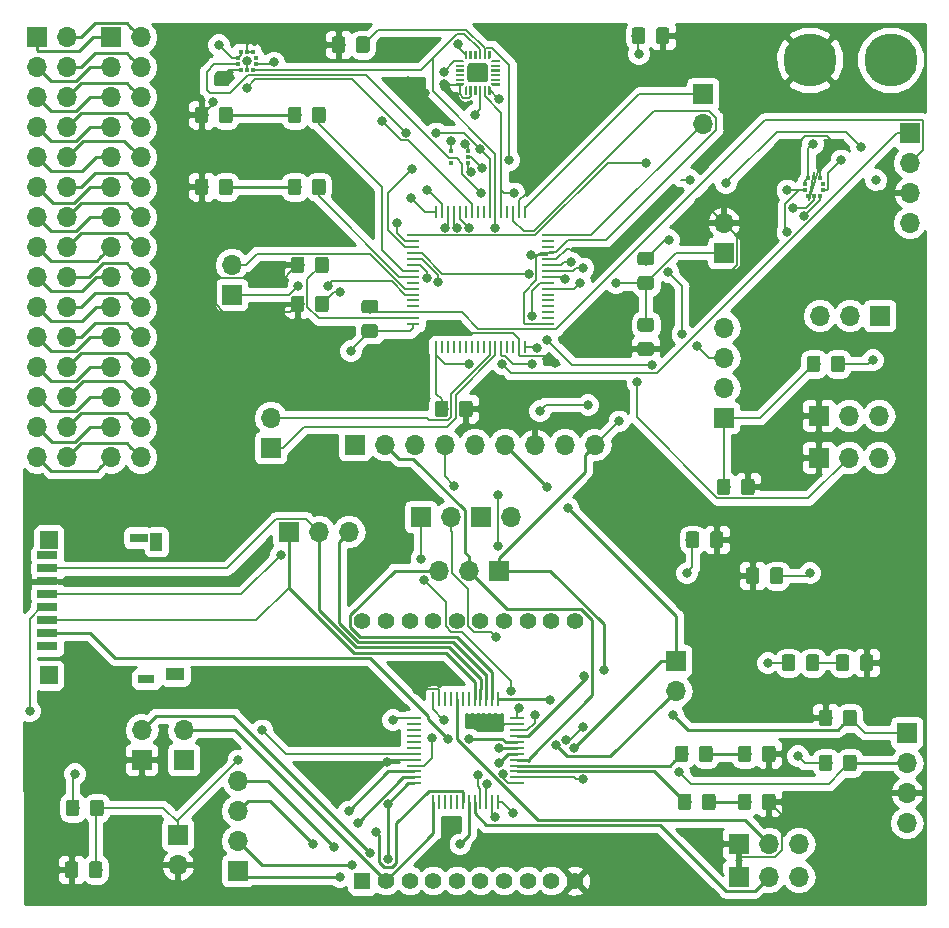
<source format=gbr>
G04 #@! TF.GenerationSoftware,KiCad,Pcbnew,(5.0.1-3-g963ef8bb5)*
G04 #@! TF.CreationDate,2020-02-17T18:14:17-05:00*
G04 #@! TF.ProjectId,v2SLI,7632534C492E6B696361645F70636200,rev?*
G04 #@! TF.SameCoordinates,Original*
G04 #@! TF.FileFunction,Copper,L1,Top,Signal*
G04 #@! TF.FilePolarity,Positive*
%FSLAX46Y46*%
G04 Gerber Fmt 4.6, Leading zero omitted, Abs format (unit mm)*
G04 Created by KiCad (PCBNEW (5.0.1-3-g963ef8bb5)) date Monday, February 17, 2020 at 06:14:17 PM*
%MOMM*%
%LPD*%
G01*
G04 APERTURE LIST*
G04 #@! TA.AperFunction,SMDPad,CuDef*
%ADD10R,1.300000X0.250000*%
G04 #@! TD*
G04 #@! TA.AperFunction,SMDPad,CuDef*
%ADD11R,0.250000X1.300000*%
G04 #@! TD*
G04 #@! TA.AperFunction,Conductor*
%ADD12C,0.100000*%
G04 #@! TD*
G04 #@! TA.AperFunction,SMDPad,CuDef*
%ADD13C,1.150000*%
G04 #@! TD*
G04 #@! TA.AperFunction,ComponentPad*
%ADD14R,1.700000X1.700000*%
G04 #@! TD*
G04 #@! TA.AperFunction,ComponentPad*
%ADD15O,1.700000X1.700000*%
G04 #@! TD*
G04 #@! TA.AperFunction,SMDPad,CuDef*
%ADD16R,1.750440X0.700176*%
G04 #@! TD*
G04 #@! TA.AperFunction,SMDPad,CuDef*
%ADD17R,1.752980X0.701191*%
G04 #@! TD*
G04 #@! TA.AperFunction,SMDPad,CuDef*
%ADD18R,1.751610X0.700643*%
G04 #@! TD*
G04 #@! TA.AperFunction,SMDPad,CuDef*
%ADD19R,1.752180X0.700871*%
G04 #@! TD*
G04 #@! TA.AperFunction,SMDPad,CuDef*
%ADD20R,1.752460X0.700982*%
G04 #@! TD*
G04 #@! TA.AperFunction,SMDPad,CuDef*
%ADD21R,1.750430X0.700174*%
G04 #@! TD*
G04 #@! TA.AperFunction,SMDPad,CuDef*
%ADD22R,1.751770X0.700710*%
G04 #@! TD*
G04 #@! TA.AperFunction,SMDPad,CuDef*
%ADD23R,1.752640X0.701055*%
G04 #@! TD*
G04 #@! TA.AperFunction,SMDPad,CuDef*
%ADD24R,1.500920X1.500920*%
G04 #@! TD*
G04 #@! TA.AperFunction,SMDPad,CuDef*
%ADD25R,1.501800X1.501800*%
G04 #@! TD*
G04 #@! TA.AperFunction,SMDPad,CuDef*
%ADD26R,1.501100X0.800585*%
G04 #@! TD*
G04 #@! TA.AperFunction,SMDPad,CuDef*
%ADD27R,1.400640X0.800364*%
G04 #@! TD*
G04 #@! TA.AperFunction,SMDPad,CuDef*
%ADD28R,1.000010X1.500010*%
G04 #@! TD*
G04 #@! TA.AperFunction,SMDPad,CuDef*
%ADD29R,1.501930X1.001290*%
G04 #@! TD*
G04 #@! TA.AperFunction,SMDPad,CuDef*
%ADD30R,1.000000X0.250000*%
G04 #@! TD*
G04 #@! TA.AperFunction,SMDPad,CuDef*
%ADD31R,0.250000X1.000000*%
G04 #@! TD*
G04 #@! TA.AperFunction,SMDPad,CuDef*
%ADD32R,0.350000X0.380000*%
G04 #@! TD*
G04 #@! TA.AperFunction,SMDPad,CuDef*
%ADD33C,1.600000*%
G04 #@! TD*
G04 #@! TA.AperFunction,SMDPad,CuDef*
%ADD34C,0.115147*%
G04 #@! TD*
G04 #@! TA.AperFunction,SMDPad,CuDef*
%ADD35C,0.200000*%
G04 #@! TD*
G04 #@! TA.AperFunction,SMDPad,CuDef*
%ADD36R,0.450000X0.300000*%
G04 #@! TD*
G04 #@! TA.AperFunction,ComponentPad*
%ADD37R,1.400000X1.400000*%
G04 #@! TD*
G04 #@! TA.AperFunction,ComponentPad*
%ADD38C,1.400000*%
G04 #@! TD*
G04 #@! TA.AperFunction,ComponentPad*
%ADD39C,4.500880*%
G04 #@! TD*
G04 #@! TA.AperFunction,ViaPad*
%ADD40C,0.800000*%
G04 #@! TD*
G04 #@! TA.AperFunction,Conductor*
%ADD41C,0.200000*%
G04 #@! TD*
G04 #@! TA.AperFunction,Conductor*
%ADD42C,0.250000*%
G04 #@! TD*
G04 #@! TA.AperFunction,Conductor*
%ADD43C,0.254000*%
G04 #@! TD*
G04 APERTURE END LIST*
D10*
G04 #@! TO.P,U7,1*
G04 #@! TO.N,VCC*
X158210000Y-92500000D03*
G04 #@! TO.P,U7,2*
G04 #@! TO.N,Net-(U7-Pad2)*
X158210000Y-93000000D03*
G04 #@! TO.P,U7,3*
G04 #@! TO.N,Net-(U7-Pad3)*
X158210000Y-93500000D03*
G04 #@! TO.P,U7,4*
G04 #@! TO.N,Net-(U7-Pad4)*
X158210000Y-94000000D03*
G04 #@! TO.P,U7,5*
G04 #@! TO.N,Net-(U7-Pad5)*
X158210000Y-94500000D03*
G04 #@! TO.P,U7,6*
G04 #@! TO.N,Net-(U7-Pad6)*
X158210000Y-95000000D03*
G04 #@! TO.P,U7,7*
G04 #@! TO.N,Net-(C4-Pad2)*
X158210000Y-95500000D03*
G04 #@! TO.P,U7,8*
G04 #@! TO.N,GND*
X158210000Y-96000000D03*
G04 #@! TO.P,U7,9*
G04 #@! TO.N,VCC*
X158210000Y-96500000D03*
G04 #@! TO.P,U7,10*
G04 #@! TO.N,/PA0*
X158210000Y-97000000D03*
G04 #@! TO.P,U7,11*
G04 #@! TO.N,/PA1*
X158210000Y-97500000D03*
G04 #@! TO.P,U7,12*
G04 #@! TO.N,/RFRX103TX*
X158210000Y-98000000D03*
D11*
G04 #@! TO.P,U7,13*
G04 #@! TO.N,/RFTX103RX*
X159810000Y-99600000D03*
G04 #@! TO.P,U7,14*
G04 #@! TO.N,Net-(U7-Pad14)*
X160310000Y-99600000D03*
G04 #@! TO.P,U7,15*
G04 #@! TO.N,Net-(U7-Pad15)*
X160810000Y-99600000D03*
G04 #@! TO.P,U7,16*
G04 #@! TO.N,Net-(U7-Pad16)*
X161310000Y-99600000D03*
G04 #@! TO.P,U7,17*
G04 #@! TO.N,Net-(U7-Pad17)*
X161810000Y-99600000D03*
G04 #@! TO.P,U7,18*
G04 #@! TO.N,/PB0*
X162310000Y-99600000D03*
G04 #@! TO.P,U7,19*
G04 #@! TO.N,/PB1*
X162810000Y-99600000D03*
G04 #@! TO.P,U7,20*
G04 #@! TO.N,/103BOOT1*
X163310000Y-99600000D03*
G04 #@! TO.P,U7,21*
G04 #@! TO.N,/RX205TX103*
X163810000Y-99600000D03*
G04 #@! TO.P,U7,22*
G04 #@! TO.N,/TX205RX103*
X164310000Y-99600000D03*
G04 #@! TO.P,U7,23*
G04 #@! TO.N,GND*
X164810000Y-99600000D03*
G04 #@! TO.P,U7,24*
G04 #@! TO.N,VCC*
X165310000Y-99600000D03*
D10*
G04 #@! TO.P,U7,25*
G04 #@! TO.N,/f205int*
X166910000Y-98000000D03*
G04 #@! TO.P,U7,26*
G04 #@! TO.N,/f103int*
X166910000Y-97500000D03*
G04 #@! TO.P,U7,27*
G04 #@! TO.N,Net-(D3-Pad2)*
X166910000Y-97000000D03*
G04 #@! TO.P,U7,28*
G04 #@! TO.N,Net-(D4-Pad2)*
X166910000Y-96500000D03*
G04 #@! TO.P,U7,29*
G04 #@! TO.N,/GPSEnable*
X166910000Y-96000000D03*
G04 #@! TO.P,U7,30*
G04 #@! TO.N,/GPSRX103TX*
X166910000Y-95500000D03*
G04 #@! TO.P,U7,31*
G04 #@! TO.N,/GPSTX103RX*
X166910000Y-95000000D03*
G04 #@! TO.P,U7,32*
G04 #@! TO.N,/CSSD*
X166910000Y-94500000D03*
G04 #@! TO.P,U7,33*
G04 #@! TO.N,/PPS*
X166910000Y-94000000D03*
G04 #@! TO.P,U7,34*
G04 #@! TO.N,/SWIO103*
X166910000Y-93500000D03*
G04 #@! TO.P,U7,35*
G04 #@! TO.N,GND*
X166910000Y-93000000D03*
G04 #@! TO.P,U7,36*
G04 #@! TO.N,VCC*
X166910000Y-92500000D03*
D11*
G04 #@! TO.P,U7,37*
G04 #@! TO.N,/SWCLK103*
X165310000Y-90900000D03*
G04 #@! TO.P,U7,38*
G04 #@! TO.N,/GPSFix*
X164810000Y-90900000D03*
G04 #@! TO.P,U7,39*
G04 #@! TO.N,/CLK103SPI*
X164310000Y-90900000D03*
G04 #@! TO.P,U7,40*
G04 #@! TO.N,/MISO103SPI*
X163810000Y-90900000D03*
G04 #@! TO.P,U7,41*
G04 #@! TO.N,/MOSI103SPI*
X163310000Y-90900000D03*
G04 #@! TO.P,U7,42*
G04 #@! TO.N,Net-(U7-Pad42)*
X162810000Y-90900000D03*
G04 #@! TO.P,U7,43*
G04 #@! TO.N,Net-(U7-Pad43)*
X162310000Y-90900000D03*
G04 #@! TO.P,U7,44*
G04 #@! TO.N,/103BOOT0*
X161810000Y-90900000D03*
G04 #@! TO.P,U7,45*
G04 #@! TO.N,Net-(U7-Pad45)*
X161310000Y-90900000D03*
G04 #@! TO.P,U7,46*
G04 #@! TO.N,Net-(U7-Pad46)*
X160810000Y-90900000D03*
G04 #@! TO.P,U7,47*
G04 #@! TO.N,GND*
X160310000Y-90900000D03*
G04 #@! TO.P,U7,48*
G04 #@! TO.N,VCC*
X159810000Y-90900000D03*
G04 #@! TD*
D12*
G04 #@! TO.N,Net-(C1-Pad2)*
G04 #@! TO.C,C1*
G36*
X178274505Y-58608204D02*
X178298773Y-58611804D01*
X178322572Y-58617765D01*
X178345671Y-58626030D01*
X178367850Y-58636520D01*
X178388893Y-58649132D01*
X178408599Y-58663747D01*
X178426777Y-58680223D01*
X178443253Y-58698401D01*
X178457868Y-58718107D01*
X178470480Y-58739150D01*
X178480970Y-58761329D01*
X178489235Y-58784428D01*
X178495196Y-58808227D01*
X178498796Y-58832495D01*
X178500000Y-58856999D01*
X178500000Y-59507001D01*
X178498796Y-59531505D01*
X178495196Y-59555773D01*
X178489235Y-59579572D01*
X178480970Y-59602671D01*
X178470480Y-59624850D01*
X178457868Y-59645893D01*
X178443253Y-59665599D01*
X178426777Y-59683777D01*
X178408599Y-59700253D01*
X178388893Y-59714868D01*
X178367850Y-59727480D01*
X178345671Y-59737970D01*
X178322572Y-59746235D01*
X178298773Y-59752196D01*
X178274505Y-59755796D01*
X178250001Y-59757000D01*
X177349999Y-59757000D01*
X177325495Y-59755796D01*
X177301227Y-59752196D01*
X177277428Y-59746235D01*
X177254329Y-59737970D01*
X177232150Y-59727480D01*
X177211107Y-59714868D01*
X177191401Y-59700253D01*
X177173223Y-59683777D01*
X177156747Y-59665599D01*
X177142132Y-59645893D01*
X177129520Y-59624850D01*
X177119030Y-59602671D01*
X177110765Y-59579572D01*
X177104804Y-59555773D01*
X177101204Y-59531505D01*
X177100000Y-59507001D01*
X177100000Y-58856999D01*
X177101204Y-58832495D01*
X177104804Y-58808227D01*
X177110765Y-58784428D01*
X177119030Y-58761329D01*
X177129520Y-58739150D01*
X177142132Y-58718107D01*
X177156747Y-58698401D01*
X177173223Y-58680223D01*
X177191401Y-58663747D01*
X177211107Y-58649132D01*
X177232150Y-58636520D01*
X177254329Y-58626030D01*
X177277428Y-58617765D01*
X177301227Y-58611804D01*
X177325495Y-58608204D01*
X177349999Y-58607000D01*
X178250001Y-58607000D01*
X178274505Y-58608204D01*
X178274505Y-58608204D01*
G37*
D13*
G04 #@! TD*
G04 #@! TO.P,C1,2*
G04 #@! TO.N,Net-(C1-Pad2)*
X177800000Y-59182000D03*
D12*
G04 #@! TO.N,GND*
G04 #@! TO.C,C1*
G36*
X178274505Y-60658204D02*
X178298773Y-60661804D01*
X178322572Y-60667765D01*
X178345671Y-60676030D01*
X178367850Y-60686520D01*
X178388893Y-60699132D01*
X178408599Y-60713747D01*
X178426777Y-60730223D01*
X178443253Y-60748401D01*
X178457868Y-60768107D01*
X178470480Y-60789150D01*
X178480970Y-60811329D01*
X178489235Y-60834428D01*
X178495196Y-60858227D01*
X178498796Y-60882495D01*
X178500000Y-60906999D01*
X178500000Y-61557001D01*
X178498796Y-61581505D01*
X178495196Y-61605773D01*
X178489235Y-61629572D01*
X178480970Y-61652671D01*
X178470480Y-61674850D01*
X178457868Y-61695893D01*
X178443253Y-61715599D01*
X178426777Y-61733777D01*
X178408599Y-61750253D01*
X178388893Y-61764868D01*
X178367850Y-61777480D01*
X178345671Y-61787970D01*
X178322572Y-61796235D01*
X178298773Y-61802196D01*
X178274505Y-61805796D01*
X178250001Y-61807000D01*
X177349999Y-61807000D01*
X177325495Y-61805796D01*
X177301227Y-61802196D01*
X177277428Y-61796235D01*
X177254329Y-61787970D01*
X177232150Y-61777480D01*
X177211107Y-61764868D01*
X177191401Y-61750253D01*
X177173223Y-61733777D01*
X177156747Y-61715599D01*
X177142132Y-61695893D01*
X177129520Y-61674850D01*
X177119030Y-61652671D01*
X177110765Y-61629572D01*
X177104804Y-61605773D01*
X177101204Y-61581505D01*
X177100000Y-61557001D01*
X177100000Y-60906999D01*
X177101204Y-60882495D01*
X177104804Y-60858227D01*
X177110765Y-60834428D01*
X177119030Y-60811329D01*
X177129520Y-60789150D01*
X177142132Y-60768107D01*
X177156747Y-60748401D01*
X177173223Y-60730223D01*
X177191401Y-60713747D01*
X177211107Y-60699132D01*
X177232150Y-60686520D01*
X177254329Y-60676030D01*
X177277428Y-60667765D01*
X177301227Y-60661804D01*
X177325495Y-60658204D01*
X177349999Y-60657000D01*
X178250001Y-60657000D01*
X178274505Y-60658204D01*
X178274505Y-60658204D01*
G37*
D13*
G04 #@! TD*
G04 #@! TO.P,C1,1*
G04 #@! TO.N,GND*
X177800000Y-61232000D03*
D12*
G04 #@! TO.N,Net-(C2-Pad1)*
G04 #@! TO.C,C2*
G36*
X150726505Y-56705204D02*
X150750773Y-56708804D01*
X150774572Y-56714765D01*
X150797671Y-56723030D01*
X150819850Y-56733520D01*
X150840893Y-56746132D01*
X150860599Y-56760747D01*
X150878777Y-56777223D01*
X150895253Y-56795401D01*
X150909868Y-56815107D01*
X150922480Y-56836150D01*
X150932970Y-56858329D01*
X150941235Y-56881428D01*
X150947196Y-56905227D01*
X150950796Y-56929495D01*
X150952000Y-56953999D01*
X150952000Y-57854001D01*
X150950796Y-57878505D01*
X150947196Y-57902773D01*
X150941235Y-57926572D01*
X150932970Y-57949671D01*
X150922480Y-57971850D01*
X150909868Y-57992893D01*
X150895253Y-58012599D01*
X150878777Y-58030777D01*
X150860599Y-58047253D01*
X150840893Y-58061868D01*
X150819850Y-58074480D01*
X150797671Y-58084970D01*
X150774572Y-58093235D01*
X150750773Y-58099196D01*
X150726505Y-58102796D01*
X150702001Y-58104000D01*
X150051999Y-58104000D01*
X150027495Y-58102796D01*
X150003227Y-58099196D01*
X149979428Y-58093235D01*
X149956329Y-58084970D01*
X149934150Y-58074480D01*
X149913107Y-58061868D01*
X149893401Y-58047253D01*
X149875223Y-58030777D01*
X149858747Y-58012599D01*
X149844132Y-57992893D01*
X149831520Y-57971850D01*
X149821030Y-57949671D01*
X149812765Y-57926572D01*
X149806804Y-57902773D01*
X149803204Y-57878505D01*
X149802000Y-57854001D01*
X149802000Y-56953999D01*
X149803204Y-56929495D01*
X149806804Y-56905227D01*
X149812765Y-56881428D01*
X149821030Y-56858329D01*
X149831520Y-56836150D01*
X149844132Y-56815107D01*
X149858747Y-56795401D01*
X149875223Y-56777223D01*
X149893401Y-56760747D01*
X149913107Y-56746132D01*
X149934150Y-56733520D01*
X149956329Y-56723030D01*
X149979428Y-56714765D01*
X150003227Y-56708804D01*
X150027495Y-56705204D01*
X150051999Y-56704000D01*
X150702001Y-56704000D01*
X150726505Y-56705204D01*
X150726505Y-56705204D01*
G37*
D13*
G04 #@! TD*
G04 #@! TO.P,C2,1*
G04 #@! TO.N,Net-(C2-Pad1)*
X150377000Y-57404000D03*
D12*
G04 #@! TO.N,GND*
G04 #@! TO.C,C2*
G36*
X148676505Y-56705204D02*
X148700773Y-56708804D01*
X148724572Y-56714765D01*
X148747671Y-56723030D01*
X148769850Y-56733520D01*
X148790893Y-56746132D01*
X148810599Y-56760747D01*
X148828777Y-56777223D01*
X148845253Y-56795401D01*
X148859868Y-56815107D01*
X148872480Y-56836150D01*
X148882970Y-56858329D01*
X148891235Y-56881428D01*
X148897196Y-56905227D01*
X148900796Y-56929495D01*
X148902000Y-56953999D01*
X148902000Y-57854001D01*
X148900796Y-57878505D01*
X148897196Y-57902773D01*
X148891235Y-57926572D01*
X148882970Y-57949671D01*
X148872480Y-57971850D01*
X148859868Y-57992893D01*
X148845253Y-58012599D01*
X148828777Y-58030777D01*
X148810599Y-58047253D01*
X148790893Y-58061868D01*
X148769850Y-58074480D01*
X148747671Y-58084970D01*
X148724572Y-58093235D01*
X148700773Y-58099196D01*
X148676505Y-58102796D01*
X148652001Y-58104000D01*
X148001999Y-58104000D01*
X147977495Y-58102796D01*
X147953227Y-58099196D01*
X147929428Y-58093235D01*
X147906329Y-58084970D01*
X147884150Y-58074480D01*
X147863107Y-58061868D01*
X147843401Y-58047253D01*
X147825223Y-58030777D01*
X147808747Y-58012599D01*
X147794132Y-57992893D01*
X147781520Y-57971850D01*
X147771030Y-57949671D01*
X147762765Y-57926572D01*
X147756804Y-57902773D01*
X147753204Y-57878505D01*
X147752000Y-57854001D01*
X147752000Y-56953999D01*
X147753204Y-56929495D01*
X147756804Y-56905227D01*
X147762765Y-56881428D01*
X147771030Y-56858329D01*
X147781520Y-56836150D01*
X147794132Y-56815107D01*
X147808747Y-56795401D01*
X147825223Y-56777223D01*
X147843401Y-56760747D01*
X147863107Y-56746132D01*
X147884150Y-56733520D01*
X147906329Y-56723030D01*
X147929428Y-56714765D01*
X147953227Y-56708804D01*
X147977495Y-56705204D01*
X148001999Y-56704000D01*
X148652001Y-56704000D01*
X148676505Y-56705204D01*
X148676505Y-56705204D01*
G37*
D13*
G04 #@! TD*
G04 #@! TO.P,C2,2*
G04 #@! TO.N,GND*
X148327000Y-57404000D03*
D12*
G04 #@! TO.N,GND*
G04 #@! TO.C,C3*
G36*
X148676505Y-53403204D02*
X148700773Y-53406804D01*
X148724572Y-53412765D01*
X148747671Y-53421030D01*
X148769850Y-53431520D01*
X148790893Y-53444132D01*
X148810599Y-53458747D01*
X148828777Y-53475223D01*
X148845253Y-53493401D01*
X148859868Y-53513107D01*
X148872480Y-53534150D01*
X148882970Y-53556329D01*
X148891235Y-53579428D01*
X148897196Y-53603227D01*
X148900796Y-53627495D01*
X148902000Y-53651999D01*
X148902000Y-54552001D01*
X148900796Y-54576505D01*
X148897196Y-54600773D01*
X148891235Y-54624572D01*
X148882970Y-54647671D01*
X148872480Y-54669850D01*
X148859868Y-54690893D01*
X148845253Y-54710599D01*
X148828777Y-54728777D01*
X148810599Y-54745253D01*
X148790893Y-54759868D01*
X148769850Y-54772480D01*
X148747671Y-54782970D01*
X148724572Y-54791235D01*
X148700773Y-54797196D01*
X148676505Y-54800796D01*
X148652001Y-54802000D01*
X148001999Y-54802000D01*
X147977495Y-54800796D01*
X147953227Y-54797196D01*
X147929428Y-54791235D01*
X147906329Y-54782970D01*
X147884150Y-54772480D01*
X147863107Y-54759868D01*
X147843401Y-54745253D01*
X147825223Y-54728777D01*
X147808747Y-54710599D01*
X147794132Y-54690893D01*
X147781520Y-54669850D01*
X147771030Y-54647671D01*
X147762765Y-54624572D01*
X147756804Y-54600773D01*
X147753204Y-54576505D01*
X147752000Y-54552001D01*
X147752000Y-53651999D01*
X147753204Y-53627495D01*
X147756804Y-53603227D01*
X147762765Y-53579428D01*
X147771030Y-53556329D01*
X147781520Y-53534150D01*
X147794132Y-53513107D01*
X147808747Y-53493401D01*
X147825223Y-53475223D01*
X147843401Y-53458747D01*
X147863107Y-53444132D01*
X147884150Y-53431520D01*
X147906329Y-53421030D01*
X147929428Y-53412765D01*
X147953227Y-53406804D01*
X147977495Y-53403204D01*
X148001999Y-53402000D01*
X148652001Y-53402000D01*
X148676505Y-53403204D01*
X148676505Y-53403204D01*
G37*
D13*
G04 #@! TD*
G04 #@! TO.P,C3,2*
G04 #@! TO.N,GND*
X148327000Y-54102000D03*
D12*
G04 #@! TO.N,Net-(C3-Pad1)*
G04 #@! TO.C,C3*
G36*
X150726505Y-53403204D02*
X150750773Y-53406804D01*
X150774572Y-53412765D01*
X150797671Y-53421030D01*
X150819850Y-53431520D01*
X150840893Y-53444132D01*
X150860599Y-53458747D01*
X150878777Y-53475223D01*
X150895253Y-53493401D01*
X150909868Y-53513107D01*
X150922480Y-53534150D01*
X150932970Y-53556329D01*
X150941235Y-53579428D01*
X150947196Y-53603227D01*
X150950796Y-53627495D01*
X150952000Y-53651999D01*
X150952000Y-54552001D01*
X150950796Y-54576505D01*
X150947196Y-54600773D01*
X150941235Y-54624572D01*
X150932970Y-54647671D01*
X150922480Y-54669850D01*
X150909868Y-54690893D01*
X150895253Y-54710599D01*
X150878777Y-54728777D01*
X150860599Y-54745253D01*
X150840893Y-54759868D01*
X150819850Y-54772480D01*
X150797671Y-54782970D01*
X150774572Y-54791235D01*
X150750773Y-54797196D01*
X150726505Y-54800796D01*
X150702001Y-54802000D01*
X150051999Y-54802000D01*
X150027495Y-54800796D01*
X150003227Y-54797196D01*
X149979428Y-54791235D01*
X149956329Y-54782970D01*
X149934150Y-54772480D01*
X149913107Y-54759868D01*
X149893401Y-54745253D01*
X149875223Y-54728777D01*
X149858747Y-54710599D01*
X149844132Y-54690893D01*
X149831520Y-54669850D01*
X149821030Y-54647671D01*
X149812765Y-54624572D01*
X149806804Y-54600773D01*
X149803204Y-54576505D01*
X149802000Y-54552001D01*
X149802000Y-53651999D01*
X149803204Y-53627495D01*
X149806804Y-53603227D01*
X149812765Y-53579428D01*
X149821030Y-53556329D01*
X149831520Y-53534150D01*
X149844132Y-53513107D01*
X149858747Y-53493401D01*
X149875223Y-53475223D01*
X149893401Y-53458747D01*
X149913107Y-53444132D01*
X149934150Y-53431520D01*
X149956329Y-53421030D01*
X149979428Y-53412765D01*
X150003227Y-53406804D01*
X150027495Y-53403204D01*
X150051999Y-53402000D01*
X150702001Y-53402000D01*
X150726505Y-53403204D01*
X150726505Y-53403204D01*
G37*
D13*
G04 #@! TD*
G04 #@! TO.P,C3,1*
G04 #@! TO.N,Net-(C3-Pad1)*
X150377000Y-54102000D03*
D12*
G04 #@! TO.N,GND*
G04 #@! TO.C,C4*
G36*
X129528764Y-104613463D02*
X129553032Y-104617063D01*
X129576831Y-104623024D01*
X129599930Y-104631289D01*
X129622109Y-104641779D01*
X129643152Y-104654391D01*
X129662858Y-104669006D01*
X129681036Y-104685482D01*
X129697512Y-104703660D01*
X129712127Y-104723366D01*
X129724739Y-104744409D01*
X129735229Y-104766588D01*
X129743494Y-104789687D01*
X129749455Y-104813486D01*
X129753055Y-104837754D01*
X129754259Y-104862258D01*
X129754259Y-105762260D01*
X129753055Y-105786764D01*
X129749455Y-105811032D01*
X129743494Y-105834831D01*
X129735229Y-105857930D01*
X129724739Y-105880109D01*
X129712127Y-105901152D01*
X129697512Y-105920858D01*
X129681036Y-105939036D01*
X129662858Y-105955512D01*
X129643152Y-105970127D01*
X129622109Y-105982739D01*
X129599930Y-105993229D01*
X129576831Y-106001494D01*
X129553032Y-106007455D01*
X129528764Y-106011055D01*
X129504260Y-106012259D01*
X128854258Y-106012259D01*
X128829754Y-106011055D01*
X128805486Y-106007455D01*
X128781687Y-106001494D01*
X128758588Y-105993229D01*
X128736409Y-105982739D01*
X128715366Y-105970127D01*
X128695660Y-105955512D01*
X128677482Y-105939036D01*
X128661006Y-105920858D01*
X128646391Y-105901152D01*
X128633779Y-105880109D01*
X128623289Y-105857930D01*
X128615024Y-105834831D01*
X128609063Y-105811032D01*
X128605463Y-105786764D01*
X128604259Y-105762260D01*
X128604259Y-104862258D01*
X128605463Y-104837754D01*
X128609063Y-104813486D01*
X128615024Y-104789687D01*
X128623289Y-104766588D01*
X128633779Y-104744409D01*
X128646391Y-104723366D01*
X128661006Y-104703660D01*
X128677482Y-104685482D01*
X128695660Y-104669006D01*
X128715366Y-104654391D01*
X128736409Y-104641779D01*
X128758588Y-104631289D01*
X128781687Y-104623024D01*
X128805486Y-104617063D01*
X128829754Y-104613463D01*
X128854258Y-104612259D01*
X129504260Y-104612259D01*
X129528764Y-104613463D01*
X129528764Y-104613463D01*
G37*
D13*
G04 #@! TD*
G04 #@! TO.P,C4,1*
G04 #@! TO.N,GND*
X129179259Y-105312259D03*
D12*
G04 #@! TO.N,Net-(C4-Pad2)*
G04 #@! TO.C,C4*
G36*
X131578764Y-104613463D02*
X131603032Y-104617063D01*
X131626831Y-104623024D01*
X131649930Y-104631289D01*
X131672109Y-104641779D01*
X131693152Y-104654391D01*
X131712858Y-104669006D01*
X131731036Y-104685482D01*
X131747512Y-104703660D01*
X131762127Y-104723366D01*
X131774739Y-104744409D01*
X131785229Y-104766588D01*
X131793494Y-104789687D01*
X131799455Y-104813486D01*
X131803055Y-104837754D01*
X131804259Y-104862258D01*
X131804259Y-105762260D01*
X131803055Y-105786764D01*
X131799455Y-105811032D01*
X131793494Y-105834831D01*
X131785229Y-105857930D01*
X131774739Y-105880109D01*
X131762127Y-105901152D01*
X131747512Y-105920858D01*
X131731036Y-105939036D01*
X131712858Y-105955512D01*
X131693152Y-105970127D01*
X131672109Y-105982739D01*
X131649930Y-105993229D01*
X131626831Y-106001494D01*
X131603032Y-106007455D01*
X131578764Y-106011055D01*
X131554260Y-106012259D01*
X130904258Y-106012259D01*
X130879754Y-106011055D01*
X130855486Y-106007455D01*
X130831687Y-106001494D01*
X130808588Y-105993229D01*
X130786409Y-105982739D01*
X130765366Y-105970127D01*
X130745660Y-105955512D01*
X130727482Y-105939036D01*
X130711006Y-105920858D01*
X130696391Y-105901152D01*
X130683779Y-105880109D01*
X130673289Y-105857930D01*
X130665024Y-105834831D01*
X130659063Y-105811032D01*
X130655463Y-105786764D01*
X130654259Y-105762260D01*
X130654259Y-104862258D01*
X130655463Y-104837754D01*
X130659063Y-104813486D01*
X130665024Y-104789687D01*
X130673289Y-104766588D01*
X130683779Y-104744409D01*
X130696391Y-104723366D01*
X130711006Y-104703660D01*
X130727482Y-104685482D01*
X130745660Y-104669006D01*
X130765366Y-104654391D01*
X130786409Y-104641779D01*
X130808588Y-104631289D01*
X130831687Y-104623024D01*
X130855486Y-104617063D01*
X130879754Y-104613463D01*
X130904258Y-104612259D01*
X131554260Y-104612259D01*
X131578764Y-104613463D01*
X131578764Y-104613463D01*
G37*
D13*
G04 #@! TD*
G04 #@! TO.P,C4,2*
G04 #@! TO.N,Net-(C4-Pad2)*
X131229259Y-105312259D03*
D12*
G04 #@! TO.N,Net-(D1-Pad2)*
G04 #@! TO.C,D1*
G36*
X150472505Y-40703204D02*
X150496773Y-40706804D01*
X150520572Y-40712765D01*
X150543671Y-40721030D01*
X150565850Y-40731520D01*
X150586893Y-40744132D01*
X150606599Y-40758747D01*
X150624777Y-40775223D01*
X150641253Y-40793401D01*
X150655868Y-40813107D01*
X150668480Y-40834150D01*
X150678970Y-40856329D01*
X150687235Y-40879428D01*
X150693196Y-40903227D01*
X150696796Y-40927495D01*
X150698000Y-40951999D01*
X150698000Y-41852001D01*
X150696796Y-41876505D01*
X150693196Y-41900773D01*
X150687235Y-41924572D01*
X150678970Y-41947671D01*
X150668480Y-41969850D01*
X150655868Y-41990893D01*
X150641253Y-42010599D01*
X150624777Y-42028777D01*
X150606599Y-42045253D01*
X150586893Y-42059868D01*
X150565850Y-42072480D01*
X150543671Y-42082970D01*
X150520572Y-42091235D01*
X150496773Y-42097196D01*
X150472505Y-42100796D01*
X150448001Y-42102000D01*
X149797999Y-42102000D01*
X149773495Y-42100796D01*
X149749227Y-42097196D01*
X149725428Y-42091235D01*
X149702329Y-42082970D01*
X149680150Y-42072480D01*
X149659107Y-42059868D01*
X149639401Y-42045253D01*
X149621223Y-42028777D01*
X149604747Y-42010599D01*
X149590132Y-41990893D01*
X149577520Y-41969850D01*
X149567030Y-41947671D01*
X149558765Y-41924572D01*
X149552804Y-41900773D01*
X149549204Y-41876505D01*
X149548000Y-41852001D01*
X149548000Y-40951999D01*
X149549204Y-40927495D01*
X149552804Y-40903227D01*
X149558765Y-40879428D01*
X149567030Y-40856329D01*
X149577520Y-40834150D01*
X149590132Y-40813107D01*
X149604747Y-40793401D01*
X149621223Y-40775223D01*
X149639401Y-40758747D01*
X149659107Y-40744132D01*
X149680150Y-40731520D01*
X149702329Y-40721030D01*
X149725428Y-40712765D01*
X149749227Y-40706804D01*
X149773495Y-40703204D01*
X149797999Y-40702000D01*
X150448001Y-40702000D01*
X150472505Y-40703204D01*
X150472505Y-40703204D01*
G37*
D13*
G04 #@! TD*
G04 #@! TO.P,D1,2*
G04 #@! TO.N,Net-(D1-Pad2)*
X150123000Y-41402000D03*
D12*
G04 #@! TO.N,Net-(D1-Pad1)*
G04 #@! TO.C,D1*
G36*
X148422505Y-40703204D02*
X148446773Y-40706804D01*
X148470572Y-40712765D01*
X148493671Y-40721030D01*
X148515850Y-40731520D01*
X148536893Y-40744132D01*
X148556599Y-40758747D01*
X148574777Y-40775223D01*
X148591253Y-40793401D01*
X148605868Y-40813107D01*
X148618480Y-40834150D01*
X148628970Y-40856329D01*
X148637235Y-40879428D01*
X148643196Y-40903227D01*
X148646796Y-40927495D01*
X148648000Y-40951999D01*
X148648000Y-41852001D01*
X148646796Y-41876505D01*
X148643196Y-41900773D01*
X148637235Y-41924572D01*
X148628970Y-41947671D01*
X148618480Y-41969850D01*
X148605868Y-41990893D01*
X148591253Y-42010599D01*
X148574777Y-42028777D01*
X148556599Y-42045253D01*
X148536893Y-42059868D01*
X148515850Y-42072480D01*
X148493671Y-42082970D01*
X148470572Y-42091235D01*
X148446773Y-42097196D01*
X148422505Y-42100796D01*
X148398001Y-42102000D01*
X147747999Y-42102000D01*
X147723495Y-42100796D01*
X147699227Y-42097196D01*
X147675428Y-42091235D01*
X147652329Y-42082970D01*
X147630150Y-42072480D01*
X147609107Y-42059868D01*
X147589401Y-42045253D01*
X147571223Y-42028777D01*
X147554747Y-42010599D01*
X147540132Y-41990893D01*
X147527520Y-41969850D01*
X147517030Y-41947671D01*
X147508765Y-41924572D01*
X147502804Y-41900773D01*
X147499204Y-41876505D01*
X147498000Y-41852001D01*
X147498000Y-40951999D01*
X147499204Y-40927495D01*
X147502804Y-40903227D01*
X147508765Y-40879428D01*
X147517030Y-40856329D01*
X147527520Y-40834150D01*
X147540132Y-40813107D01*
X147554747Y-40793401D01*
X147571223Y-40775223D01*
X147589401Y-40758747D01*
X147609107Y-40744132D01*
X147630150Y-40731520D01*
X147652329Y-40721030D01*
X147675428Y-40712765D01*
X147699227Y-40706804D01*
X147723495Y-40703204D01*
X147747999Y-40702000D01*
X148398001Y-40702000D01*
X148422505Y-40703204D01*
X148422505Y-40703204D01*
G37*
D13*
G04 #@! TD*
G04 #@! TO.P,D1,1*
G04 #@! TO.N,Net-(D1-Pad1)*
X148073000Y-41402000D03*
D12*
G04 #@! TO.N,Net-(D2-Pad1)*
G04 #@! TO.C,D2*
G36*
X148422505Y-46799204D02*
X148446773Y-46802804D01*
X148470572Y-46808765D01*
X148493671Y-46817030D01*
X148515850Y-46827520D01*
X148536893Y-46840132D01*
X148556599Y-46854747D01*
X148574777Y-46871223D01*
X148591253Y-46889401D01*
X148605868Y-46909107D01*
X148618480Y-46930150D01*
X148628970Y-46952329D01*
X148637235Y-46975428D01*
X148643196Y-46999227D01*
X148646796Y-47023495D01*
X148648000Y-47047999D01*
X148648000Y-47948001D01*
X148646796Y-47972505D01*
X148643196Y-47996773D01*
X148637235Y-48020572D01*
X148628970Y-48043671D01*
X148618480Y-48065850D01*
X148605868Y-48086893D01*
X148591253Y-48106599D01*
X148574777Y-48124777D01*
X148556599Y-48141253D01*
X148536893Y-48155868D01*
X148515850Y-48168480D01*
X148493671Y-48178970D01*
X148470572Y-48187235D01*
X148446773Y-48193196D01*
X148422505Y-48196796D01*
X148398001Y-48198000D01*
X147747999Y-48198000D01*
X147723495Y-48196796D01*
X147699227Y-48193196D01*
X147675428Y-48187235D01*
X147652329Y-48178970D01*
X147630150Y-48168480D01*
X147609107Y-48155868D01*
X147589401Y-48141253D01*
X147571223Y-48124777D01*
X147554747Y-48106599D01*
X147540132Y-48086893D01*
X147527520Y-48065850D01*
X147517030Y-48043671D01*
X147508765Y-48020572D01*
X147502804Y-47996773D01*
X147499204Y-47972505D01*
X147498000Y-47948001D01*
X147498000Y-47047999D01*
X147499204Y-47023495D01*
X147502804Y-46999227D01*
X147508765Y-46975428D01*
X147517030Y-46952329D01*
X147527520Y-46930150D01*
X147540132Y-46909107D01*
X147554747Y-46889401D01*
X147571223Y-46871223D01*
X147589401Y-46854747D01*
X147609107Y-46840132D01*
X147630150Y-46827520D01*
X147652329Y-46817030D01*
X147675428Y-46808765D01*
X147699227Y-46802804D01*
X147723495Y-46799204D01*
X147747999Y-46798000D01*
X148398001Y-46798000D01*
X148422505Y-46799204D01*
X148422505Y-46799204D01*
G37*
D13*
G04 #@! TD*
G04 #@! TO.P,D2,1*
G04 #@! TO.N,Net-(D2-Pad1)*
X148073000Y-47498000D03*
D12*
G04 #@! TO.N,Net-(D2-Pad2)*
G04 #@! TO.C,D2*
G36*
X150472505Y-46799204D02*
X150496773Y-46802804D01*
X150520572Y-46808765D01*
X150543671Y-46817030D01*
X150565850Y-46827520D01*
X150586893Y-46840132D01*
X150606599Y-46854747D01*
X150624777Y-46871223D01*
X150641253Y-46889401D01*
X150655868Y-46909107D01*
X150668480Y-46930150D01*
X150678970Y-46952329D01*
X150687235Y-46975428D01*
X150693196Y-46999227D01*
X150696796Y-47023495D01*
X150698000Y-47047999D01*
X150698000Y-47948001D01*
X150696796Y-47972505D01*
X150693196Y-47996773D01*
X150687235Y-48020572D01*
X150678970Y-48043671D01*
X150668480Y-48065850D01*
X150655868Y-48086893D01*
X150641253Y-48106599D01*
X150624777Y-48124777D01*
X150606599Y-48141253D01*
X150586893Y-48155868D01*
X150565850Y-48168480D01*
X150543671Y-48178970D01*
X150520572Y-48187235D01*
X150496773Y-48193196D01*
X150472505Y-48196796D01*
X150448001Y-48198000D01*
X149797999Y-48198000D01*
X149773495Y-48196796D01*
X149749227Y-48193196D01*
X149725428Y-48187235D01*
X149702329Y-48178970D01*
X149680150Y-48168480D01*
X149659107Y-48155868D01*
X149639401Y-48141253D01*
X149621223Y-48124777D01*
X149604747Y-48106599D01*
X149590132Y-48086893D01*
X149577520Y-48065850D01*
X149567030Y-48043671D01*
X149558765Y-48020572D01*
X149552804Y-47996773D01*
X149549204Y-47972505D01*
X149548000Y-47948001D01*
X149548000Y-47047999D01*
X149549204Y-47023495D01*
X149552804Y-46999227D01*
X149558765Y-46975428D01*
X149567030Y-46952329D01*
X149577520Y-46930150D01*
X149590132Y-46909107D01*
X149604747Y-46889401D01*
X149621223Y-46871223D01*
X149639401Y-46854747D01*
X149659107Y-46840132D01*
X149680150Y-46827520D01*
X149702329Y-46817030D01*
X149725428Y-46808765D01*
X149749227Y-46802804D01*
X149773495Y-46799204D01*
X149797999Y-46798000D01*
X150448001Y-46798000D01*
X150472505Y-46799204D01*
X150472505Y-46799204D01*
G37*
D13*
G04 #@! TD*
G04 #@! TO.P,D2,2*
G04 #@! TO.N,Net-(D2-Pad2)*
X150123000Y-47498000D03*
D12*
G04 #@! TO.N,Net-(D3-Pad2)*
G04 #@! TO.C,D3*
G36*
X181442505Y-98869204D02*
X181466773Y-98872804D01*
X181490572Y-98878765D01*
X181513671Y-98887030D01*
X181535850Y-98897520D01*
X181556893Y-98910132D01*
X181576599Y-98924747D01*
X181594777Y-98941223D01*
X181611253Y-98959401D01*
X181625868Y-98979107D01*
X181638480Y-99000150D01*
X181648970Y-99022329D01*
X181657235Y-99045428D01*
X181663196Y-99069227D01*
X181666796Y-99093495D01*
X181668000Y-99117999D01*
X181668000Y-100018001D01*
X181666796Y-100042505D01*
X181663196Y-100066773D01*
X181657235Y-100090572D01*
X181648970Y-100113671D01*
X181638480Y-100135850D01*
X181625868Y-100156893D01*
X181611253Y-100176599D01*
X181594777Y-100194777D01*
X181576599Y-100211253D01*
X181556893Y-100225868D01*
X181535850Y-100238480D01*
X181513671Y-100248970D01*
X181490572Y-100257235D01*
X181466773Y-100263196D01*
X181442505Y-100266796D01*
X181418001Y-100268000D01*
X180767999Y-100268000D01*
X180743495Y-100266796D01*
X180719227Y-100263196D01*
X180695428Y-100257235D01*
X180672329Y-100248970D01*
X180650150Y-100238480D01*
X180629107Y-100225868D01*
X180609401Y-100211253D01*
X180591223Y-100194777D01*
X180574747Y-100176599D01*
X180560132Y-100156893D01*
X180547520Y-100135850D01*
X180537030Y-100113671D01*
X180528765Y-100090572D01*
X180522804Y-100066773D01*
X180519204Y-100042505D01*
X180518000Y-100018001D01*
X180518000Y-99117999D01*
X180519204Y-99093495D01*
X180522804Y-99069227D01*
X180528765Y-99045428D01*
X180537030Y-99022329D01*
X180547520Y-99000150D01*
X180560132Y-98979107D01*
X180574747Y-98959401D01*
X180591223Y-98941223D01*
X180609401Y-98924747D01*
X180629107Y-98910132D01*
X180650150Y-98897520D01*
X180672329Y-98887030D01*
X180695428Y-98878765D01*
X180719227Y-98872804D01*
X180743495Y-98869204D01*
X180767999Y-98868000D01*
X181418001Y-98868000D01*
X181442505Y-98869204D01*
X181442505Y-98869204D01*
G37*
D13*
G04 #@! TD*
G04 #@! TO.P,D3,2*
G04 #@! TO.N,Net-(D3-Pad2)*
X181093000Y-99568000D03*
D12*
G04 #@! TO.N,Net-(D3-Pad1)*
G04 #@! TO.C,D3*
G36*
X183492505Y-98869204D02*
X183516773Y-98872804D01*
X183540572Y-98878765D01*
X183563671Y-98887030D01*
X183585850Y-98897520D01*
X183606893Y-98910132D01*
X183626599Y-98924747D01*
X183644777Y-98941223D01*
X183661253Y-98959401D01*
X183675868Y-98979107D01*
X183688480Y-99000150D01*
X183698970Y-99022329D01*
X183707235Y-99045428D01*
X183713196Y-99069227D01*
X183716796Y-99093495D01*
X183718000Y-99117999D01*
X183718000Y-100018001D01*
X183716796Y-100042505D01*
X183713196Y-100066773D01*
X183707235Y-100090572D01*
X183698970Y-100113671D01*
X183688480Y-100135850D01*
X183675868Y-100156893D01*
X183661253Y-100176599D01*
X183644777Y-100194777D01*
X183626599Y-100211253D01*
X183606893Y-100225868D01*
X183585850Y-100238480D01*
X183563671Y-100248970D01*
X183540572Y-100257235D01*
X183516773Y-100263196D01*
X183492505Y-100266796D01*
X183468001Y-100268000D01*
X182817999Y-100268000D01*
X182793495Y-100266796D01*
X182769227Y-100263196D01*
X182745428Y-100257235D01*
X182722329Y-100248970D01*
X182700150Y-100238480D01*
X182679107Y-100225868D01*
X182659401Y-100211253D01*
X182641223Y-100194777D01*
X182624747Y-100176599D01*
X182610132Y-100156893D01*
X182597520Y-100135850D01*
X182587030Y-100113671D01*
X182578765Y-100090572D01*
X182572804Y-100066773D01*
X182569204Y-100042505D01*
X182568000Y-100018001D01*
X182568000Y-99117999D01*
X182569204Y-99093495D01*
X182572804Y-99069227D01*
X182578765Y-99045428D01*
X182587030Y-99022329D01*
X182597520Y-99000150D01*
X182610132Y-98979107D01*
X182624747Y-98959401D01*
X182641223Y-98941223D01*
X182659401Y-98924747D01*
X182679107Y-98910132D01*
X182700150Y-98897520D01*
X182722329Y-98887030D01*
X182745428Y-98878765D01*
X182769227Y-98872804D01*
X182793495Y-98869204D01*
X182817999Y-98868000D01*
X183468001Y-98868000D01*
X183492505Y-98869204D01*
X183492505Y-98869204D01*
G37*
D13*
G04 #@! TD*
G04 #@! TO.P,D3,1*
G04 #@! TO.N,Net-(D3-Pad1)*
X183143000Y-99568000D03*
D12*
G04 #@! TO.N,Net-(D4-Pad1)*
G04 #@! TO.C,D4*
G36*
X183238505Y-94805204D02*
X183262773Y-94808804D01*
X183286572Y-94814765D01*
X183309671Y-94823030D01*
X183331850Y-94833520D01*
X183352893Y-94846132D01*
X183372599Y-94860747D01*
X183390777Y-94877223D01*
X183407253Y-94895401D01*
X183421868Y-94915107D01*
X183434480Y-94936150D01*
X183444970Y-94958329D01*
X183453235Y-94981428D01*
X183459196Y-95005227D01*
X183462796Y-95029495D01*
X183464000Y-95053999D01*
X183464000Y-95954001D01*
X183462796Y-95978505D01*
X183459196Y-96002773D01*
X183453235Y-96026572D01*
X183444970Y-96049671D01*
X183434480Y-96071850D01*
X183421868Y-96092893D01*
X183407253Y-96112599D01*
X183390777Y-96130777D01*
X183372599Y-96147253D01*
X183352893Y-96161868D01*
X183331850Y-96174480D01*
X183309671Y-96184970D01*
X183286572Y-96193235D01*
X183262773Y-96199196D01*
X183238505Y-96202796D01*
X183214001Y-96204000D01*
X182563999Y-96204000D01*
X182539495Y-96202796D01*
X182515227Y-96199196D01*
X182491428Y-96193235D01*
X182468329Y-96184970D01*
X182446150Y-96174480D01*
X182425107Y-96161868D01*
X182405401Y-96147253D01*
X182387223Y-96130777D01*
X182370747Y-96112599D01*
X182356132Y-96092893D01*
X182343520Y-96071850D01*
X182333030Y-96049671D01*
X182324765Y-96026572D01*
X182318804Y-96002773D01*
X182315204Y-95978505D01*
X182314000Y-95954001D01*
X182314000Y-95053999D01*
X182315204Y-95029495D01*
X182318804Y-95005227D01*
X182324765Y-94981428D01*
X182333030Y-94958329D01*
X182343520Y-94936150D01*
X182356132Y-94915107D01*
X182370747Y-94895401D01*
X182387223Y-94877223D01*
X182405401Y-94860747D01*
X182425107Y-94846132D01*
X182446150Y-94833520D01*
X182468329Y-94823030D01*
X182491428Y-94814765D01*
X182515227Y-94808804D01*
X182539495Y-94805204D01*
X182563999Y-94804000D01*
X183214001Y-94804000D01*
X183238505Y-94805204D01*
X183238505Y-94805204D01*
G37*
D13*
G04 #@! TD*
G04 #@! TO.P,D4,1*
G04 #@! TO.N,Net-(D4-Pad1)*
X182889000Y-95504000D03*
D12*
G04 #@! TO.N,Net-(D4-Pad2)*
G04 #@! TO.C,D4*
G36*
X181188505Y-94805204D02*
X181212773Y-94808804D01*
X181236572Y-94814765D01*
X181259671Y-94823030D01*
X181281850Y-94833520D01*
X181302893Y-94846132D01*
X181322599Y-94860747D01*
X181340777Y-94877223D01*
X181357253Y-94895401D01*
X181371868Y-94915107D01*
X181384480Y-94936150D01*
X181394970Y-94958329D01*
X181403235Y-94981428D01*
X181409196Y-95005227D01*
X181412796Y-95029495D01*
X181414000Y-95053999D01*
X181414000Y-95954001D01*
X181412796Y-95978505D01*
X181409196Y-96002773D01*
X181403235Y-96026572D01*
X181394970Y-96049671D01*
X181384480Y-96071850D01*
X181371868Y-96092893D01*
X181357253Y-96112599D01*
X181340777Y-96130777D01*
X181322599Y-96147253D01*
X181302893Y-96161868D01*
X181281850Y-96174480D01*
X181259671Y-96184970D01*
X181236572Y-96193235D01*
X181212773Y-96199196D01*
X181188505Y-96202796D01*
X181164001Y-96204000D01*
X180513999Y-96204000D01*
X180489495Y-96202796D01*
X180465227Y-96199196D01*
X180441428Y-96193235D01*
X180418329Y-96184970D01*
X180396150Y-96174480D01*
X180375107Y-96161868D01*
X180355401Y-96147253D01*
X180337223Y-96130777D01*
X180320747Y-96112599D01*
X180306132Y-96092893D01*
X180293520Y-96071850D01*
X180283030Y-96049671D01*
X180274765Y-96026572D01*
X180268804Y-96002773D01*
X180265204Y-95978505D01*
X180264000Y-95954001D01*
X180264000Y-95053999D01*
X180265204Y-95029495D01*
X180268804Y-95005227D01*
X180274765Y-94981428D01*
X180283030Y-94958329D01*
X180293520Y-94936150D01*
X180306132Y-94915107D01*
X180320747Y-94895401D01*
X180337223Y-94877223D01*
X180355401Y-94860747D01*
X180375107Y-94846132D01*
X180396150Y-94833520D01*
X180418329Y-94823030D01*
X180441428Y-94814765D01*
X180465227Y-94808804D01*
X180489495Y-94805204D01*
X180513999Y-94804000D01*
X181164001Y-94804000D01*
X181188505Y-94805204D01*
X181188505Y-94805204D01*
G37*
D13*
G04 #@! TD*
G04 #@! TO.P,D4,2*
G04 #@! TO.N,Net-(D4-Pad2)*
X180839000Y-95504000D03*
D14*
G04 #@! TO.P,J1,1*
G04 #@! TO.N,/f103int*
X158750000Y-75438000D03*
D15*
G04 #@! TO.P,J1,2*
G04 #@! TO.N,/f205int*
X161290000Y-75438000D03*
G04 #@! TD*
G04 #@! TO.P,J2,2*
G04 #@! TO.N,/TX205RX103*
X166370000Y-75438000D03*
D14*
G04 #@! TO.P,J2,1*
G04 #@! TO.N,/RX205TX103*
X163830000Y-75438000D03*
G04 #@! TD*
D15*
G04 #@! TO.P,J3,3*
G04 #@! TO.N,/205CLKSPI*
X192532000Y-58420000D03*
G04 #@! TO.P,J3,2*
G04 #@! TO.N,/205MISOSPI*
X195072000Y-58420000D03*
D14*
G04 #@! TO.P,J3,1*
G04 #@! TO.N,/205MOSISPI*
X197612000Y-58420000D03*
G04 #@! TD*
G04 #@! TO.P,J4,1*
G04 #@! TO.N,/UART1RX*
X142748000Y-56642000D03*
D15*
G04 #@! TO.P,J4,2*
G04 #@! TO.N,/UART1TX*
X142748000Y-54102000D03*
G04 #@! TD*
D14*
G04 #@! TO.P,J5,1*
G04 #@! TO.N,/vdivider*
X184404000Y-67056000D03*
D15*
G04 #@! TO.P,J5,2*
G04 #@! TO.N,Net-(J5-Pad2)*
X184404000Y-64516000D03*
G04 #@! TO.P,J5,3*
G04 #@! TO.N,Net-(J5-Pad3)*
X184404000Y-61976000D03*
G04 #@! TO.P,J5,4*
G04 #@! TO.N,Net-(J5-Pad4)*
X184404000Y-59436000D03*
G04 #@! TD*
G04 #@! TO.P,J6,2*
G04 #@! TO.N,/UART2TX*
X182626000Y-42164000D03*
D14*
G04 #@! TO.P,J6,1*
G04 #@! TO.N,/UART2RX*
X182626000Y-39624000D03*
G04 #@! TD*
G04 #@! TO.P,J7,1*
G04 #@! TO.N,/205SDAI2C*
X146050000Y-69596000D03*
D15*
G04 #@! TO.P,J7,2*
G04 #@! TO.N,/205SCLI2C*
X146050000Y-67056000D03*
G04 #@! TD*
D14*
G04 #@! TO.P,J8,1*
G04 #@! TO.N,Net-(J8-Pad1)*
X126285001Y-34845001D03*
D15*
G04 #@! TO.P,J8,2*
G04 #@! TO.N,Net-(J8-Pad2)*
X128825001Y-34845001D03*
G04 #@! TO.P,J8,3*
G04 #@! TO.N,Net-(J8-Pad3)*
X126285001Y-37385001D03*
G04 #@! TO.P,J8,4*
G04 #@! TO.N,Net-(J8-Pad4)*
X128825001Y-37385001D03*
G04 #@! TO.P,J8,5*
G04 #@! TO.N,Net-(J8-Pad5)*
X126285001Y-39925001D03*
G04 #@! TO.P,J8,6*
G04 #@! TO.N,Net-(J8-Pad6)*
X128825001Y-39925001D03*
G04 #@! TO.P,J8,7*
G04 #@! TO.N,Net-(J8-Pad7)*
X126285001Y-42465001D03*
G04 #@! TO.P,J8,8*
G04 #@! TO.N,Net-(J8-Pad8)*
X128825001Y-42465001D03*
G04 #@! TO.P,J8,9*
G04 #@! TO.N,Net-(J8-Pad9)*
X126285001Y-45005001D03*
G04 #@! TO.P,J8,10*
G04 #@! TO.N,Net-(J8-Pad10)*
X128825001Y-45005001D03*
G04 #@! TO.P,J8,11*
G04 #@! TO.N,Net-(J8-Pad11)*
X126285001Y-47545001D03*
G04 #@! TO.P,J8,12*
G04 #@! TO.N,Net-(J8-Pad12)*
X128825001Y-47545001D03*
G04 #@! TO.P,J8,13*
G04 #@! TO.N,Net-(J8-Pad13)*
X126285001Y-50085001D03*
G04 #@! TO.P,J8,14*
G04 #@! TO.N,Net-(J8-Pad14)*
X128825001Y-50085001D03*
G04 #@! TO.P,J8,15*
G04 #@! TO.N,Net-(J8-Pad15)*
X126285001Y-52625001D03*
G04 #@! TO.P,J8,16*
G04 #@! TO.N,Net-(J8-Pad16)*
X128825001Y-52625001D03*
G04 #@! TO.P,J8,17*
G04 #@! TO.N,Net-(J8-Pad17)*
X126285001Y-55165001D03*
G04 #@! TO.P,J8,18*
G04 #@! TO.N,Net-(J8-Pad18)*
X128825001Y-55165001D03*
G04 #@! TO.P,J8,19*
G04 #@! TO.N,Net-(J8-Pad19)*
X126285001Y-57705001D03*
G04 #@! TO.P,J8,20*
G04 #@! TO.N,Net-(J8-Pad20)*
X128825001Y-57705001D03*
G04 #@! TO.P,J8,21*
G04 #@! TO.N,Net-(J8-Pad21)*
X126285001Y-60245001D03*
G04 #@! TO.P,J8,22*
G04 #@! TO.N,Net-(J8-Pad22)*
X128825001Y-60245001D03*
G04 #@! TO.P,J8,23*
G04 #@! TO.N,Net-(J8-Pad23)*
X126285001Y-62785001D03*
G04 #@! TO.P,J8,24*
G04 #@! TO.N,Net-(J8-Pad24)*
X128825001Y-62785001D03*
G04 #@! TO.P,J8,25*
G04 #@! TO.N,Net-(J8-Pad25)*
X126285001Y-65325001D03*
G04 #@! TO.P,J8,26*
G04 #@! TO.N,Net-(J8-Pad26)*
X128825001Y-65325001D03*
G04 #@! TO.P,J8,27*
G04 #@! TO.N,Net-(J8-Pad27)*
X126285001Y-67865001D03*
G04 #@! TO.P,J8,28*
G04 #@! TO.N,Net-(J8-Pad28)*
X128825001Y-67865001D03*
G04 #@! TO.P,J8,29*
G04 #@! TO.N,Net-(J8-Pad29)*
X126285001Y-70405001D03*
G04 #@! TO.P,J8,30*
G04 #@! TO.N,Net-(J8-Pad30)*
X128825001Y-70405001D03*
G04 #@! TD*
G04 #@! TO.P,J9,30*
G04 #@! TO.N,Net-(J8-Pad30)*
X135025001Y-70405001D03*
G04 #@! TO.P,J9,29*
G04 #@! TO.N,Net-(J8-Pad29)*
X132485001Y-70405001D03*
G04 #@! TO.P,J9,28*
G04 #@! TO.N,Net-(J8-Pad28)*
X135025001Y-67865001D03*
G04 #@! TO.P,J9,27*
G04 #@! TO.N,Net-(J8-Pad27)*
X132485001Y-67865001D03*
G04 #@! TO.P,J9,26*
G04 #@! TO.N,Net-(J8-Pad26)*
X135025001Y-65325001D03*
G04 #@! TO.P,J9,25*
G04 #@! TO.N,Net-(J8-Pad25)*
X132485001Y-65325001D03*
G04 #@! TO.P,J9,24*
G04 #@! TO.N,Net-(J8-Pad24)*
X135025001Y-62785001D03*
G04 #@! TO.P,J9,23*
G04 #@! TO.N,Net-(J8-Pad23)*
X132485001Y-62785001D03*
G04 #@! TO.P,J9,22*
G04 #@! TO.N,Net-(J8-Pad22)*
X135025001Y-60245001D03*
G04 #@! TO.P,J9,21*
G04 #@! TO.N,Net-(J8-Pad21)*
X132485001Y-60245001D03*
G04 #@! TO.P,J9,20*
G04 #@! TO.N,Net-(J8-Pad20)*
X135025001Y-57705001D03*
G04 #@! TO.P,J9,19*
G04 #@! TO.N,Net-(J8-Pad19)*
X132485001Y-57705001D03*
G04 #@! TO.P,J9,18*
G04 #@! TO.N,Net-(J8-Pad18)*
X135025001Y-55165001D03*
G04 #@! TO.P,J9,17*
G04 #@! TO.N,Net-(J8-Pad17)*
X132485001Y-55165001D03*
G04 #@! TO.P,J9,16*
G04 #@! TO.N,Net-(J8-Pad16)*
X135025001Y-52625001D03*
G04 #@! TO.P,J9,15*
G04 #@! TO.N,Net-(J8-Pad15)*
X132485001Y-52625001D03*
G04 #@! TO.P,J9,14*
G04 #@! TO.N,Net-(J8-Pad14)*
X135025001Y-50085001D03*
G04 #@! TO.P,J9,13*
G04 #@! TO.N,Net-(J8-Pad13)*
X132485001Y-50085001D03*
G04 #@! TO.P,J9,12*
G04 #@! TO.N,Net-(J8-Pad12)*
X135025001Y-47545001D03*
G04 #@! TO.P,J9,11*
G04 #@! TO.N,Net-(J8-Pad11)*
X132485001Y-47545001D03*
G04 #@! TO.P,J9,10*
G04 #@! TO.N,Net-(J8-Pad10)*
X135025001Y-45005001D03*
G04 #@! TO.P,J9,9*
G04 #@! TO.N,Net-(J8-Pad9)*
X132485001Y-45005001D03*
G04 #@! TO.P,J9,8*
G04 #@! TO.N,Net-(J8-Pad8)*
X135025001Y-42465001D03*
G04 #@! TO.P,J9,7*
G04 #@! TO.N,Net-(J8-Pad7)*
X132485001Y-42465001D03*
G04 #@! TO.P,J9,6*
G04 #@! TO.N,Net-(J8-Pad6)*
X135025001Y-39925001D03*
G04 #@! TO.P,J9,5*
G04 #@! TO.N,Net-(J8-Pad5)*
X132485001Y-39925001D03*
G04 #@! TO.P,J9,4*
G04 #@! TO.N,Net-(J8-Pad4)*
X135025001Y-37385001D03*
G04 #@! TO.P,J9,3*
G04 #@! TO.N,Net-(J8-Pad3)*
X132485001Y-37385001D03*
G04 #@! TO.P,J9,2*
G04 #@! TO.N,Net-(J8-Pad2)*
X135025001Y-34845001D03*
D14*
G04 #@! TO.P,J9,1*
G04 #@! TO.N,Net-(J8-Pad1)*
X132485001Y-34845001D03*
G04 #@! TD*
G04 #@! TO.P,J10,1*
G04 #@! TO.N,/SWCLK205*
X200152000Y-42926000D03*
D15*
G04 #@! TO.P,J10,2*
G04 #@! TO.N,/SWIO205*
X200152000Y-45466000D03*
G04 #@! TO.P,J10,3*
G04 #@! TO.N,GND*
X200152000Y-48006000D03*
G04 #@! TO.P,J10,4*
G04 #@! TO.N,VCC*
X200152000Y-50546000D03*
G04 #@! TD*
D14*
G04 #@! TO.P,J11,1*
G04 #@! TO.N,GND*
X192457588Y-66875990D03*
D15*
G04 #@! TO.P,J11,2*
G04 #@! TO.N,/205BOOT0*
X194997588Y-66875990D03*
G04 #@! TO.P,J11,3*
G04 #@! TO.N,VCC*
X197537588Y-66875990D03*
G04 #@! TD*
D14*
G04 #@! TO.P,J12,1*
G04 #@! TO.N,GND*
X192457588Y-70431990D03*
D15*
G04 #@! TO.P,J12,2*
G04 #@! TO.N,/205BOOT1*
X194997588Y-70431990D03*
G04 #@! TO.P,J12,3*
G04 #@! TO.N,VCC*
X197537588Y-70431990D03*
G04 #@! TD*
G04 #@! TO.P,J13,3*
G04 #@! TO.N,VCC*
X190754000Y-105918000D03*
G04 #@! TO.P,J13,2*
G04 #@! TO.N,/103BOOT1*
X188214000Y-105918000D03*
D14*
G04 #@! TO.P,J13,1*
G04 #@! TO.N,GND*
X185674000Y-105918000D03*
G04 #@! TD*
D15*
G04 #@! TO.P,J14,4*
G04 #@! TO.N,VCC*
X199898000Y-101346000D03*
G04 #@! TO.P,J14,3*
G04 #@! TO.N,GND*
X199898000Y-98806000D03*
G04 #@! TO.P,J14,2*
G04 #@! TO.N,/SWIO103*
X199898000Y-96266000D03*
D14*
G04 #@! TO.P,J14,1*
G04 #@! TO.N,/SWCLK103*
X199898000Y-93726000D03*
G04 #@! TD*
G04 #@! TO.P,J15,1*
G04 #@! TO.N,GND*
X185674000Y-103124000D03*
D15*
G04 #@! TO.P,J15,2*
G04 #@! TO.N,/103BOOT0*
X188214000Y-103124000D03*
G04 #@! TO.P,J15,3*
G04 #@! TO.N,VCC*
X190754000Y-103124000D03*
G04 #@! TD*
G04 #@! TO.P,J16,3*
G04 #@! TO.N,/CLK103SPI*
X152654000Y-76708000D03*
G04 #@! TO.P,J16,2*
G04 #@! TO.N,/MISO103SPI*
X150114000Y-76708000D03*
D14*
G04 #@! TO.P,J16,1*
G04 #@! TO.N,/MOSI103SPI*
X147574000Y-76708000D03*
G04 #@! TD*
G04 #@! TO.P,J17,1*
G04 #@! TO.N,/PPS*
X165354000Y-80010000D03*
D15*
G04 #@! TO.P,J17,2*
G04 #@! TO.N,/GPSEnable*
X162814000Y-80010000D03*
G04 #@! TO.P,J17,3*
G04 #@! TO.N,/GPSFix*
X160274000Y-80010000D03*
G04 #@! TD*
D14*
G04 #@! TO.P,J18,1*
G04 #@! TO.N,/PB0*
X143256000Y-105410000D03*
D15*
G04 #@! TO.P,J18,2*
G04 #@! TO.N,/PB1*
X143256000Y-102870000D03*
G04 #@! TO.P,J18,3*
G04 #@! TO.N,/PA0*
X143256000Y-100330000D03*
G04 #@! TO.P,J18,4*
G04 #@! TO.N,/PA1*
X143256000Y-97790000D03*
G04 #@! TD*
G04 #@! TO.P,J19,2*
G04 #@! TO.N,/GPSTX103RX*
X180340000Y-90170000D03*
D14*
G04 #@! TO.P,J19,1*
G04 #@! TO.N,/GPSRX103TX*
X180340000Y-87630000D03*
G04 #@! TD*
D16*
G04 #@! TO.P,J20,1*
G04 #@! TO.N,Net-(J20-Pad1)*
X127138000Y-86391000D03*
D17*
G04 #@! TO.P,J20,2*
G04 #@! TO.N,/CSSD*
X127138000Y-85291000D03*
D18*
G04 #@! TO.P,J20,3*
G04 #@! TO.N,/MOSI103SPI*
X127138000Y-84191000D03*
D19*
G04 #@! TO.P,J20,4*
G04 #@! TO.N,VCC*
X127138000Y-83091000D03*
D20*
G04 #@! TO.P,J20,5*
G04 #@! TO.N,/CLK103SPI*
X127138000Y-81991000D03*
D21*
G04 #@! TO.P,J20,6*
G04 #@! TO.N,GND*
X127138000Y-80891000D03*
D22*
G04 #@! TO.P,J20,7*
G04 #@! TO.N,/MISO103SPI*
X127138000Y-79791000D03*
D23*
G04 #@! TO.P,J20,8*
G04 #@! TO.N,Net-(J20-Pad8)*
X127138000Y-78691000D03*
D24*
G04 #@! TO.P,J20,9*
G04 #@! TO.N,Net-(J20-Pad9)*
X127263000Y-77391000D03*
D25*
G04 #@! TO.P,J20,10*
G04 #@! TO.N,N/C*
X127263000Y-88841000D03*
D26*
G04 #@! TO.P,J20,11*
X134863000Y-77216000D03*
D27*
G04 #@! TO.P,J20,12*
X135513000Y-89166000D03*
D28*
G04 #@! TO.P,J20,13*
X136363000Y-77571000D03*
D29*
G04 #@! TO.P,J20,14*
X137963000Y-88766000D03*
G04 #@! TD*
D15*
G04 #@! TO.P,J21,2*
G04 #@! TO.N,/RFTX103RX*
X138684000Y-93472000D03*
D14*
G04 #@! TO.P,J21,1*
G04 #@! TO.N,/RFRX103TX*
X138684000Y-96012000D03*
G04 #@! TD*
D12*
G04 #@! TO.N,VCC*
G04 #@! TO.C,R1*
G36*
X178274505Y-53011204D02*
X178298773Y-53014804D01*
X178322572Y-53020765D01*
X178345671Y-53029030D01*
X178367850Y-53039520D01*
X178388893Y-53052132D01*
X178408599Y-53066747D01*
X178426777Y-53083223D01*
X178443253Y-53101401D01*
X178457868Y-53121107D01*
X178470480Y-53142150D01*
X178480970Y-53164329D01*
X178489235Y-53187428D01*
X178495196Y-53211227D01*
X178498796Y-53235495D01*
X178500000Y-53259999D01*
X178500000Y-53910001D01*
X178498796Y-53934505D01*
X178495196Y-53958773D01*
X178489235Y-53982572D01*
X178480970Y-54005671D01*
X178470480Y-54027850D01*
X178457868Y-54048893D01*
X178443253Y-54068599D01*
X178426777Y-54086777D01*
X178408599Y-54103253D01*
X178388893Y-54117868D01*
X178367850Y-54130480D01*
X178345671Y-54140970D01*
X178322572Y-54149235D01*
X178298773Y-54155196D01*
X178274505Y-54158796D01*
X178250001Y-54160000D01*
X177349999Y-54160000D01*
X177325495Y-54158796D01*
X177301227Y-54155196D01*
X177277428Y-54149235D01*
X177254329Y-54140970D01*
X177232150Y-54130480D01*
X177211107Y-54117868D01*
X177191401Y-54103253D01*
X177173223Y-54086777D01*
X177156747Y-54068599D01*
X177142132Y-54048893D01*
X177129520Y-54027850D01*
X177119030Y-54005671D01*
X177110765Y-53982572D01*
X177104804Y-53958773D01*
X177101204Y-53934505D01*
X177100000Y-53910001D01*
X177100000Y-53259999D01*
X177101204Y-53235495D01*
X177104804Y-53211227D01*
X177110765Y-53187428D01*
X177119030Y-53164329D01*
X177129520Y-53142150D01*
X177142132Y-53121107D01*
X177156747Y-53101401D01*
X177173223Y-53083223D01*
X177191401Y-53066747D01*
X177211107Y-53052132D01*
X177232150Y-53039520D01*
X177254329Y-53029030D01*
X177277428Y-53020765D01*
X177301227Y-53014804D01*
X177325495Y-53011204D01*
X177349999Y-53010000D01*
X178250001Y-53010000D01*
X178274505Y-53011204D01*
X178274505Y-53011204D01*
G37*
D13*
G04 #@! TD*
G04 #@! TO.P,R1,2*
G04 #@! TO.N,VCC*
X177800000Y-53585000D03*
D12*
G04 #@! TO.N,Net-(C1-Pad2)*
G04 #@! TO.C,R1*
G36*
X178274505Y-55061204D02*
X178298773Y-55064804D01*
X178322572Y-55070765D01*
X178345671Y-55079030D01*
X178367850Y-55089520D01*
X178388893Y-55102132D01*
X178408599Y-55116747D01*
X178426777Y-55133223D01*
X178443253Y-55151401D01*
X178457868Y-55171107D01*
X178470480Y-55192150D01*
X178480970Y-55214329D01*
X178489235Y-55237428D01*
X178495196Y-55261227D01*
X178498796Y-55285495D01*
X178500000Y-55309999D01*
X178500000Y-55960001D01*
X178498796Y-55984505D01*
X178495196Y-56008773D01*
X178489235Y-56032572D01*
X178480970Y-56055671D01*
X178470480Y-56077850D01*
X178457868Y-56098893D01*
X178443253Y-56118599D01*
X178426777Y-56136777D01*
X178408599Y-56153253D01*
X178388893Y-56167868D01*
X178367850Y-56180480D01*
X178345671Y-56190970D01*
X178322572Y-56199235D01*
X178298773Y-56205196D01*
X178274505Y-56208796D01*
X178250001Y-56210000D01*
X177349999Y-56210000D01*
X177325495Y-56208796D01*
X177301227Y-56205196D01*
X177277428Y-56199235D01*
X177254329Y-56190970D01*
X177232150Y-56180480D01*
X177211107Y-56167868D01*
X177191401Y-56153253D01*
X177173223Y-56136777D01*
X177156747Y-56118599D01*
X177142132Y-56098893D01*
X177129520Y-56077850D01*
X177119030Y-56055671D01*
X177110765Y-56032572D01*
X177104804Y-56008773D01*
X177101204Y-55984505D01*
X177100000Y-55960001D01*
X177100000Y-55309999D01*
X177101204Y-55285495D01*
X177104804Y-55261227D01*
X177110765Y-55237428D01*
X177119030Y-55214329D01*
X177129520Y-55192150D01*
X177142132Y-55171107D01*
X177156747Y-55151401D01*
X177173223Y-55133223D01*
X177191401Y-55116747D01*
X177211107Y-55102132D01*
X177232150Y-55089520D01*
X177254329Y-55079030D01*
X177277428Y-55070765D01*
X177301227Y-55064804D01*
X177325495Y-55061204D01*
X177349999Y-55060000D01*
X178250001Y-55060000D01*
X178274505Y-55061204D01*
X178274505Y-55061204D01*
G37*
D13*
G04 #@! TD*
G04 #@! TO.P,R1,1*
G04 #@! TO.N,Net-(C1-Pad2)*
X177800000Y-55635000D03*
D12*
G04 #@! TO.N,VCC*
G04 #@! TO.C,R2*
G36*
X194414505Y-61785204D02*
X194438773Y-61788804D01*
X194462572Y-61794765D01*
X194485671Y-61803030D01*
X194507850Y-61813520D01*
X194528893Y-61826132D01*
X194548599Y-61840747D01*
X194566777Y-61857223D01*
X194583253Y-61875401D01*
X194597868Y-61895107D01*
X194610480Y-61916150D01*
X194620970Y-61938329D01*
X194629235Y-61961428D01*
X194635196Y-61985227D01*
X194638796Y-62009495D01*
X194640000Y-62033999D01*
X194640000Y-62934001D01*
X194638796Y-62958505D01*
X194635196Y-62982773D01*
X194629235Y-63006572D01*
X194620970Y-63029671D01*
X194610480Y-63051850D01*
X194597868Y-63072893D01*
X194583253Y-63092599D01*
X194566777Y-63110777D01*
X194548599Y-63127253D01*
X194528893Y-63141868D01*
X194507850Y-63154480D01*
X194485671Y-63164970D01*
X194462572Y-63173235D01*
X194438773Y-63179196D01*
X194414505Y-63182796D01*
X194390001Y-63184000D01*
X193739999Y-63184000D01*
X193715495Y-63182796D01*
X193691227Y-63179196D01*
X193667428Y-63173235D01*
X193644329Y-63164970D01*
X193622150Y-63154480D01*
X193601107Y-63141868D01*
X193581401Y-63127253D01*
X193563223Y-63110777D01*
X193546747Y-63092599D01*
X193532132Y-63072893D01*
X193519520Y-63051850D01*
X193509030Y-63029671D01*
X193500765Y-63006572D01*
X193494804Y-62982773D01*
X193491204Y-62958505D01*
X193490000Y-62934001D01*
X193490000Y-62033999D01*
X193491204Y-62009495D01*
X193494804Y-61985227D01*
X193500765Y-61961428D01*
X193509030Y-61938329D01*
X193519520Y-61916150D01*
X193532132Y-61895107D01*
X193546747Y-61875401D01*
X193563223Y-61857223D01*
X193581401Y-61840747D01*
X193601107Y-61826132D01*
X193622150Y-61813520D01*
X193644329Y-61803030D01*
X193667428Y-61794765D01*
X193691227Y-61788804D01*
X193715495Y-61785204D01*
X193739999Y-61784000D01*
X194390001Y-61784000D01*
X194414505Y-61785204D01*
X194414505Y-61785204D01*
G37*
D13*
G04 #@! TD*
G04 #@! TO.P,R2,1*
G04 #@! TO.N,VCC*
X194065000Y-62484000D03*
D12*
G04 #@! TO.N,/vdivider*
G04 #@! TO.C,R2*
G36*
X192364505Y-61785204D02*
X192388773Y-61788804D01*
X192412572Y-61794765D01*
X192435671Y-61803030D01*
X192457850Y-61813520D01*
X192478893Y-61826132D01*
X192498599Y-61840747D01*
X192516777Y-61857223D01*
X192533253Y-61875401D01*
X192547868Y-61895107D01*
X192560480Y-61916150D01*
X192570970Y-61938329D01*
X192579235Y-61961428D01*
X192585196Y-61985227D01*
X192588796Y-62009495D01*
X192590000Y-62033999D01*
X192590000Y-62934001D01*
X192588796Y-62958505D01*
X192585196Y-62982773D01*
X192579235Y-63006572D01*
X192570970Y-63029671D01*
X192560480Y-63051850D01*
X192547868Y-63072893D01*
X192533253Y-63092599D01*
X192516777Y-63110777D01*
X192498599Y-63127253D01*
X192478893Y-63141868D01*
X192457850Y-63154480D01*
X192435671Y-63164970D01*
X192412572Y-63173235D01*
X192388773Y-63179196D01*
X192364505Y-63182796D01*
X192340001Y-63184000D01*
X191689999Y-63184000D01*
X191665495Y-63182796D01*
X191641227Y-63179196D01*
X191617428Y-63173235D01*
X191594329Y-63164970D01*
X191572150Y-63154480D01*
X191551107Y-63141868D01*
X191531401Y-63127253D01*
X191513223Y-63110777D01*
X191496747Y-63092599D01*
X191482132Y-63072893D01*
X191469520Y-63051850D01*
X191459030Y-63029671D01*
X191450765Y-63006572D01*
X191444804Y-62982773D01*
X191441204Y-62958505D01*
X191440000Y-62934001D01*
X191440000Y-62033999D01*
X191441204Y-62009495D01*
X191444804Y-61985227D01*
X191450765Y-61961428D01*
X191459030Y-61938329D01*
X191469520Y-61916150D01*
X191482132Y-61895107D01*
X191496747Y-61875401D01*
X191513223Y-61857223D01*
X191531401Y-61840747D01*
X191551107Y-61826132D01*
X191572150Y-61813520D01*
X191594329Y-61803030D01*
X191617428Y-61794765D01*
X191641227Y-61788804D01*
X191665495Y-61785204D01*
X191689999Y-61784000D01*
X192340001Y-61784000D01*
X192364505Y-61785204D01*
X192364505Y-61785204D01*
G37*
D13*
G04 #@! TD*
G04 #@! TO.P,R2,2*
G04 #@! TO.N,/vdivider*
X192015000Y-62484000D03*
D12*
G04 #@! TO.N,GND*
G04 #@! TO.C,R3*
G36*
X186794505Y-72199204D02*
X186818773Y-72202804D01*
X186842572Y-72208765D01*
X186865671Y-72217030D01*
X186887850Y-72227520D01*
X186908893Y-72240132D01*
X186928599Y-72254747D01*
X186946777Y-72271223D01*
X186963253Y-72289401D01*
X186977868Y-72309107D01*
X186990480Y-72330150D01*
X187000970Y-72352329D01*
X187009235Y-72375428D01*
X187015196Y-72399227D01*
X187018796Y-72423495D01*
X187020000Y-72447999D01*
X187020000Y-73348001D01*
X187018796Y-73372505D01*
X187015196Y-73396773D01*
X187009235Y-73420572D01*
X187000970Y-73443671D01*
X186990480Y-73465850D01*
X186977868Y-73486893D01*
X186963253Y-73506599D01*
X186946777Y-73524777D01*
X186928599Y-73541253D01*
X186908893Y-73555868D01*
X186887850Y-73568480D01*
X186865671Y-73578970D01*
X186842572Y-73587235D01*
X186818773Y-73593196D01*
X186794505Y-73596796D01*
X186770001Y-73598000D01*
X186119999Y-73598000D01*
X186095495Y-73596796D01*
X186071227Y-73593196D01*
X186047428Y-73587235D01*
X186024329Y-73578970D01*
X186002150Y-73568480D01*
X185981107Y-73555868D01*
X185961401Y-73541253D01*
X185943223Y-73524777D01*
X185926747Y-73506599D01*
X185912132Y-73486893D01*
X185899520Y-73465850D01*
X185889030Y-73443671D01*
X185880765Y-73420572D01*
X185874804Y-73396773D01*
X185871204Y-73372505D01*
X185870000Y-73348001D01*
X185870000Y-72447999D01*
X185871204Y-72423495D01*
X185874804Y-72399227D01*
X185880765Y-72375428D01*
X185889030Y-72352329D01*
X185899520Y-72330150D01*
X185912132Y-72309107D01*
X185926747Y-72289401D01*
X185943223Y-72271223D01*
X185961401Y-72254747D01*
X185981107Y-72240132D01*
X186002150Y-72227520D01*
X186024329Y-72217030D01*
X186047428Y-72208765D01*
X186071227Y-72202804D01*
X186095495Y-72199204D01*
X186119999Y-72198000D01*
X186770001Y-72198000D01*
X186794505Y-72199204D01*
X186794505Y-72199204D01*
G37*
D13*
G04 #@! TD*
G04 #@! TO.P,R3,2*
G04 #@! TO.N,GND*
X186445000Y-72898000D03*
D12*
G04 #@! TO.N,/vdivider*
G04 #@! TO.C,R3*
G36*
X184744505Y-72199204D02*
X184768773Y-72202804D01*
X184792572Y-72208765D01*
X184815671Y-72217030D01*
X184837850Y-72227520D01*
X184858893Y-72240132D01*
X184878599Y-72254747D01*
X184896777Y-72271223D01*
X184913253Y-72289401D01*
X184927868Y-72309107D01*
X184940480Y-72330150D01*
X184950970Y-72352329D01*
X184959235Y-72375428D01*
X184965196Y-72399227D01*
X184968796Y-72423495D01*
X184970000Y-72447999D01*
X184970000Y-73348001D01*
X184968796Y-73372505D01*
X184965196Y-73396773D01*
X184959235Y-73420572D01*
X184950970Y-73443671D01*
X184940480Y-73465850D01*
X184927868Y-73486893D01*
X184913253Y-73506599D01*
X184896777Y-73524777D01*
X184878599Y-73541253D01*
X184858893Y-73555868D01*
X184837850Y-73568480D01*
X184815671Y-73578970D01*
X184792572Y-73587235D01*
X184768773Y-73593196D01*
X184744505Y-73596796D01*
X184720001Y-73598000D01*
X184069999Y-73598000D01*
X184045495Y-73596796D01*
X184021227Y-73593196D01*
X183997428Y-73587235D01*
X183974329Y-73578970D01*
X183952150Y-73568480D01*
X183931107Y-73555868D01*
X183911401Y-73541253D01*
X183893223Y-73524777D01*
X183876747Y-73506599D01*
X183862132Y-73486893D01*
X183849520Y-73465850D01*
X183839030Y-73443671D01*
X183830765Y-73420572D01*
X183824804Y-73396773D01*
X183821204Y-73372505D01*
X183820000Y-73348001D01*
X183820000Y-72447999D01*
X183821204Y-72423495D01*
X183824804Y-72399227D01*
X183830765Y-72375428D01*
X183839030Y-72352329D01*
X183849520Y-72330150D01*
X183862132Y-72309107D01*
X183876747Y-72289401D01*
X183893223Y-72271223D01*
X183911401Y-72254747D01*
X183931107Y-72240132D01*
X183952150Y-72227520D01*
X183974329Y-72217030D01*
X183997428Y-72208765D01*
X184021227Y-72202804D01*
X184045495Y-72199204D01*
X184069999Y-72198000D01*
X184720001Y-72198000D01*
X184744505Y-72199204D01*
X184744505Y-72199204D01*
G37*
D13*
G04 #@! TD*
G04 #@! TO.P,R3,1*
G04 #@! TO.N,/vdivider*
X184395000Y-72898000D03*
D12*
G04 #@! TO.N,GND*
G04 #@! TO.C,R4*
G36*
X140548505Y-40703204D02*
X140572773Y-40706804D01*
X140596572Y-40712765D01*
X140619671Y-40721030D01*
X140641850Y-40731520D01*
X140662893Y-40744132D01*
X140682599Y-40758747D01*
X140700777Y-40775223D01*
X140717253Y-40793401D01*
X140731868Y-40813107D01*
X140744480Y-40834150D01*
X140754970Y-40856329D01*
X140763235Y-40879428D01*
X140769196Y-40903227D01*
X140772796Y-40927495D01*
X140774000Y-40951999D01*
X140774000Y-41852001D01*
X140772796Y-41876505D01*
X140769196Y-41900773D01*
X140763235Y-41924572D01*
X140754970Y-41947671D01*
X140744480Y-41969850D01*
X140731868Y-41990893D01*
X140717253Y-42010599D01*
X140700777Y-42028777D01*
X140682599Y-42045253D01*
X140662893Y-42059868D01*
X140641850Y-42072480D01*
X140619671Y-42082970D01*
X140596572Y-42091235D01*
X140572773Y-42097196D01*
X140548505Y-42100796D01*
X140524001Y-42102000D01*
X139873999Y-42102000D01*
X139849495Y-42100796D01*
X139825227Y-42097196D01*
X139801428Y-42091235D01*
X139778329Y-42082970D01*
X139756150Y-42072480D01*
X139735107Y-42059868D01*
X139715401Y-42045253D01*
X139697223Y-42028777D01*
X139680747Y-42010599D01*
X139666132Y-41990893D01*
X139653520Y-41969850D01*
X139643030Y-41947671D01*
X139634765Y-41924572D01*
X139628804Y-41900773D01*
X139625204Y-41876505D01*
X139624000Y-41852001D01*
X139624000Y-40951999D01*
X139625204Y-40927495D01*
X139628804Y-40903227D01*
X139634765Y-40879428D01*
X139643030Y-40856329D01*
X139653520Y-40834150D01*
X139666132Y-40813107D01*
X139680747Y-40793401D01*
X139697223Y-40775223D01*
X139715401Y-40758747D01*
X139735107Y-40744132D01*
X139756150Y-40731520D01*
X139778329Y-40721030D01*
X139801428Y-40712765D01*
X139825227Y-40706804D01*
X139849495Y-40703204D01*
X139873999Y-40702000D01*
X140524001Y-40702000D01*
X140548505Y-40703204D01*
X140548505Y-40703204D01*
G37*
D13*
G04 #@! TD*
G04 #@! TO.P,R4,2*
G04 #@! TO.N,GND*
X140199000Y-41402000D03*
D12*
G04 #@! TO.N,Net-(D1-Pad1)*
G04 #@! TO.C,R4*
G36*
X142598505Y-40703204D02*
X142622773Y-40706804D01*
X142646572Y-40712765D01*
X142669671Y-40721030D01*
X142691850Y-40731520D01*
X142712893Y-40744132D01*
X142732599Y-40758747D01*
X142750777Y-40775223D01*
X142767253Y-40793401D01*
X142781868Y-40813107D01*
X142794480Y-40834150D01*
X142804970Y-40856329D01*
X142813235Y-40879428D01*
X142819196Y-40903227D01*
X142822796Y-40927495D01*
X142824000Y-40951999D01*
X142824000Y-41852001D01*
X142822796Y-41876505D01*
X142819196Y-41900773D01*
X142813235Y-41924572D01*
X142804970Y-41947671D01*
X142794480Y-41969850D01*
X142781868Y-41990893D01*
X142767253Y-42010599D01*
X142750777Y-42028777D01*
X142732599Y-42045253D01*
X142712893Y-42059868D01*
X142691850Y-42072480D01*
X142669671Y-42082970D01*
X142646572Y-42091235D01*
X142622773Y-42097196D01*
X142598505Y-42100796D01*
X142574001Y-42102000D01*
X141923999Y-42102000D01*
X141899495Y-42100796D01*
X141875227Y-42097196D01*
X141851428Y-42091235D01*
X141828329Y-42082970D01*
X141806150Y-42072480D01*
X141785107Y-42059868D01*
X141765401Y-42045253D01*
X141747223Y-42028777D01*
X141730747Y-42010599D01*
X141716132Y-41990893D01*
X141703520Y-41969850D01*
X141693030Y-41947671D01*
X141684765Y-41924572D01*
X141678804Y-41900773D01*
X141675204Y-41876505D01*
X141674000Y-41852001D01*
X141674000Y-40951999D01*
X141675204Y-40927495D01*
X141678804Y-40903227D01*
X141684765Y-40879428D01*
X141693030Y-40856329D01*
X141703520Y-40834150D01*
X141716132Y-40813107D01*
X141730747Y-40793401D01*
X141747223Y-40775223D01*
X141765401Y-40758747D01*
X141785107Y-40744132D01*
X141806150Y-40731520D01*
X141828329Y-40721030D01*
X141851428Y-40712765D01*
X141875227Y-40706804D01*
X141899495Y-40703204D01*
X141923999Y-40702000D01*
X142574001Y-40702000D01*
X142598505Y-40703204D01*
X142598505Y-40703204D01*
G37*
D13*
G04 #@! TD*
G04 #@! TO.P,R4,1*
G04 #@! TO.N,Net-(D1-Pad1)*
X142249000Y-41402000D03*
D12*
G04 #@! TO.N,Net-(D2-Pad1)*
G04 #@! TO.C,R5*
G36*
X142598505Y-46799204D02*
X142622773Y-46802804D01*
X142646572Y-46808765D01*
X142669671Y-46817030D01*
X142691850Y-46827520D01*
X142712893Y-46840132D01*
X142732599Y-46854747D01*
X142750777Y-46871223D01*
X142767253Y-46889401D01*
X142781868Y-46909107D01*
X142794480Y-46930150D01*
X142804970Y-46952329D01*
X142813235Y-46975428D01*
X142819196Y-46999227D01*
X142822796Y-47023495D01*
X142824000Y-47047999D01*
X142824000Y-47948001D01*
X142822796Y-47972505D01*
X142819196Y-47996773D01*
X142813235Y-48020572D01*
X142804970Y-48043671D01*
X142794480Y-48065850D01*
X142781868Y-48086893D01*
X142767253Y-48106599D01*
X142750777Y-48124777D01*
X142732599Y-48141253D01*
X142712893Y-48155868D01*
X142691850Y-48168480D01*
X142669671Y-48178970D01*
X142646572Y-48187235D01*
X142622773Y-48193196D01*
X142598505Y-48196796D01*
X142574001Y-48198000D01*
X141923999Y-48198000D01*
X141899495Y-48196796D01*
X141875227Y-48193196D01*
X141851428Y-48187235D01*
X141828329Y-48178970D01*
X141806150Y-48168480D01*
X141785107Y-48155868D01*
X141765401Y-48141253D01*
X141747223Y-48124777D01*
X141730747Y-48106599D01*
X141716132Y-48086893D01*
X141703520Y-48065850D01*
X141693030Y-48043671D01*
X141684765Y-48020572D01*
X141678804Y-47996773D01*
X141675204Y-47972505D01*
X141674000Y-47948001D01*
X141674000Y-47047999D01*
X141675204Y-47023495D01*
X141678804Y-46999227D01*
X141684765Y-46975428D01*
X141693030Y-46952329D01*
X141703520Y-46930150D01*
X141716132Y-46909107D01*
X141730747Y-46889401D01*
X141747223Y-46871223D01*
X141765401Y-46854747D01*
X141785107Y-46840132D01*
X141806150Y-46827520D01*
X141828329Y-46817030D01*
X141851428Y-46808765D01*
X141875227Y-46802804D01*
X141899495Y-46799204D01*
X141923999Y-46798000D01*
X142574001Y-46798000D01*
X142598505Y-46799204D01*
X142598505Y-46799204D01*
G37*
D13*
G04 #@! TD*
G04 #@! TO.P,R5,1*
G04 #@! TO.N,Net-(D2-Pad1)*
X142249000Y-47498000D03*
D12*
G04 #@! TO.N,GND*
G04 #@! TO.C,R5*
G36*
X140548505Y-46799204D02*
X140572773Y-46802804D01*
X140596572Y-46808765D01*
X140619671Y-46817030D01*
X140641850Y-46827520D01*
X140662893Y-46840132D01*
X140682599Y-46854747D01*
X140700777Y-46871223D01*
X140717253Y-46889401D01*
X140731868Y-46909107D01*
X140744480Y-46930150D01*
X140754970Y-46952329D01*
X140763235Y-46975428D01*
X140769196Y-46999227D01*
X140772796Y-47023495D01*
X140774000Y-47047999D01*
X140774000Y-47948001D01*
X140772796Y-47972505D01*
X140769196Y-47996773D01*
X140763235Y-48020572D01*
X140754970Y-48043671D01*
X140744480Y-48065850D01*
X140731868Y-48086893D01*
X140717253Y-48106599D01*
X140700777Y-48124777D01*
X140682599Y-48141253D01*
X140662893Y-48155868D01*
X140641850Y-48168480D01*
X140619671Y-48178970D01*
X140596572Y-48187235D01*
X140572773Y-48193196D01*
X140548505Y-48196796D01*
X140524001Y-48198000D01*
X139873999Y-48198000D01*
X139849495Y-48196796D01*
X139825227Y-48193196D01*
X139801428Y-48187235D01*
X139778329Y-48178970D01*
X139756150Y-48168480D01*
X139735107Y-48155868D01*
X139715401Y-48141253D01*
X139697223Y-48124777D01*
X139680747Y-48106599D01*
X139666132Y-48086893D01*
X139653520Y-48065850D01*
X139643030Y-48043671D01*
X139634765Y-48020572D01*
X139628804Y-47996773D01*
X139625204Y-47972505D01*
X139624000Y-47948001D01*
X139624000Y-47047999D01*
X139625204Y-47023495D01*
X139628804Y-46999227D01*
X139634765Y-46975428D01*
X139643030Y-46952329D01*
X139653520Y-46930150D01*
X139666132Y-46909107D01*
X139680747Y-46889401D01*
X139697223Y-46871223D01*
X139715401Y-46854747D01*
X139735107Y-46840132D01*
X139756150Y-46827520D01*
X139778329Y-46817030D01*
X139801428Y-46808765D01*
X139825227Y-46802804D01*
X139849495Y-46799204D01*
X139873999Y-46798000D01*
X140524001Y-46798000D01*
X140548505Y-46799204D01*
X140548505Y-46799204D01*
G37*
D13*
G04 #@! TD*
G04 #@! TO.P,R5,2*
G04 #@! TO.N,GND*
X140199000Y-47498000D03*
D12*
G04 #@! TO.N,VCC*
G04 #@! TO.C,R6*
G36*
X154906505Y-59125204D02*
X154930773Y-59128804D01*
X154954572Y-59134765D01*
X154977671Y-59143030D01*
X154999850Y-59153520D01*
X155020893Y-59166132D01*
X155040599Y-59180747D01*
X155058777Y-59197223D01*
X155075253Y-59215401D01*
X155089868Y-59235107D01*
X155102480Y-59256150D01*
X155112970Y-59278329D01*
X155121235Y-59301428D01*
X155127196Y-59325227D01*
X155130796Y-59349495D01*
X155132000Y-59373999D01*
X155132000Y-60024001D01*
X155130796Y-60048505D01*
X155127196Y-60072773D01*
X155121235Y-60096572D01*
X155112970Y-60119671D01*
X155102480Y-60141850D01*
X155089868Y-60162893D01*
X155075253Y-60182599D01*
X155058777Y-60200777D01*
X155040599Y-60217253D01*
X155020893Y-60231868D01*
X154999850Y-60244480D01*
X154977671Y-60254970D01*
X154954572Y-60263235D01*
X154930773Y-60269196D01*
X154906505Y-60272796D01*
X154882001Y-60274000D01*
X153981999Y-60274000D01*
X153957495Y-60272796D01*
X153933227Y-60269196D01*
X153909428Y-60263235D01*
X153886329Y-60254970D01*
X153864150Y-60244480D01*
X153843107Y-60231868D01*
X153823401Y-60217253D01*
X153805223Y-60200777D01*
X153788747Y-60182599D01*
X153774132Y-60162893D01*
X153761520Y-60141850D01*
X153751030Y-60119671D01*
X153742765Y-60096572D01*
X153736804Y-60072773D01*
X153733204Y-60048505D01*
X153732000Y-60024001D01*
X153732000Y-59373999D01*
X153733204Y-59349495D01*
X153736804Y-59325227D01*
X153742765Y-59301428D01*
X153751030Y-59278329D01*
X153761520Y-59256150D01*
X153774132Y-59235107D01*
X153788747Y-59215401D01*
X153805223Y-59197223D01*
X153823401Y-59180747D01*
X153843107Y-59166132D01*
X153864150Y-59153520D01*
X153886329Y-59143030D01*
X153909428Y-59134765D01*
X153933227Y-59128804D01*
X153957495Y-59125204D01*
X153981999Y-59124000D01*
X154882001Y-59124000D01*
X154906505Y-59125204D01*
X154906505Y-59125204D01*
G37*
D13*
G04 #@! TD*
G04 #@! TO.P,R6,2*
G04 #@! TO.N,VCC*
X154432000Y-59699000D03*
D12*
G04 #@! TO.N,/SWIO205*
G04 #@! TO.C,R6*
G36*
X154906505Y-57075204D02*
X154930773Y-57078804D01*
X154954572Y-57084765D01*
X154977671Y-57093030D01*
X154999850Y-57103520D01*
X155020893Y-57116132D01*
X155040599Y-57130747D01*
X155058777Y-57147223D01*
X155075253Y-57165401D01*
X155089868Y-57185107D01*
X155102480Y-57206150D01*
X155112970Y-57228329D01*
X155121235Y-57251428D01*
X155127196Y-57275227D01*
X155130796Y-57299495D01*
X155132000Y-57323999D01*
X155132000Y-57974001D01*
X155130796Y-57998505D01*
X155127196Y-58022773D01*
X155121235Y-58046572D01*
X155112970Y-58069671D01*
X155102480Y-58091850D01*
X155089868Y-58112893D01*
X155075253Y-58132599D01*
X155058777Y-58150777D01*
X155040599Y-58167253D01*
X155020893Y-58181868D01*
X154999850Y-58194480D01*
X154977671Y-58204970D01*
X154954572Y-58213235D01*
X154930773Y-58219196D01*
X154906505Y-58222796D01*
X154882001Y-58224000D01*
X153981999Y-58224000D01*
X153957495Y-58222796D01*
X153933227Y-58219196D01*
X153909428Y-58213235D01*
X153886329Y-58204970D01*
X153864150Y-58194480D01*
X153843107Y-58181868D01*
X153823401Y-58167253D01*
X153805223Y-58150777D01*
X153788747Y-58132599D01*
X153774132Y-58112893D01*
X153761520Y-58091850D01*
X153751030Y-58069671D01*
X153742765Y-58046572D01*
X153736804Y-58022773D01*
X153733204Y-57998505D01*
X153732000Y-57974001D01*
X153732000Y-57323999D01*
X153733204Y-57299495D01*
X153736804Y-57275227D01*
X153742765Y-57251428D01*
X153751030Y-57228329D01*
X153761520Y-57206150D01*
X153774132Y-57185107D01*
X153788747Y-57165401D01*
X153805223Y-57147223D01*
X153823401Y-57130747D01*
X153843107Y-57116132D01*
X153864150Y-57103520D01*
X153886329Y-57093030D01*
X153909428Y-57084765D01*
X153933227Y-57078804D01*
X153957495Y-57075204D01*
X153981999Y-57074000D01*
X154882001Y-57074000D01*
X154906505Y-57075204D01*
X154906505Y-57075204D01*
G37*
D13*
G04 #@! TD*
G04 #@! TO.P,R6,1*
G04 #@! TO.N,/SWIO205*
X154432000Y-57649000D03*
D12*
G04 #@! TO.N,GND*
G04 #@! TO.C,R7*
G36*
X162918505Y-65595204D02*
X162942773Y-65598804D01*
X162966572Y-65604765D01*
X162989671Y-65613030D01*
X163011850Y-65623520D01*
X163032893Y-65636132D01*
X163052599Y-65650747D01*
X163070777Y-65667223D01*
X163087253Y-65685401D01*
X163101868Y-65705107D01*
X163114480Y-65726150D01*
X163124970Y-65748329D01*
X163133235Y-65771428D01*
X163139196Y-65795227D01*
X163142796Y-65819495D01*
X163144000Y-65843999D01*
X163144000Y-66744001D01*
X163142796Y-66768505D01*
X163139196Y-66792773D01*
X163133235Y-66816572D01*
X163124970Y-66839671D01*
X163114480Y-66861850D01*
X163101868Y-66882893D01*
X163087253Y-66902599D01*
X163070777Y-66920777D01*
X163052599Y-66937253D01*
X163032893Y-66951868D01*
X163011850Y-66964480D01*
X162989671Y-66974970D01*
X162966572Y-66983235D01*
X162942773Y-66989196D01*
X162918505Y-66992796D01*
X162894001Y-66994000D01*
X162243999Y-66994000D01*
X162219495Y-66992796D01*
X162195227Y-66989196D01*
X162171428Y-66983235D01*
X162148329Y-66974970D01*
X162126150Y-66964480D01*
X162105107Y-66951868D01*
X162085401Y-66937253D01*
X162067223Y-66920777D01*
X162050747Y-66902599D01*
X162036132Y-66882893D01*
X162023520Y-66861850D01*
X162013030Y-66839671D01*
X162004765Y-66816572D01*
X161998804Y-66792773D01*
X161995204Y-66768505D01*
X161994000Y-66744001D01*
X161994000Y-65843999D01*
X161995204Y-65819495D01*
X161998804Y-65795227D01*
X162004765Y-65771428D01*
X162013030Y-65748329D01*
X162023520Y-65726150D01*
X162036132Y-65705107D01*
X162050747Y-65685401D01*
X162067223Y-65667223D01*
X162085401Y-65650747D01*
X162105107Y-65636132D01*
X162126150Y-65623520D01*
X162148329Y-65613030D01*
X162171428Y-65604765D01*
X162195227Y-65598804D01*
X162219495Y-65595204D01*
X162243999Y-65594000D01*
X162894001Y-65594000D01*
X162918505Y-65595204D01*
X162918505Y-65595204D01*
G37*
D13*
G04 #@! TD*
G04 #@! TO.P,R7,2*
G04 #@! TO.N,GND*
X162569000Y-66294000D03*
D12*
G04 #@! TO.N,/SWCLK205*
G04 #@! TO.C,R7*
G36*
X160868505Y-65595204D02*
X160892773Y-65598804D01*
X160916572Y-65604765D01*
X160939671Y-65613030D01*
X160961850Y-65623520D01*
X160982893Y-65636132D01*
X161002599Y-65650747D01*
X161020777Y-65667223D01*
X161037253Y-65685401D01*
X161051868Y-65705107D01*
X161064480Y-65726150D01*
X161074970Y-65748329D01*
X161083235Y-65771428D01*
X161089196Y-65795227D01*
X161092796Y-65819495D01*
X161094000Y-65843999D01*
X161094000Y-66744001D01*
X161092796Y-66768505D01*
X161089196Y-66792773D01*
X161083235Y-66816572D01*
X161074970Y-66839671D01*
X161064480Y-66861850D01*
X161051868Y-66882893D01*
X161037253Y-66902599D01*
X161020777Y-66920777D01*
X161002599Y-66937253D01*
X160982893Y-66951868D01*
X160961850Y-66964480D01*
X160939671Y-66974970D01*
X160916572Y-66983235D01*
X160892773Y-66989196D01*
X160868505Y-66992796D01*
X160844001Y-66994000D01*
X160193999Y-66994000D01*
X160169495Y-66992796D01*
X160145227Y-66989196D01*
X160121428Y-66983235D01*
X160098329Y-66974970D01*
X160076150Y-66964480D01*
X160055107Y-66951868D01*
X160035401Y-66937253D01*
X160017223Y-66920777D01*
X160000747Y-66902599D01*
X159986132Y-66882893D01*
X159973520Y-66861850D01*
X159963030Y-66839671D01*
X159954765Y-66816572D01*
X159948804Y-66792773D01*
X159945204Y-66768505D01*
X159944000Y-66744001D01*
X159944000Y-65843999D01*
X159945204Y-65819495D01*
X159948804Y-65795227D01*
X159954765Y-65771428D01*
X159963030Y-65748329D01*
X159973520Y-65726150D01*
X159986132Y-65705107D01*
X160000747Y-65685401D01*
X160017223Y-65667223D01*
X160035401Y-65650747D01*
X160055107Y-65636132D01*
X160076150Y-65623520D01*
X160098329Y-65613030D01*
X160121428Y-65604765D01*
X160145227Y-65598804D01*
X160169495Y-65595204D01*
X160193999Y-65594000D01*
X160844001Y-65594000D01*
X160868505Y-65595204D01*
X160868505Y-65595204D01*
G37*
D13*
G04 #@! TD*
G04 #@! TO.P,R7,1*
G04 #@! TO.N,/SWCLK205*
X160519000Y-66294000D03*
D12*
G04 #@! TO.N,/SWIO103*
G04 #@! TO.C,R8*
G36*
X195430505Y-95567204D02*
X195454773Y-95570804D01*
X195478572Y-95576765D01*
X195501671Y-95585030D01*
X195523850Y-95595520D01*
X195544893Y-95608132D01*
X195564599Y-95622747D01*
X195582777Y-95639223D01*
X195599253Y-95657401D01*
X195613868Y-95677107D01*
X195626480Y-95698150D01*
X195636970Y-95720329D01*
X195645235Y-95743428D01*
X195651196Y-95767227D01*
X195654796Y-95791495D01*
X195656000Y-95815999D01*
X195656000Y-96716001D01*
X195654796Y-96740505D01*
X195651196Y-96764773D01*
X195645235Y-96788572D01*
X195636970Y-96811671D01*
X195626480Y-96833850D01*
X195613868Y-96854893D01*
X195599253Y-96874599D01*
X195582777Y-96892777D01*
X195564599Y-96909253D01*
X195544893Y-96923868D01*
X195523850Y-96936480D01*
X195501671Y-96946970D01*
X195478572Y-96955235D01*
X195454773Y-96961196D01*
X195430505Y-96964796D01*
X195406001Y-96966000D01*
X194755999Y-96966000D01*
X194731495Y-96964796D01*
X194707227Y-96961196D01*
X194683428Y-96955235D01*
X194660329Y-96946970D01*
X194638150Y-96936480D01*
X194617107Y-96923868D01*
X194597401Y-96909253D01*
X194579223Y-96892777D01*
X194562747Y-96874599D01*
X194548132Y-96854893D01*
X194535520Y-96833850D01*
X194525030Y-96811671D01*
X194516765Y-96788572D01*
X194510804Y-96764773D01*
X194507204Y-96740505D01*
X194506000Y-96716001D01*
X194506000Y-95815999D01*
X194507204Y-95791495D01*
X194510804Y-95767227D01*
X194516765Y-95743428D01*
X194525030Y-95720329D01*
X194535520Y-95698150D01*
X194548132Y-95677107D01*
X194562747Y-95657401D01*
X194579223Y-95639223D01*
X194597401Y-95622747D01*
X194617107Y-95608132D01*
X194638150Y-95595520D01*
X194660329Y-95585030D01*
X194683428Y-95576765D01*
X194707227Y-95570804D01*
X194731495Y-95567204D01*
X194755999Y-95566000D01*
X195406001Y-95566000D01*
X195430505Y-95567204D01*
X195430505Y-95567204D01*
G37*
D13*
G04 #@! TD*
G04 #@! TO.P,R8,1*
G04 #@! TO.N,/SWIO103*
X195081000Y-96266000D03*
D12*
G04 #@! TO.N,VCC*
G04 #@! TO.C,R8*
G36*
X193380505Y-95567204D02*
X193404773Y-95570804D01*
X193428572Y-95576765D01*
X193451671Y-95585030D01*
X193473850Y-95595520D01*
X193494893Y-95608132D01*
X193514599Y-95622747D01*
X193532777Y-95639223D01*
X193549253Y-95657401D01*
X193563868Y-95677107D01*
X193576480Y-95698150D01*
X193586970Y-95720329D01*
X193595235Y-95743428D01*
X193601196Y-95767227D01*
X193604796Y-95791495D01*
X193606000Y-95815999D01*
X193606000Y-96716001D01*
X193604796Y-96740505D01*
X193601196Y-96764773D01*
X193595235Y-96788572D01*
X193586970Y-96811671D01*
X193576480Y-96833850D01*
X193563868Y-96854893D01*
X193549253Y-96874599D01*
X193532777Y-96892777D01*
X193514599Y-96909253D01*
X193494893Y-96923868D01*
X193473850Y-96936480D01*
X193451671Y-96946970D01*
X193428572Y-96955235D01*
X193404773Y-96961196D01*
X193380505Y-96964796D01*
X193356001Y-96966000D01*
X192705999Y-96966000D01*
X192681495Y-96964796D01*
X192657227Y-96961196D01*
X192633428Y-96955235D01*
X192610329Y-96946970D01*
X192588150Y-96936480D01*
X192567107Y-96923868D01*
X192547401Y-96909253D01*
X192529223Y-96892777D01*
X192512747Y-96874599D01*
X192498132Y-96854893D01*
X192485520Y-96833850D01*
X192475030Y-96811671D01*
X192466765Y-96788572D01*
X192460804Y-96764773D01*
X192457204Y-96740505D01*
X192456000Y-96716001D01*
X192456000Y-95815999D01*
X192457204Y-95791495D01*
X192460804Y-95767227D01*
X192466765Y-95743428D01*
X192475030Y-95720329D01*
X192485520Y-95698150D01*
X192498132Y-95677107D01*
X192512747Y-95657401D01*
X192529223Y-95639223D01*
X192547401Y-95622747D01*
X192567107Y-95608132D01*
X192588150Y-95595520D01*
X192610329Y-95585030D01*
X192633428Y-95576765D01*
X192657227Y-95570804D01*
X192681495Y-95567204D01*
X192705999Y-95566000D01*
X193356001Y-95566000D01*
X193380505Y-95567204D01*
X193380505Y-95567204D01*
G37*
D13*
G04 #@! TD*
G04 #@! TO.P,R8,2*
G04 #@! TO.N,VCC*
X193031000Y-96266000D03*
D12*
G04 #@! TO.N,/SWCLK103*
G04 #@! TO.C,R9*
G36*
X195430505Y-91757204D02*
X195454773Y-91760804D01*
X195478572Y-91766765D01*
X195501671Y-91775030D01*
X195523850Y-91785520D01*
X195544893Y-91798132D01*
X195564599Y-91812747D01*
X195582777Y-91829223D01*
X195599253Y-91847401D01*
X195613868Y-91867107D01*
X195626480Y-91888150D01*
X195636970Y-91910329D01*
X195645235Y-91933428D01*
X195651196Y-91957227D01*
X195654796Y-91981495D01*
X195656000Y-92005999D01*
X195656000Y-92906001D01*
X195654796Y-92930505D01*
X195651196Y-92954773D01*
X195645235Y-92978572D01*
X195636970Y-93001671D01*
X195626480Y-93023850D01*
X195613868Y-93044893D01*
X195599253Y-93064599D01*
X195582777Y-93082777D01*
X195564599Y-93099253D01*
X195544893Y-93113868D01*
X195523850Y-93126480D01*
X195501671Y-93136970D01*
X195478572Y-93145235D01*
X195454773Y-93151196D01*
X195430505Y-93154796D01*
X195406001Y-93156000D01*
X194755999Y-93156000D01*
X194731495Y-93154796D01*
X194707227Y-93151196D01*
X194683428Y-93145235D01*
X194660329Y-93136970D01*
X194638150Y-93126480D01*
X194617107Y-93113868D01*
X194597401Y-93099253D01*
X194579223Y-93082777D01*
X194562747Y-93064599D01*
X194548132Y-93044893D01*
X194535520Y-93023850D01*
X194525030Y-93001671D01*
X194516765Y-92978572D01*
X194510804Y-92954773D01*
X194507204Y-92930505D01*
X194506000Y-92906001D01*
X194506000Y-92005999D01*
X194507204Y-91981495D01*
X194510804Y-91957227D01*
X194516765Y-91933428D01*
X194525030Y-91910329D01*
X194535520Y-91888150D01*
X194548132Y-91867107D01*
X194562747Y-91847401D01*
X194579223Y-91829223D01*
X194597401Y-91812747D01*
X194617107Y-91798132D01*
X194638150Y-91785520D01*
X194660329Y-91775030D01*
X194683428Y-91766765D01*
X194707227Y-91760804D01*
X194731495Y-91757204D01*
X194755999Y-91756000D01*
X195406001Y-91756000D01*
X195430505Y-91757204D01*
X195430505Y-91757204D01*
G37*
D13*
G04 #@! TD*
G04 #@! TO.P,R9,1*
G04 #@! TO.N,/SWCLK103*
X195081000Y-92456000D03*
D12*
G04 #@! TO.N,GND*
G04 #@! TO.C,R9*
G36*
X193380505Y-91757204D02*
X193404773Y-91760804D01*
X193428572Y-91766765D01*
X193451671Y-91775030D01*
X193473850Y-91785520D01*
X193494893Y-91798132D01*
X193514599Y-91812747D01*
X193532777Y-91829223D01*
X193549253Y-91847401D01*
X193563868Y-91867107D01*
X193576480Y-91888150D01*
X193586970Y-91910329D01*
X193595235Y-91933428D01*
X193601196Y-91957227D01*
X193604796Y-91981495D01*
X193606000Y-92005999D01*
X193606000Y-92906001D01*
X193604796Y-92930505D01*
X193601196Y-92954773D01*
X193595235Y-92978572D01*
X193586970Y-93001671D01*
X193576480Y-93023850D01*
X193563868Y-93044893D01*
X193549253Y-93064599D01*
X193532777Y-93082777D01*
X193514599Y-93099253D01*
X193494893Y-93113868D01*
X193473850Y-93126480D01*
X193451671Y-93136970D01*
X193428572Y-93145235D01*
X193404773Y-93151196D01*
X193380505Y-93154796D01*
X193356001Y-93156000D01*
X192705999Y-93156000D01*
X192681495Y-93154796D01*
X192657227Y-93151196D01*
X192633428Y-93145235D01*
X192610329Y-93136970D01*
X192588150Y-93126480D01*
X192567107Y-93113868D01*
X192547401Y-93099253D01*
X192529223Y-93082777D01*
X192512747Y-93064599D01*
X192498132Y-93044893D01*
X192485520Y-93023850D01*
X192475030Y-93001671D01*
X192466765Y-92978572D01*
X192460804Y-92954773D01*
X192457204Y-92930505D01*
X192456000Y-92906001D01*
X192456000Y-92005999D01*
X192457204Y-91981495D01*
X192460804Y-91957227D01*
X192466765Y-91933428D01*
X192475030Y-91910329D01*
X192485520Y-91888150D01*
X192498132Y-91867107D01*
X192512747Y-91847401D01*
X192529223Y-91829223D01*
X192547401Y-91812747D01*
X192567107Y-91798132D01*
X192588150Y-91785520D01*
X192610329Y-91775030D01*
X192633428Y-91766765D01*
X192657227Y-91760804D01*
X192681495Y-91757204D01*
X192705999Y-91756000D01*
X193356001Y-91756000D01*
X193380505Y-91757204D01*
X193380505Y-91757204D01*
G37*
D13*
G04 #@! TD*
G04 #@! TO.P,R9,2*
G04 #@! TO.N,GND*
X193031000Y-92456000D03*
D12*
G04 #@! TO.N,Net-(C4-Pad2)*
G04 #@! TO.C,R10*
G36*
X131676505Y-99377204D02*
X131700773Y-99380804D01*
X131724572Y-99386765D01*
X131747671Y-99395030D01*
X131769850Y-99405520D01*
X131790893Y-99418132D01*
X131810599Y-99432747D01*
X131828777Y-99449223D01*
X131845253Y-99467401D01*
X131859868Y-99487107D01*
X131872480Y-99508150D01*
X131882970Y-99530329D01*
X131891235Y-99553428D01*
X131897196Y-99577227D01*
X131900796Y-99601495D01*
X131902000Y-99625999D01*
X131902000Y-100526001D01*
X131900796Y-100550505D01*
X131897196Y-100574773D01*
X131891235Y-100598572D01*
X131882970Y-100621671D01*
X131872480Y-100643850D01*
X131859868Y-100664893D01*
X131845253Y-100684599D01*
X131828777Y-100702777D01*
X131810599Y-100719253D01*
X131790893Y-100733868D01*
X131769850Y-100746480D01*
X131747671Y-100756970D01*
X131724572Y-100765235D01*
X131700773Y-100771196D01*
X131676505Y-100774796D01*
X131652001Y-100776000D01*
X131001999Y-100776000D01*
X130977495Y-100774796D01*
X130953227Y-100771196D01*
X130929428Y-100765235D01*
X130906329Y-100756970D01*
X130884150Y-100746480D01*
X130863107Y-100733868D01*
X130843401Y-100719253D01*
X130825223Y-100702777D01*
X130808747Y-100684599D01*
X130794132Y-100664893D01*
X130781520Y-100643850D01*
X130771030Y-100621671D01*
X130762765Y-100598572D01*
X130756804Y-100574773D01*
X130753204Y-100550505D01*
X130752000Y-100526001D01*
X130752000Y-99625999D01*
X130753204Y-99601495D01*
X130756804Y-99577227D01*
X130762765Y-99553428D01*
X130771030Y-99530329D01*
X130781520Y-99508150D01*
X130794132Y-99487107D01*
X130808747Y-99467401D01*
X130825223Y-99449223D01*
X130843401Y-99432747D01*
X130863107Y-99418132D01*
X130884150Y-99405520D01*
X130906329Y-99395030D01*
X130929428Y-99386765D01*
X130953227Y-99380804D01*
X130977495Y-99377204D01*
X131001999Y-99376000D01*
X131652001Y-99376000D01*
X131676505Y-99377204D01*
X131676505Y-99377204D01*
G37*
D13*
G04 #@! TD*
G04 #@! TO.P,R10,1*
G04 #@! TO.N,Net-(C4-Pad2)*
X131327000Y-100076000D03*
D12*
G04 #@! TO.N,VCC*
G04 #@! TO.C,R10*
G36*
X129626505Y-99377204D02*
X129650773Y-99380804D01*
X129674572Y-99386765D01*
X129697671Y-99395030D01*
X129719850Y-99405520D01*
X129740893Y-99418132D01*
X129760599Y-99432747D01*
X129778777Y-99449223D01*
X129795253Y-99467401D01*
X129809868Y-99487107D01*
X129822480Y-99508150D01*
X129832970Y-99530329D01*
X129841235Y-99553428D01*
X129847196Y-99577227D01*
X129850796Y-99601495D01*
X129852000Y-99625999D01*
X129852000Y-100526001D01*
X129850796Y-100550505D01*
X129847196Y-100574773D01*
X129841235Y-100598572D01*
X129832970Y-100621671D01*
X129822480Y-100643850D01*
X129809868Y-100664893D01*
X129795253Y-100684599D01*
X129778777Y-100702777D01*
X129760599Y-100719253D01*
X129740893Y-100733868D01*
X129719850Y-100746480D01*
X129697671Y-100756970D01*
X129674572Y-100765235D01*
X129650773Y-100771196D01*
X129626505Y-100774796D01*
X129602001Y-100776000D01*
X128951999Y-100776000D01*
X128927495Y-100774796D01*
X128903227Y-100771196D01*
X128879428Y-100765235D01*
X128856329Y-100756970D01*
X128834150Y-100746480D01*
X128813107Y-100733868D01*
X128793401Y-100719253D01*
X128775223Y-100702777D01*
X128758747Y-100684599D01*
X128744132Y-100664893D01*
X128731520Y-100643850D01*
X128721030Y-100621671D01*
X128712765Y-100598572D01*
X128706804Y-100574773D01*
X128703204Y-100550505D01*
X128702000Y-100526001D01*
X128702000Y-99625999D01*
X128703204Y-99601495D01*
X128706804Y-99577227D01*
X128712765Y-99553428D01*
X128721030Y-99530329D01*
X128731520Y-99508150D01*
X128744132Y-99487107D01*
X128758747Y-99467401D01*
X128775223Y-99449223D01*
X128793401Y-99432747D01*
X128813107Y-99418132D01*
X128834150Y-99405520D01*
X128856329Y-99395030D01*
X128879428Y-99386765D01*
X128903227Y-99380804D01*
X128927495Y-99377204D01*
X128951999Y-99376000D01*
X129602001Y-99376000D01*
X129626505Y-99377204D01*
X129626505Y-99377204D01*
G37*
D13*
G04 #@! TD*
G04 #@! TO.P,R10,2*
G04 #@! TO.N,VCC*
X129277000Y-100076000D03*
D12*
G04 #@! TO.N,Net-(D3-Pad1)*
G04 #@! TO.C,R11*
G36*
X186522505Y-98869204D02*
X186546773Y-98872804D01*
X186570572Y-98878765D01*
X186593671Y-98887030D01*
X186615850Y-98897520D01*
X186636893Y-98910132D01*
X186656599Y-98924747D01*
X186674777Y-98941223D01*
X186691253Y-98959401D01*
X186705868Y-98979107D01*
X186718480Y-99000150D01*
X186728970Y-99022329D01*
X186737235Y-99045428D01*
X186743196Y-99069227D01*
X186746796Y-99093495D01*
X186748000Y-99117999D01*
X186748000Y-100018001D01*
X186746796Y-100042505D01*
X186743196Y-100066773D01*
X186737235Y-100090572D01*
X186728970Y-100113671D01*
X186718480Y-100135850D01*
X186705868Y-100156893D01*
X186691253Y-100176599D01*
X186674777Y-100194777D01*
X186656599Y-100211253D01*
X186636893Y-100225868D01*
X186615850Y-100238480D01*
X186593671Y-100248970D01*
X186570572Y-100257235D01*
X186546773Y-100263196D01*
X186522505Y-100266796D01*
X186498001Y-100268000D01*
X185847999Y-100268000D01*
X185823495Y-100266796D01*
X185799227Y-100263196D01*
X185775428Y-100257235D01*
X185752329Y-100248970D01*
X185730150Y-100238480D01*
X185709107Y-100225868D01*
X185689401Y-100211253D01*
X185671223Y-100194777D01*
X185654747Y-100176599D01*
X185640132Y-100156893D01*
X185627520Y-100135850D01*
X185617030Y-100113671D01*
X185608765Y-100090572D01*
X185602804Y-100066773D01*
X185599204Y-100042505D01*
X185598000Y-100018001D01*
X185598000Y-99117999D01*
X185599204Y-99093495D01*
X185602804Y-99069227D01*
X185608765Y-99045428D01*
X185617030Y-99022329D01*
X185627520Y-99000150D01*
X185640132Y-98979107D01*
X185654747Y-98959401D01*
X185671223Y-98941223D01*
X185689401Y-98924747D01*
X185709107Y-98910132D01*
X185730150Y-98897520D01*
X185752329Y-98887030D01*
X185775428Y-98878765D01*
X185799227Y-98872804D01*
X185823495Y-98869204D01*
X185847999Y-98868000D01*
X186498001Y-98868000D01*
X186522505Y-98869204D01*
X186522505Y-98869204D01*
G37*
D13*
G04 #@! TD*
G04 #@! TO.P,R11,1*
G04 #@! TO.N,Net-(D3-Pad1)*
X186173000Y-99568000D03*
D12*
G04 #@! TO.N,GND*
G04 #@! TO.C,R11*
G36*
X188572505Y-98869204D02*
X188596773Y-98872804D01*
X188620572Y-98878765D01*
X188643671Y-98887030D01*
X188665850Y-98897520D01*
X188686893Y-98910132D01*
X188706599Y-98924747D01*
X188724777Y-98941223D01*
X188741253Y-98959401D01*
X188755868Y-98979107D01*
X188768480Y-99000150D01*
X188778970Y-99022329D01*
X188787235Y-99045428D01*
X188793196Y-99069227D01*
X188796796Y-99093495D01*
X188798000Y-99117999D01*
X188798000Y-100018001D01*
X188796796Y-100042505D01*
X188793196Y-100066773D01*
X188787235Y-100090572D01*
X188778970Y-100113671D01*
X188768480Y-100135850D01*
X188755868Y-100156893D01*
X188741253Y-100176599D01*
X188724777Y-100194777D01*
X188706599Y-100211253D01*
X188686893Y-100225868D01*
X188665850Y-100238480D01*
X188643671Y-100248970D01*
X188620572Y-100257235D01*
X188596773Y-100263196D01*
X188572505Y-100266796D01*
X188548001Y-100268000D01*
X187897999Y-100268000D01*
X187873495Y-100266796D01*
X187849227Y-100263196D01*
X187825428Y-100257235D01*
X187802329Y-100248970D01*
X187780150Y-100238480D01*
X187759107Y-100225868D01*
X187739401Y-100211253D01*
X187721223Y-100194777D01*
X187704747Y-100176599D01*
X187690132Y-100156893D01*
X187677520Y-100135850D01*
X187667030Y-100113671D01*
X187658765Y-100090572D01*
X187652804Y-100066773D01*
X187649204Y-100042505D01*
X187648000Y-100018001D01*
X187648000Y-99117999D01*
X187649204Y-99093495D01*
X187652804Y-99069227D01*
X187658765Y-99045428D01*
X187667030Y-99022329D01*
X187677520Y-99000150D01*
X187690132Y-98979107D01*
X187704747Y-98959401D01*
X187721223Y-98941223D01*
X187739401Y-98924747D01*
X187759107Y-98910132D01*
X187780150Y-98897520D01*
X187802329Y-98887030D01*
X187825428Y-98878765D01*
X187849227Y-98872804D01*
X187873495Y-98869204D01*
X187897999Y-98868000D01*
X188548001Y-98868000D01*
X188572505Y-98869204D01*
X188572505Y-98869204D01*
G37*
D13*
G04 #@! TD*
G04 #@! TO.P,R11,2*
G04 #@! TO.N,GND*
X188223000Y-99568000D03*
D12*
G04 #@! TO.N,GND*
G04 #@! TO.C,R12*
G36*
X188572505Y-94805204D02*
X188596773Y-94808804D01*
X188620572Y-94814765D01*
X188643671Y-94823030D01*
X188665850Y-94833520D01*
X188686893Y-94846132D01*
X188706599Y-94860747D01*
X188724777Y-94877223D01*
X188741253Y-94895401D01*
X188755868Y-94915107D01*
X188768480Y-94936150D01*
X188778970Y-94958329D01*
X188787235Y-94981428D01*
X188793196Y-95005227D01*
X188796796Y-95029495D01*
X188798000Y-95053999D01*
X188798000Y-95954001D01*
X188796796Y-95978505D01*
X188793196Y-96002773D01*
X188787235Y-96026572D01*
X188778970Y-96049671D01*
X188768480Y-96071850D01*
X188755868Y-96092893D01*
X188741253Y-96112599D01*
X188724777Y-96130777D01*
X188706599Y-96147253D01*
X188686893Y-96161868D01*
X188665850Y-96174480D01*
X188643671Y-96184970D01*
X188620572Y-96193235D01*
X188596773Y-96199196D01*
X188572505Y-96202796D01*
X188548001Y-96204000D01*
X187897999Y-96204000D01*
X187873495Y-96202796D01*
X187849227Y-96199196D01*
X187825428Y-96193235D01*
X187802329Y-96184970D01*
X187780150Y-96174480D01*
X187759107Y-96161868D01*
X187739401Y-96147253D01*
X187721223Y-96130777D01*
X187704747Y-96112599D01*
X187690132Y-96092893D01*
X187677520Y-96071850D01*
X187667030Y-96049671D01*
X187658765Y-96026572D01*
X187652804Y-96002773D01*
X187649204Y-95978505D01*
X187648000Y-95954001D01*
X187648000Y-95053999D01*
X187649204Y-95029495D01*
X187652804Y-95005227D01*
X187658765Y-94981428D01*
X187667030Y-94958329D01*
X187677520Y-94936150D01*
X187690132Y-94915107D01*
X187704747Y-94895401D01*
X187721223Y-94877223D01*
X187739401Y-94860747D01*
X187759107Y-94846132D01*
X187780150Y-94833520D01*
X187802329Y-94823030D01*
X187825428Y-94814765D01*
X187849227Y-94808804D01*
X187873495Y-94805204D01*
X187897999Y-94804000D01*
X188548001Y-94804000D01*
X188572505Y-94805204D01*
X188572505Y-94805204D01*
G37*
D13*
G04 #@! TD*
G04 #@! TO.P,R12,2*
G04 #@! TO.N,GND*
X188223000Y-95504000D03*
D12*
G04 #@! TO.N,Net-(D4-Pad1)*
G04 #@! TO.C,R12*
G36*
X186522505Y-94805204D02*
X186546773Y-94808804D01*
X186570572Y-94814765D01*
X186593671Y-94823030D01*
X186615850Y-94833520D01*
X186636893Y-94846132D01*
X186656599Y-94860747D01*
X186674777Y-94877223D01*
X186691253Y-94895401D01*
X186705868Y-94915107D01*
X186718480Y-94936150D01*
X186728970Y-94958329D01*
X186737235Y-94981428D01*
X186743196Y-95005227D01*
X186746796Y-95029495D01*
X186748000Y-95053999D01*
X186748000Y-95954001D01*
X186746796Y-95978505D01*
X186743196Y-96002773D01*
X186737235Y-96026572D01*
X186728970Y-96049671D01*
X186718480Y-96071850D01*
X186705868Y-96092893D01*
X186691253Y-96112599D01*
X186674777Y-96130777D01*
X186656599Y-96147253D01*
X186636893Y-96161868D01*
X186615850Y-96174480D01*
X186593671Y-96184970D01*
X186570572Y-96193235D01*
X186546773Y-96199196D01*
X186522505Y-96202796D01*
X186498001Y-96204000D01*
X185847999Y-96204000D01*
X185823495Y-96202796D01*
X185799227Y-96199196D01*
X185775428Y-96193235D01*
X185752329Y-96184970D01*
X185730150Y-96174480D01*
X185709107Y-96161868D01*
X185689401Y-96147253D01*
X185671223Y-96130777D01*
X185654747Y-96112599D01*
X185640132Y-96092893D01*
X185627520Y-96071850D01*
X185617030Y-96049671D01*
X185608765Y-96026572D01*
X185602804Y-96002773D01*
X185599204Y-95978505D01*
X185598000Y-95954001D01*
X185598000Y-95053999D01*
X185599204Y-95029495D01*
X185602804Y-95005227D01*
X185608765Y-94981428D01*
X185617030Y-94958329D01*
X185627520Y-94936150D01*
X185640132Y-94915107D01*
X185654747Y-94895401D01*
X185671223Y-94877223D01*
X185689401Y-94860747D01*
X185709107Y-94846132D01*
X185730150Y-94833520D01*
X185752329Y-94823030D01*
X185775428Y-94814765D01*
X185799227Y-94808804D01*
X185823495Y-94805204D01*
X185847999Y-94804000D01*
X186498001Y-94804000D01*
X186522505Y-94805204D01*
X186522505Y-94805204D01*
G37*
D13*
G04 #@! TD*
G04 #@! TO.P,R12,1*
G04 #@! TO.N,Net-(D4-Pad1)*
X186173000Y-95504000D03*
D14*
G04 #@! TO.P,SW1,1*
G04 #@! TO.N,Net-(C1-Pad2)*
X184404000Y-53086000D03*
D15*
G04 #@! TO.P,SW1,2*
G04 #@! TO.N,GND*
X184404000Y-50546000D03*
G04 #@! TD*
G04 #@! TO.P,SW2,2*
G04 #@! TO.N,GND*
X138176000Y-104902000D03*
D14*
G04 #@! TO.P,SW2,1*
G04 #@! TO.N,Net-(C4-Pad2)*
X138176000Y-102362000D03*
G04 #@! TD*
G04 #@! TO.P,SW3,1*
G04 #@! TO.N,GND*
X135128000Y-96012000D03*
D15*
G04 #@! TO.P,SW3,2*
G04 #@! TO.N,Net-(SW3-Pad2)*
X135128000Y-93472000D03*
G04 #@! TD*
D30*
G04 #@! TO.P,U1,1*
G04 #@! TO.N,VCC*
X169530000Y-59122000D03*
G04 #@! TO.P,U1,2*
G04 #@! TO.N,Net-(U1-Pad2)*
X169530000Y-58622000D03*
G04 #@! TO.P,U1,3*
G04 #@! TO.N,Net-(U1-Pad3)*
X169530000Y-58122000D03*
G04 #@! TO.P,U1,4*
G04 #@! TO.N,Net-(U1-Pad4)*
X169530000Y-57622000D03*
G04 #@! TO.P,U1,5*
G04 #@! TO.N,Net-(U1-Pad5)*
X169530000Y-57122000D03*
G04 #@! TO.P,U1,6*
G04 #@! TO.N,Net-(U1-Pad6)*
X169530000Y-56622000D03*
G04 #@! TO.P,U1,7*
G04 #@! TO.N,Net-(C1-Pad2)*
X169530000Y-56122000D03*
G04 #@! TO.P,U1,8*
G04 #@! TO.N,/vdivider*
X169530000Y-55622000D03*
G04 #@! TO.P,U1,9*
G04 #@! TO.N,Net-(J5-Pad2)*
X169530000Y-55122000D03*
G04 #@! TO.P,U1,10*
G04 #@! TO.N,Net-(J5-Pad3)*
X169530000Y-54622000D03*
G04 #@! TO.P,U1,11*
G04 #@! TO.N,Net-(J5-Pad4)*
X169530000Y-54122000D03*
G04 #@! TO.P,U1,12*
G04 #@! TO.N,GND*
X169530000Y-53622000D03*
G04 #@! TO.P,U1,13*
G04 #@! TO.N,VCC*
X169530000Y-53122000D03*
G04 #@! TO.P,U1,14*
G04 #@! TO.N,Net-(U1-Pad14)*
X169530000Y-52622000D03*
G04 #@! TO.P,U1,15*
G04 #@! TO.N,Net-(U1-Pad15)*
X169530000Y-52122000D03*
G04 #@! TO.P,U1,16*
G04 #@! TO.N,/UART2TX*
X169530000Y-51622000D03*
D31*
G04 #@! TO.P,U1,17*
G04 #@! TO.N,/UART2RX*
X167580000Y-49672000D03*
G04 #@! TO.P,U1,18*
G04 #@! TO.N,GND*
X167080000Y-49672000D03*
G04 #@! TO.P,U1,19*
G04 #@! TO.N,VCC*
X166580000Y-49672000D03*
G04 #@! TO.P,U1,20*
G04 #@! TO.N,Net-(U1-Pad20)*
X166080000Y-49672000D03*
G04 #@! TO.P,U1,21*
G04 #@! TO.N,/205CLKSPI*
X165580000Y-49672000D03*
G04 #@! TO.P,U1,22*
G04 #@! TO.N,/205MISOSPI*
X165080000Y-49672000D03*
G04 #@! TO.P,U1,23*
G04 #@! TO.N,/205MOSISPI*
X164580000Y-49672000D03*
G04 #@! TO.P,U1,24*
G04 #@! TO.N,Net-(U1-Pad24)*
X164080000Y-49672000D03*
G04 #@! TO.P,U1,25*
G04 #@! TO.N,Net-(U1-Pad25)*
X163580000Y-49672000D03*
G04 #@! TO.P,U1,26*
G04 #@! TO.N,/ACCINT*
X163080000Y-49672000D03*
G04 #@! TO.P,U1,27*
G04 #@! TO.N,Net-(U1-Pad27)*
X162580000Y-49672000D03*
G04 #@! TO.P,U1,28*
G04 #@! TO.N,/205BOOT1*
X162080000Y-49672000D03*
G04 #@! TO.P,U1,29*
G04 #@! TO.N,/TX205RX103*
X161580000Y-49672000D03*
G04 #@! TO.P,U1,30*
G04 #@! TO.N,/RX205TX103*
X161080000Y-49672000D03*
G04 #@! TO.P,U1,31*
G04 #@! TO.N,Net-(C2-Pad1)*
X160580000Y-49672000D03*
G04 #@! TO.P,U1,32*
G04 #@! TO.N,VCC*
X160080000Y-49672000D03*
D30*
G04 #@! TO.P,U1,33*
G04 #@! TO.N,/BMP0CS*
X158130000Y-51622000D03*
G04 #@! TO.P,U1,34*
G04 #@! TO.N,/BMP1CS*
X158130000Y-52122000D03*
G04 #@! TO.P,U1,35*
G04 #@! TO.N,/ICMCS*
X158130000Y-52622000D03*
G04 #@! TO.P,U1,36*
G04 #@! TO.N,/PPS*
X158130000Y-53122000D03*
G04 #@! TO.P,U1,37*
G04 #@! TO.N,/f103int*
X158130000Y-53622000D03*
G04 #@! TO.P,U1,38*
G04 #@! TO.N,/f205int*
X158130000Y-54122000D03*
G04 #@! TO.P,U1,39*
G04 #@! TO.N,Net-(D1-Pad2)*
X158130000Y-54622000D03*
G04 #@! TO.P,U1,40*
G04 #@! TO.N,Net-(D2-Pad2)*
X158130000Y-55122000D03*
G04 #@! TO.P,U1,41*
G04 #@! TO.N,Net-(U1-Pad41)*
X158130000Y-55622000D03*
G04 #@! TO.P,U1,42*
G04 #@! TO.N,/UART1TX*
X158130000Y-56122000D03*
G04 #@! TO.P,U1,43*
G04 #@! TO.N,/UART1RX*
X158130000Y-56622000D03*
G04 #@! TO.P,U1,44*
G04 #@! TO.N,Net-(U1-Pad44)*
X158130000Y-57122000D03*
G04 #@! TO.P,U1,45*
G04 #@! TO.N,Net-(U1-Pad45)*
X158130000Y-57622000D03*
G04 #@! TO.P,U1,46*
G04 #@! TO.N,/SWIO205*
X158130000Y-58122000D03*
G04 #@! TO.P,U1,47*
G04 #@! TO.N,Net-(C3-Pad1)*
X158130000Y-58622000D03*
G04 #@! TO.P,U1,48*
G04 #@! TO.N,VCC*
X158130000Y-59122000D03*
D31*
G04 #@! TO.P,U1,49*
G04 #@! TO.N,/SWCLK205*
X160080000Y-61072000D03*
G04 #@! TO.P,U1,50*
G04 #@! TO.N,Net-(U1-Pad50)*
X160580000Y-61072000D03*
G04 #@! TO.P,U1,51*
G04 #@! TO.N,Net-(U1-Pad51)*
X161080000Y-61072000D03*
G04 #@! TO.P,U1,52*
G04 #@! TO.N,Net-(U1-Pad52)*
X161580000Y-61072000D03*
G04 #@! TO.P,U1,53*
G04 #@! TO.N,Net-(U1-Pad53)*
X162080000Y-61072000D03*
G04 #@! TO.P,U1,54*
G04 #@! TO.N,Net-(U1-Pad54)*
X162580000Y-61072000D03*
G04 #@! TO.P,U1,55*
G04 #@! TO.N,Net-(U1-Pad55)*
X163080000Y-61072000D03*
G04 #@! TO.P,U1,56*
G04 #@! TO.N,Net-(U1-Pad56)*
X163580000Y-61072000D03*
G04 #@! TO.P,U1,57*
G04 #@! TO.N,Net-(U1-Pad57)*
X164080000Y-61072000D03*
G04 #@! TO.P,U1,58*
G04 #@! TO.N,/205SCLI2C*
X164580000Y-61072000D03*
G04 #@! TO.P,U1,59*
G04 #@! TO.N,/205SDAI2C*
X165080000Y-61072000D03*
G04 #@! TO.P,U1,60*
G04 #@! TO.N,/205BOOT0*
X165580000Y-61072000D03*
G04 #@! TO.P,U1,61*
G04 #@! TO.N,Net-(U1-Pad61)*
X166080000Y-61072000D03*
G04 #@! TO.P,U1,62*
G04 #@! TO.N,Net-(U1-Pad62)*
X166580000Y-61072000D03*
G04 #@! TO.P,U1,63*
G04 #@! TO.N,GND*
X167080000Y-61072000D03*
G04 #@! TO.P,U1,64*
G04 #@! TO.N,VCC*
X167580000Y-61072000D03*
G04 #@! TD*
D32*
G04 #@! TO.P,U2,10*
G04 #@! TO.N,VCC*
X191524000Y-46733000D03*
G04 #@! TO.P,U2,9*
G04 #@! TO.N,GND*
X192024000Y-46733000D03*
G04 #@! TO.P,U2,8*
X192524000Y-46733000D03*
G04 #@! TO.P,U2,7*
G04 #@! TO.N,Net-(U2-Pad7)*
X192789000Y-47248000D03*
G04 #@! TO.P,U2,6*
G04 #@! TO.N,/BMP0CS*
X192789000Y-47748000D03*
G04 #@! TO.P,U2,5*
G04 #@! TO.N,/205MISOSPI*
X192524000Y-48263000D03*
G04 #@! TO.P,U2,4*
G04 #@! TO.N,/205MOSISPI*
X192024000Y-48263000D03*
G04 #@! TO.P,U2,3*
G04 #@! TO.N,GND*
X191524000Y-48263000D03*
G04 #@! TO.P,U2,2*
G04 #@! TO.N,/205CLKSPI*
X191259000Y-47748000D03*
G04 #@! TO.P,U2,1*
G04 #@! TO.N,VCC*
X191259000Y-47248000D03*
G04 #@! TD*
G04 #@! TO.P,U3,1*
G04 #@! TO.N,VCC*
X143253000Y-36580000D03*
G04 #@! TO.P,U3,2*
G04 #@! TO.N,/205CLKSPI*
X143253000Y-37080000D03*
G04 #@! TO.P,U3,3*
G04 #@! TO.N,GND*
X143518000Y-37595000D03*
G04 #@! TO.P,U3,4*
G04 #@! TO.N,/205MOSISPI*
X144018000Y-37595000D03*
G04 #@! TO.P,U3,5*
G04 #@! TO.N,/205MISOSPI*
X144518000Y-37595000D03*
G04 #@! TO.P,U3,6*
G04 #@! TO.N,/BMP1CS*
X144783000Y-37080000D03*
G04 #@! TO.P,U3,7*
G04 #@! TO.N,Net-(U3-Pad7)*
X144783000Y-36580000D03*
G04 #@! TO.P,U3,8*
G04 #@! TO.N,GND*
X144518000Y-36065000D03*
G04 #@! TO.P,U3,9*
X144018000Y-36065000D03*
G04 #@! TO.P,U3,10*
G04 #@! TO.N,VCC*
X143518000Y-36065000D03*
G04 #@! TD*
D12*
G04 #@! TO.N,N/C*
G04 #@! TO.C,U4*
G36*
X164225504Y-37047204D02*
X164249773Y-37050804D01*
X164273571Y-37056765D01*
X164296671Y-37065030D01*
X164318849Y-37075520D01*
X164339893Y-37088133D01*
X164359598Y-37102747D01*
X164377777Y-37119223D01*
X164394253Y-37137402D01*
X164408867Y-37157107D01*
X164421480Y-37178151D01*
X164431970Y-37200329D01*
X164440235Y-37223429D01*
X164446196Y-37247227D01*
X164449796Y-37271496D01*
X164451000Y-37296000D01*
X164451000Y-38396000D01*
X164449796Y-38420504D01*
X164446196Y-38444773D01*
X164440235Y-38468571D01*
X164431970Y-38491671D01*
X164421480Y-38513849D01*
X164408867Y-38534893D01*
X164394253Y-38554598D01*
X164377777Y-38572777D01*
X164359598Y-38589253D01*
X164339893Y-38603867D01*
X164318849Y-38616480D01*
X164296671Y-38626970D01*
X164273571Y-38635235D01*
X164249773Y-38641196D01*
X164225504Y-38644796D01*
X164201000Y-38646000D01*
X162951000Y-38646000D01*
X162926496Y-38644796D01*
X162902227Y-38641196D01*
X162878429Y-38635235D01*
X162855329Y-38626970D01*
X162833151Y-38616480D01*
X162812107Y-38603867D01*
X162792402Y-38589253D01*
X162774223Y-38572777D01*
X162757747Y-38554598D01*
X162743133Y-38534893D01*
X162730520Y-38513849D01*
X162720030Y-38491671D01*
X162711765Y-38468571D01*
X162705804Y-38444773D01*
X162702204Y-38420504D01*
X162701000Y-38396000D01*
X162701000Y-37296000D01*
X162702204Y-37271496D01*
X162705804Y-37247227D01*
X162711765Y-37223429D01*
X162720030Y-37200329D01*
X162730520Y-37178151D01*
X162743133Y-37157107D01*
X162757747Y-37137402D01*
X162774223Y-37119223D01*
X162792402Y-37102747D01*
X162812107Y-37088133D01*
X162833151Y-37075520D01*
X162855329Y-37065030D01*
X162878429Y-37056765D01*
X162902227Y-37050804D01*
X162926496Y-37047204D01*
X162951000Y-37046000D01*
X164201000Y-37046000D01*
X164225504Y-37047204D01*
X164225504Y-37047204D01*
G37*
D33*
G04 #@! TD*
G04 #@! TO.P,U4,25*
G04 #@! TO.N,N/C*
X163576000Y-37846000D03*
D34*
G04 #@! TO.P,U4,1*
G04 #@! TO.N,Net-(U4-Pad1)*
X165076000Y-38846000D03*
D12*
G04 #@! TD*
G04 #@! TO.N,Net-(U4-Pad1)*
G04 #@! TO.C,U4*
G36*
X164701000Y-38826000D02*
X164701000Y-38746000D01*
X165451000Y-38746000D01*
X165451000Y-38946000D01*
X164821000Y-38946000D01*
X164701000Y-38826000D01*
X164701000Y-38826000D01*
G37*
G04 #@! TO.N,Net-(U4-Pad2)*
G04 #@! TO.C,U4*
G36*
X165405901Y-38346241D02*
X165410755Y-38346961D01*
X165415514Y-38348153D01*
X165420134Y-38349806D01*
X165424570Y-38351904D01*
X165428779Y-38354427D01*
X165432720Y-38357349D01*
X165436355Y-38360645D01*
X165439651Y-38364280D01*
X165442573Y-38368221D01*
X165445096Y-38372430D01*
X165447194Y-38376866D01*
X165448847Y-38381486D01*
X165450039Y-38386245D01*
X165450759Y-38391099D01*
X165451000Y-38396000D01*
X165451000Y-38496000D01*
X165450759Y-38500901D01*
X165450039Y-38505755D01*
X165448847Y-38510514D01*
X165447194Y-38515134D01*
X165445096Y-38519570D01*
X165442573Y-38523779D01*
X165439651Y-38527720D01*
X165436355Y-38531355D01*
X165432720Y-38534651D01*
X165428779Y-38537573D01*
X165424570Y-38540096D01*
X165420134Y-38542194D01*
X165415514Y-38543847D01*
X165410755Y-38545039D01*
X165405901Y-38545759D01*
X165401000Y-38546000D01*
X164751000Y-38546000D01*
X164746099Y-38545759D01*
X164741245Y-38545039D01*
X164736486Y-38543847D01*
X164731866Y-38542194D01*
X164727430Y-38540096D01*
X164723221Y-38537573D01*
X164719280Y-38534651D01*
X164715645Y-38531355D01*
X164712349Y-38527720D01*
X164709427Y-38523779D01*
X164706904Y-38519570D01*
X164704806Y-38515134D01*
X164703153Y-38510514D01*
X164701961Y-38505755D01*
X164701241Y-38500901D01*
X164701000Y-38496000D01*
X164701000Y-38396000D01*
X164701241Y-38391099D01*
X164701961Y-38386245D01*
X164703153Y-38381486D01*
X164704806Y-38376866D01*
X164706904Y-38372430D01*
X164709427Y-38368221D01*
X164712349Y-38364280D01*
X164715645Y-38360645D01*
X164719280Y-38357349D01*
X164723221Y-38354427D01*
X164727430Y-38351904D01*
X164731866Y-38349806D01*
X164736486Y-38348153D01*
X164741245Y-38346961D01*
X164746099Y-38346241D01*
X164751000Y-38346000D01*
X165401000Y-38346000D01*
X165405901Y-38346241D01*
X165405901Y-38346241D01*
G37*
D35*
G04 #@! TD*
G04 #@! TO.P,U4,2*
G04 #@! TO.N,Net-(U4-Pad2)*
X165076000Y-38446000D03*
D12*
G04 #@! TO.N,Net-(U4-Pad3)*
G04 #@! TO.C,U4*
G36*
X165405901Y-37946241D02*
X165410755Y-37946961D01*
X165415514Y-37948153D01*
X165420134Y-37949806D01*
X165424570Y-37951904D01*
X165428779Y-37954427D01*
X165432720Y-37957349D01*
X165436355Y-37960645D01*
X165439651Y-37964280D01*
X165442573Y-37968221D01*
X165445096Y-37972430D01*
X165447194Y-37976866D01*
X165448847Y-37981486D01*
X165450039Y-37986245D01*
X165450759Y-37991099D01*
X165451000Y-37996000D01*
X165451000Y-38096000D01*
X165450759Y-38100901D01*
X165450039Y-38105755D01*
X165448847Y-38110514D01*
X165447194Y-38115134D01*
X165445096Y-38119570D01*
X165442573Y-38123779D01*
X165439651Y-38127720D01*
X165436355Y-38131355D01*
X165432720Y-38134651D01*
X165428779Y-38137573D01*
X165424570Y-38140096D01*
X165420134Y-38142194D01*
X165415514Y-38143847D01*
X165410755Y-38145039D01*
X165405901Y-38145759D01*
X165401000Y-38146000D01*
X164751000Y-38146000D01*
X164746099Y-38145759D01*
X164741245Y-38145039D01*
X164736486Y-38143847D01*
X164731866Y-38142194D01*
X164727430Y-38140096D01*
X164723221Y-38137573D01*
X164719280Y-38134651D01*
X164715645Y-38131355D01*
X164712349Y-38127720D01*
X164709427Y-38123779D01*
X164706904Y-38119570D01*
X164704806Y-38115134D01*
X164703153Y-38110514D01*
X164701961Y-38105755D01*
X164701241Y-38100901D01*
X164701000Y-38096000D01*
X164701000Y-37996000D01*
X164701241Y-37991099D01*
X164701961Y-37986245D01*
X164703153Y-37981486D01*
X164704806Y-37976866D01*
X164706904Y-37972430D01*
X164709427Y-37968221D01*
X164712349Y-37964280D01*
X164715645Y-37960645D01*
X164719280Y-37957349D01*
X164723221Y-37954427D01*
X164727430Y-37951904D01*
X164731866Y-37949806D01*
X164736486Y-37948153D01*
X164741245Y-37946961D01*
X164746099Y-37946241D01*
X164751000Y-37946000D01*
X165401000Y-37946000D01*
X165405901Y-37946241D01*
X165405901Y-37946241D01*
G37*
D35*
G04 #@! TD*
G04 #@! TO.P,U4,3*
G04 #@! TO.N,Net-(U4-Pad3)*
X165076000Y-38046000D03*
D12*
G04 #@! TO.N,Net-(U4-Pad4)*
G04 #@! TO.C,U4*
G36*
X165405901Y-37546241D02*
X165410755Y-37546961D01*
X165415514Y-37548153D01*
X165420134Y-37549806D01*
X165424570Y-37551904D01*
X165428779Y-37554427D01*
X165432720Y-37557349D01*
X165436355Y-37560645D01*
X165439651Y-37564280D01*
X165442573Y-37568221D01*
X165445096Y-37572430D01*
X165447194Y-37576866D01*
X165448847Y-37581486D01*
X165450039Y-37586245D01*
X165450759Y-37591099D01*
X165451000Y-37596000D01*
X165451000Y-37696000D01*
X165450759Y-37700901D01*
X165450039Y-37705755D01*
X165448847Y-37710514D01*
X165447194Y-37715134D01*
X165445096Y-37719570D01*
X165442573Y-37723779D01*
X165439651Y-37727720D01*
X165436355Y-37731355D01*
X165432720Y-37734651D01*
X165428779Y-37737573D01*
X165424570Y-37740096D01*
X165420134Y-37742194D01*
X165415514Y-37743847D01*
X165410755Y-37745039D01*
X165405901Y-37745759D01*
X165401000Y-37746000D01*
X164751000Y-37746000D01*
X164746099Y-37745759D01*
X164741245Y-37745039D01*
X164736486Y-37743847D01*
X164731866Y-37742194D01*
X164727430Y-37740096D01*
X164723221Y-37737573D01*
X164719280Y-37734651D01*
X164715645Y-37731355D01*
X164712349Y-37727720D01*
X164709427Y-37723779D01*
X164706904Y-37719570D01*
X164704806Y-37715134D01*
X164703153Y-37710514D01*
X164701961Y-37705755D01*
X164701241Y-37700901D01*
X164701000Y-37696000D01*
X164701000Y-37596000D01*
X164701241Y-37591099D01*
X164701961Y-37586245D01*
X164703153Y-37581486D01*
X164704806Y-37576866D01*
X164706904Y-37572430D01*
X164709427Y-37568221D01*
X164712349Y-37564280D01*
X164715645Y-37560645D01*
X164719280Y-37557349D01*
X164723221Y-37554427D01*
X164727430Y-37551904D01*
X164731866Y-37549806D01*
X164736486Y-37548153D01*
X164741245Y-37546961D01*
X164746099Y-37546241D01*
X164751000Y-37546000D01*
X165401000Y-37546000D01*
X165405901Y-37546241D01*
X165405901Y-37546241D01*
G37*
D35*
G04 #@! TD*
G04 #@! TO.P,U4,4*
G04 #@! TO.N,Net-(U4-Pad4)*
X165076000Y-37646000D03*
D12*
G04 #@! TO.N,Net-(U4-Pad5)*
G04 #@! TO.C,U4*
G36*
X165405901Y-37146241D02*
X165410755Y-37146961D01*
X165415514Y-37148153D01*
X165420134Y-37149806D01*
X165424570Y-37151904D01*
X165428779Y-37154427D01*
X165432720Y-37157349D01*
X165436355Y-37160645D01*
X165439651Y-37164280D01*
X165442573Y-37168221D01*
X165445096Y-37172430D01*
X165447194Y-37176866D01*
X165448847Y-37181486D01*
X165450039Y-37186245D01*
X165450759Y-37191099D01*
X165451000Y-37196000D01*
X165451000Y-37296000D01*
X165450759Y-37300901D01*
X165450039Y-37305755D01*
X165448847Y-37310514D01*
X165447194Y-37315134D01*
X165445096Y-37319570D01*
X165442573Y-37323779D01*
X165439651Y-37327720D01*
X165436355Y-37331355D01*
X165432720Y-37334651D01*
X165428779Y-37337573D01*
X165424570Y-37340096D01*
X165420134Y-37342194D01*
X165415514Y-37343847D01*
X165410755Y-37345039D01*
X165405901Y-37345759D01*
X165401000Y-37346000D01*
X164751000Y-37346000D01*
X164746099Y-37345759D01*
X164741245Y-37345039D01*
X164736486Y-37343847D01*
X164731866Y-37342194D01*
X164727430Y-37340096D01*
X164723221Y-37337573D01*
X164719280Y-37334651D01*
X164715645Y-37331355D01*
X164712349Y-37327720D01*
X164709427Y-37323779D01*
X164706904Y-37319570D01*
X164704806Y-37315134D01*
X164703153Y-37310514D01*
X164701961Y-37305755D01*
X164701241Y-37300901D01*
X164701000Y-37296000D01*
X164701000Y-37196000D01*
X164701241Y-37191099D01*
X164701961Y-37186245D01*
X164703153Y-37181486D01*
X164704806Y-37176866D01*
X164706904Y-37172430D01*
X164709427Y-37168221D01*
X164712349Y-37164280D01*
X164715645Y-37160645D01*
X164719280Y-37157349D01*
X164723221Y-37154427D01*
X164727430Y-37151904D01*
X164731866Y-37149806D01*
X164736486Y-37148153D01*
X164741245Y-37146961D01*
X164746099Y-37146241D01*
X164751000Y-37146000D01*
X165401000Y-37146000D01*
X165405901Y-37146241D01*
X165405901Y-37146241D01*
G37*
D35*
G04 #@! TD*
G04 #@! TO.P,U4,5*
G04 #@! TO.N,Net-(U4-Pad5)*
X165076000Y-37246000D03*
D34*
G04 #@! TO.P,U4,6*
G04 #@! TO.N,Net-(U4-Pad6)*
X165076000Y-36846000D03*
D12*
G04 #@! TD*
G04 #@! TO.N,Net-(U4-Pad6)*
G04 #@! TO.C,U4*
G36*
X164701000Y-36866000D02*
X164821000Y-36746000D01*
X165451000Y-36746000D01*
X165451000Y-36946000D01*
X164701000Y-36946000D01*
X164701000Y-36866000D01*
X164701000Y-36866000D01*
G37*
D34*
G04 #@! TO.P,U4,7*
G04 #@! TO.N,Net-(U4-Pad7)*
X164576000Y-36346000D03*
D12*
G04 #@! TD*
G04 #@! TO.N,Net-(U4-Pad7)*
G04 #@! TO.C,U4*
G36*
X164476000Y-35971000D02*
X164676000Y-35971000D01*
X164676000Y-36601000D01*
X164556000Y-36721000D01*
X164476000Y-36721000D01*
X164476000Y-35971000D01*
X164476000Y-35971000D01*
G37*
G04 #@! TO.N,/VDDIOACC*
G04 #@! TO.C,U4*
G36*
X164230901Y-35971241D02*
X164235755Y-35971961D01*
X164240514Y-35973153D01*
X164245134Y-35974806D01*
X164249570Y-35976904D01*
X164253779Y-35979427D01*
X164257720Y-35982349D01*
X164261355Y-35985645D01*
X164264651Y-35989280D01*
X164267573Y-35993221D01*
X164270096Y-35997430D01*
X164272194Y-36001866D01*
X164273847Y-36006486D01*
X164275039Y-36011245D01*
X164275759Y-36016099D01*
X164276000Y-36021000D01*
X164276000Y-36671000D01*
X164275759Y-36675901D01*
X164275039Y-36680755D01*
X164273847Y-36685514D01*
X164272194Y-36690134D01*
X164270096Y-36694570D01*
X164267573Y-36698779D01*
X164264651Y-36702720D01*
X164261355Y-36706355D01*
X164257720Y-36709651D01*
X164253779Y-36712573D01*
X164249570Y-36715096D01*
X164245134Y-36717194D01*
X164240514Y-36718847D01*
X164235755Y-36720039D01*
X164230901Y-36720759D01*
X164226000Y-36721000D01*
X164126000Y-36721000D01*
X164121099Y-36720759D01*
X164116245Y-36720039D01*
X164111486Y-36718847D01*
X164106866Y-36717194D01*
X164102430Y-36715096D01*
X164098221Y-36712573D01*
X164094280Y-36709651D01*
X164090645Y-36706355D01*
X164087349Y-36702720D01*
X164084427Y-36698779D01*
X164081904Y-36694570D01*
X164079806Y-36690134D01*
X164078153Y-36685514D01*
X164076961Y-36680755D01*
X164076241Y-36675901D01*
X164076000Y-36671000D01*
X164076000Y-36021000D01*
X164076241Y-36016099D01*
X164076961Y-36011245D01*
X164078153Y-36006486D01*
X164079806Y-36001866D01*
X164081904Y-35997430D01*
X164084427Y-35993221D01*
X164087349Y-35989280D01*
X164090645Y-35985645D01*
X164094280Y-35982349D01*
X164098221Y-35979427D01*
X164102430Y-35976904D01*
X164106866Y-35974806D01*
X164111486Y-35973153D01*
X164116245Y-35971961D01*
X164121099Y-35971241D01*
X164126000Y-35971000D01*
X164226000Y-35971000D01*
X164230901Y-35971241D01*
X164230901Y-35971241D01*
G37*
D35*
G04 #@! TD*
G04 #@! TO.P,U4,8*
G04 #@! TO.N,/VDDIOACC*
X164176000Y-36346000D03*
D12*
G04 #@! TO.N,/205MISOSPI*
G04 #@! TO.C,U4*
G36*
X163830901Y-35971241D02*
X163835755Y-35971961D01*
X163840514Y-35973153D01*
X163845134Y-35974806D01*
X163849570Y-35976904D01*
X163853779Y-35979427D01*
X163857720Y-35982349D01*
X163861355Y-35985645D01*
X163864651Y-35989280D01*
X163867573Y-35993221D01*
X163870096Y-35997430D01*
X163872194Y-36001866D01*
X163873847Y-36006486D01*
X163875039Y-36011245D01*
X163875759Y-36016099D01*
X163876000Y-36021000D01*
X163876000Y-36671000D01*
X163875759Y-36675901D01*
X163875039Y-36680755D01*
X163873847Y-36685514D01*
X163872194Y-36690134D01*
X163870096Y-36694570D01*
X163867573Y-36698779D01*
X163864651Y-36702720D01*
X163861355Y-36706355D01*
X163857720Y-36709651D01*
X163853779Y-36712573D01*
X163849570Y-36715096D01*
X163845134Y-36717194D01*
X163840514Y-36718847D01*
X163835755Y-36720039D01*
X163830901Y-36720759D01*
X163826000Y-36721000D01*
X163726000Y-36721000D01*
X163721099Y-36720759D01*
X163716245Y-36720039D01*
X163711486Y-36718847D01*
X163706866Y-36717194D01*
X163702430Y-36715096D01*
X163698221Y-36712573D01*
X163694280Y-36709651D01*
X163690645Y-36706355D01*
X163687349Y-36702720D01*
X163684427Y-36698779D01*
X163681904Y-36694570D01*
X163679806Y-36690134D01*
X163678153Y-36685514D01*
X163676961Y-36680755D01*
X163676241Y-36675901D01*
X163676000Y-36671000D01*
X163676000Y-36021000D01*
X163676241Y-36016099D01*
X163676961Y-36011245D01*
X163678153Y-36006486D01*
X163679806Y-36001866D01*
X163681904Y-35997430D01*
X163684427Y-35993221D01*
X163687349Y-35989280D01*
X163690645Y-35985645D01*
X163694280Y-35982349D01*
X163698221Y-35979427D01*
X163702430Y-35976904D01*
X163706866Y-35974806D01*
X163711486Y-35973153D01*
X163716245Y-35971961D01*
X163721099Y-35971241D01*
X163726000Y-35971000D01*
X163826000Y-35971000D01*
X163830901Y-35971241D01*
X163830901Y-35971241D01*
G37*
D35*
G04 #@! TD*
G04 #@! TO.P,U4,9*
G04 #@! TO.N,/205MISOSPI*
X163776000Y-36346000D03*
D12*
G04 #@! TO.N,Net-(U4-Pad10)*
G04 #@! TO.C,U4*
G36*
X163430901Y-35971241D02*
X163435755Y-35971961D01*
X163440514Y-35973153D01*
X163445134Y-35974806D01*
X163449570Y-35976904D01*
X163453779Y-35979427D01*
X163457720Y-35982349D01*
X163461355Y-35985645D01*
X163464651Y-35989280D01*
X163467573Y-35993221D01*
X163470096Y-35997430D01*
X163472194Y-36001866D01*
X163473847Y-36006486D01*
X163475039Y-36011245D01*
X163475759Y-36016099D01*
X163476000Y-36021000D01*
X163476000Y-36671000D01*
X163475759Y-36675901D01*
X163475039Y-36680755D01*
X163473847Y-36685514D01*
X163472194Y-36690134D01*
X163470096Y-36694570D01*
X163467573Y-36698779D01*
X163464651Y-36702720D01*
X163461355Y-36706355D01*
X163457720Y-36709651D01*
X163453779Y-36712573D01*
X163449570Y-36715096D01*
X163445134Y-36717194D01*
X163440514Y-36718847D01*
X163435755Y-36720039D01*
X163430901Y-36720759D01*
X163426000Y-36721000D01*
X163326000Y-36721000D01*
X163321099Y-36720759D01*
X163316245Y-36720039D01*
X163311486Y-36718847D01*
X163306866Y-36717194D01*
X163302430Y-36715096D01*
X163298221Y-36712573D01*
X163294280Y-36709651D01*
X163290645Y-36706355D01*
X163287349Y-36702720D01*
X163284427Y-36698779D01*
X163281904Y-36694570D01*
X163279806Y-36690134D01*
X163278153Y-36685514D01*
X163276961Y-36680755D01*
X163276241Y-36675901D01*
X163276000Y-36671000D01*
X163276000Y-36021000D01*
X163276241Y-36016099D01*
X163276961Y-36011245D01*
X163278153Y-36006486D01*
X163279806Y-36001866D01*
X163281904Y-35997430D01*
X163284427Y-35993221D01*
X163287349Y-35989280D01*
X163290645Y-35985645D01*
X163294280Y-35982349D01*
X163298221Y-35979427D01*
X163302430Y-35976904D01*
X163306866Y-35974806D01*
X163311486Y-35973153D01*
X163316245Y-35971961D01*
X163321099Y-35971241D01*
X163326000Y-35971000D01*
X163426000Y-35971000D01*
X163430901Y-35971241D01*
X163430901Y-35971241D01*
G37*
D35*
G04 #@! TD*
G04 #@! TO.P,U4,10*
G04 #@! TO.N,Net-(U4-Pad10)*
X163376000Y-36346000D03*
D12*
G04 #@! TO.N,Net-(U4-Pad11)*
G04 #@! TO.C,U4*
G36*
X163030901Y-35971241D02*
X163035755Y-35971961D01*
X163040514Y-35973153D01*
X163045134Y-35974806D01*
X163049570Y-35976904D01*
X163053779Y-35979427D01*
X163057720Y-35982349D01*
X163061355Y-35985645D01*
X163064651Y-35989280D01*
X163067573Y-35993221D01*
X163070096Y-35997430D01*
X163072194Y-36001866D01*
X163073847Y-36006486D01*
X163075039Y-36011245D01*
X163075759Y-36016099D01*
X163076000Y-36021000D01*
X163076000Y-36671000D01*
X163075759Y-36675901D01*
X163075039Y-36680755D01*
X163073847Y-36685514D01*
X163072194Y-36690134D01*
X163070096Y-36694570D01*
X163067573Y-36698779D01*
X163064651Y-36702720D01*
X163061355Y-36706355D01*
X163057720Y-36709651D01*
X163053779Y-36712573D01*
X163049570Y-36715096D01*
X163045134Y-36717194D01*
X163040514Y-36718847D01*
X163035755Y-36720039D01*
X163030901Y-36720759D01*
X163026000Y-36721000D01*
X162926000Y-36721000D01*
X162921099Y-36720759D01*
X162916245Y-36720039D01*
X162911486Y-36718847D01*
X162906866Y-36717194D01*
X162902430Y-36715096D01*
X162898221Y-36712573D01*
X162894280Y-36709651D01*
X162890645Y-36706355D01*
X162887349Y-36702720D01*
X162884427Y-36698779D01*
X162881904Y-36694570D01*
X162879806Y-36690134D01*
X162878153Y-36685514D01*
X162876961Y-36680755D01*
X162876241Y-36675901D01*
X162876000Y-36671000D01*
X162876000Y-36021000D01*
X162876241Y-36016099D01*
X162876961Y-36011245D01*
X162878153Y-36006486D01*
X162879806Y-36001866D01*
X162881904Y-35997430D01*
X162884427Y-35993221D01*
X162887349Y-35989280D01*
X162890645Y-35985645D01*
X162894280Y-35982349D01*
X162898221Y-35979427D01*
X162902430Y-35976904D01*
X162906866Y-35974806D01*
X162911486Y-35973153D01*
X162916245Y-35971961D01*
X162921099Y-35971241D01*
X162926000Y-35971000D01*
X163026000Y-35971000D01*
X163030901Y-35971241D01*
X163030901Y-35971241D01*
G37*
D35*
G04 #@! TD*
G04 #@! TO.P,U4,11*
G04 #@! TO.N,Net-(U4-Pad11)*
X162976000Y-36346000D03*
D34*
G04 #@! TO.P,U4,12*
G04 #@! TO.N,/ACCINT*
X162576000Y-36346000D03*
D12*
G04 #@! TD*
G04 #@! TO.N,/ACCINT*
G04 #@! TO.C,U4*
G36*
X162476000Y-36601000D02*
X162476000Y-35971000D01*
X162676000Y-35971000D01*
X162676000Y-36721000D01*
X162596000Y-36721000D01*
X162476000Y-36601000D01*
X162476000Y-36601000D01*
G37*
D34*
G04 #@! TO.P,U4,13*
G04 #@! TO.N,VCC*
X162076000Y-36846000D03*
D12*
G04 #@! TD*
G04 #@! TO.N,VCC*
G04 #@! TO.C,U4*
G36*
X161701000Y-36746000D02*
X162331000Y-36746000D01*
X162451000Y-36866000D01*
X162451000Y-36946000D01*
X161701000Y-36946000D01*
X161701000Y-36746000D01*
X161701000Y-36746000D01*
G37*
G04 #@! TO.N,Net-(U4-Pad14)*
G04 #@! TO.C,U4*
G36*
X162405901Y-37146241D02*
X162410755Y-37146961D01*
X162415514Y-37148153D01*
X162420134Y-37149806D01*
X162424570Y-37151904D01*
X162428779Y-37154427D01*
X162432720Y-37157349D01*
X162436355Y-37160645D01*
X162439651Y-37164280D01*
X162442573Y-37168221D01*
X162445096Y-37172430D01*
X162447194Y-37176866D01*
X162448847Y-37181486D01*
X162450039Y-37186245D01*
X162450759Y-37191099D01*
X162451000Y-37196000D01*
X162451000Y-37296000D01*
X162450759Y-37300901D01*
X162450039Y-37305755D01*
X162448847Y-37310514D01*
X162447194Y-37315134D01*
X162445096Y-37319570D01*
X162442573Y-37323779D01*
X162439651Y-37327720D01*
X162436355Y-37331355D01*
X162432720Y-37334651D01*
X162428779Y-37337573D01*
X162424570Y-37340096D01*
X162420134Y-37342194D01*
X162415514Y-37343847D01*
X162410755Y-37345039D01*
X162405901Y-37345759D01*
X162401000Y-37346000D01*
X161751000Y-37346000D01*
X161746099Y-37345759D01*
X161741245Y-37345039D01*
X161736486Y-37343847D01*
X161731866Y-37342194D01*
X161727430Y-37340096D01*
X161723221Y-37337573D01*
X161719280Y-37334651D01*
X161715645Y-37331355D01*
X161712349Y-37327720D01*
X161709427Y-37323779D01*
X161706904Y-37319570D01*
X161704806Y-37315134D01*
X161703153Y-37310514D01*
X161701961Y-37305755D01*
X161701241Y-37300901D01*
X161701000Y-37296000D01*
X161701000Y-37196000D01*
X161701241Y-37191099D01*
X161701961Y-37186245D01*
X161703153Y-37181486D01*
X161704806Y-37176866D01*
X161706904Y-37172430D01*
X161709427Y-37168221D01*
X161712349Y-37164280D01*
X161715645Y-37160645D01*
X161719280Y-37157349D01*
X161723221Y-37154427D01*
X161727430Y-37151904D01*
X161731866Y-37149806D01*
X161736486Y-37148153D01*
X161741245Y-37146961D01*
X161746099Y-37146241D01*
X161751000Y-37146000D01*
X162401000Y-37146000D01*
X162405901Y-37146241D01*
X162405901Y-37146241D01*
G37*
D35*
G04 #@! TD*
G04 #@! TO.P,U4,14*
G04 #@! TO.N,Net-(U4-Pad14)*
X162076000Y-37246000D03*
D12*
G04 #@! TO.N,Net-(U4-Pad15)*
G04 #@! TO.C,U4*
G36*
X162405901Y-37546241D02*
X162410755Y-37546961D01*
X162415514Y-37548153D01*
X162420134Y-37549806D01*
X162424570Y-37551904D01*
X162428779Y-37554427D01*
X162432720Y-37557349D01*
X162436355Y-37560645D01*
X162439651Y-37564280D01*
X162442573Y-37568221D01*
X162445096Y-37572430D01*
X162447194Y-37576866D01*
X162448847Y-37581486D01*
X162450039Y-37586245D01*
X162450759Y-37591099D01*
X162451000Y-37596000D01*
X162451000Y-37696000D01*
X162450759Y-37700901D01*
X162450039Y-37705755D01*
X162448847Y-37710514D01*
X162447194Y-37715134D01*
X162445096Y-37719570D01*
X162442573Y-37723779D01*
X162439651Y-37727720D01*
X162436355Y-37731355D01*
X162432720Y-37734651D01*
X162428779Y-37737573D01*
X162424570Y-37740096D01*
X162420134Y-37742194D01*
X162415514Y-37743847D01*
X162410755Y-37745039D01*
X162405901Y-37745759D01*
X162401000Y-37746000D01*
X161751000Y-37746000D01*
X161746099Y-37745759D01*
X161741245Y-37745039D01*
X161736486Y-37743847D01*
X161731866Y-37742194D01*
X161727430Y-37740096D01*
X161723221Y-37737573D01*
X161719280Y-37734651D01*
X161715645Y-37731355D01*
X161712349Y-37727720D01*
X161709427Y-37723779D01*
X161706904Y-37719570D01*
X161704806Y-37715134D01*
X161703153Y-37710514D01*
X161701961Y-37705755D01*
X161701241Y-37700901D01*
X161701000Y-37696000D01*
X161701000Y-37596000D01*
X161701241Y-37591099D01*
X161701961Y-37586245D01*
X161703153Y-37581486D01*
X161704806Y-37576866D01*
X161706904Y-37572430D01*
X161709427Y-37568221D01*
X161712349Y-37564280D01*
X161715645Y-37560645D01*
X161719280Y-37557349D01*
X161723221Y-37554427D01*
X161727430Y-37551904D01*
X161731866Y-37549806D01*
X161736486Y-37548153D01*
X161741245Y-37546961D01*
X161746099Y-37546241D01*
X161751000Y-37546000D01*
X162401000Y-37546000D01*
X162405901Y-37546241D01*
X162405901Y-37546241D01*
G37*
D35*
G04 #@! TD*
G04 #@! TO.P,U4,15*
G04 #@! TO.N,Net-(U4-Pad15)*
X162076000Y-37646000D03*
D12*
G04 #@! TO.N,Net-(U4-Pad16)*
G04 #@! TO.C,U4*
G36*
X162405901Y-37946241D02*
X162410755Y-37946961D01*
X162415514Y-37948153D01*
X162420134Y-37949806D01*
X162424570Y-37951904D01*
X162428779Y-37954427D01*
X162432720Y-37957349D01*
X162436355Y-37960645D01*
X162439651Y-37964280D01*
X162442573Y-37968221D01*
X162445096Y-37972430D01*
X162447194Y-37976866D01*
X162448847Y-37981486D01*
X162450039Y-37986245D01*
X162450759Y-37991099D01*
X162451000Y-37996000D01*
X162451000Y-38096000D01*
X162450759Y-38100901D01*
X162450039Y-38105755D01*
X162448847Y-38110514D01*
X162447194Y-38115134D01*
X162445096Y-38119570D01*
X162442573Y-38123779D01*
X162439651Y-38127720D01*
X162436355Y-38131355D01*
X162432720Y-38134651D01*
X162428779Y-38137573D01*
X162424570Y-38140096D01*
X162420134Y-38142194D01*
X162415514Y-38143847D01*
X162410755Y-38145039D01*
X162405901Y-38145759D01*
X162401000Y-38146000D01*
X161751000Y-38146000D01*
X161746099Y-38145759D01*
X161741245Y-38145039D01*
X161736486Y-38143847D01*
X161731866Y-38142194D01*
X161727430Y-38140096D01*
X161723221Y-38137573D01*
X161719280Y-38134651D01*
X161715645Y-38131355D01*
X161712349Y-38127720D01*
X161709427Y-38123779D01*
X161706904Y-38119570D01*
X161704806Y-38115134D01*
X161703153Y-38110514D01*
X161701961Y-38105755D01*
X161701241Y-38100901D01*
X161701000Y-38096000D01*
X161701000Y-37996000D01*
X161701241Y-37991099D01*
X161701961Y-37986245D01*
X161703153Y-37981486D01*
X161704806Y-37976866D01*
X161706904Y-37972430D01*
X161709427Y-37968221D01*
X161712349Y-37964280D01*
X161715645Y-37960645D01*
X161719280Y-37957349D01*
X161723221Y-37954427D01*
X161727430Y-37951904D01*
X161731866Y-37949806D01*
X161736486Y-37948153D01*
X161741245Y-37946961D01*
X161746099Y-37946241D01*
X161751000Y-37946000D01*
X162401000Y-37946000D01*
X162405901Y-37946241D01*
X162405901Y-37946241D01*
G37*
D35*
G04 #@! TD*
G04 #@! TO.P,U4,16*
G04 #@! TO.N,Net-(U4-Pad16)*
X162076000Y-38046000D03*
D12*
G04 #@! TO.N,Net-(U4-Pad17)*
G04 #@! TO.C,U4*
G36*
X162405901Y-38346241D02*
X162410755Y-38346961D01*
X162415514Y-38348153D01*
X162420134Y-38349806D01*
X162424570Y-38351904D01*
X162428779Y-38354427D01*
X162432720Y-38357349D01*
X162436355Y-38360645D01*
X162439651Y-38364280D01*
X162442573Y-38368221D01*
X162445096Y-38372430D01*
X162447194Y-38376866D01*
X162448847Y-38381486D01*
X162450039Y-38386245D01*
X162450759Y-38391099D01*
X162451000Y-38396000D01*
X162451000Y-38496000D01*
X162450759Y-38500901D01*
X162450039Y-38505755D01*
X162448847Y-38510514D01*
X162447194Y-38515134D01*
X162445096Y-38519570D01*
X162442573Y-38523779D01*
X162439651Y-38527720D01*
X162436355Y-38531355D01*
X162432720Y-38534651D01*
X162428779Y-38537573D01*
X162424570Y-38540096D01*
X162420134Y-38542194D01*
X162415514Y-38543847D01*
X162410755Y-38545039D01*
X162405901Y-38545759D01*
X162401000Y-38546000D01*
X161751000Y-38546000D01*
X161746099Y-38545759D01*
X161741245Y-38545039D01*
X161736486Y-38543847D01*
X161731866Y-38542194D01*
X161727430Y-38540096D01*
X161723221Y-38537573D01*
X161719280Y-38534651D01*
X161715645Y-38531355D01*
X161712349Y-38527720D01*
X161709427Y-38523779D01*
X161706904Y-38519570D01*
X161704806Y-38515134D01*
X161703153Y-38510514D01*
X161701961Y-38505755D01*
X161701241Y-38500901D01*
X161701000Y-38496000D01*
X161701000Y-38396000D01*
X161701241Y-38391099D01*
X161701961Y-38386245D01*
X161703153Y-38381486D01*
X161704806Y-38376866D01*
X161706904Y-38372430D01*
X161709427Y-38368221D01*
X161712349Y-38364280D01*
X161715645Y-38360645D01*
X161719280Y-38357349D01*
X161723221Y-38354427D01*
X161727430Y-38351904D01*
X161731866Y-38349806D01*
X161736486Y-38348153D01*
X161741245Y-38346961D01*
X161746099Y-38346241D01*
X161751000Y-38346000D01*
X162401000Y-38346000D01*
X162405901Y-38346241D01*
X162405901Y-38346241D01*
G37*
D35*
G04 #@! TD*
G04 #@! TO.P,U4,17*
G04 #@! TO.N,Net-(U4-Pad17)*
X162076000Y-38446000D03*
D34*
G04 #@! TO.P,U4,18*
G04 #@! TO.N,GND*
X162076000Y-38846000D03*
D12*
G04 #@! TD*
G04 #@! TO.N,GND*
G04 #@! TO.C,U4*
G36*
X161701000Y-38746000D02*
X162451000Y-38746000D01*
X162451000Y-38826000D01*
X162331000Y-38946000D01*
X161701000Y-38946000D01*
X161701000Y-38746000D01*
X161701000Y-38746000D01*
G37*
D34*
G04 #@! TO.P,U4,19*
G04 #@! TO.N,Net-(U4-Pad19)*
X162576000Y-39346000D03*
D12*
G04 #@! TD*
G04 #@! TO.N,Net-(U4-Pad19)*
G04 #@! TO.C,U4*
G36*
X162476000Y-39091000D02*
X162596000Y-38971000D01*
X162676000Y-38971000D01*
X162676000Y-39721000D01*
X162476000Y-39721000D01*
X162476000Y-39091000D01*
X162476000Y-39091000D01*
G37*
G04 #@! TO.N,GND*
G04 #@! TO.C,U4*
G36*
X163030901Y-38971241D02*
X163035755Y-38971961D01*
X163040514Y-38973153D01*
X163045134Y-38974806D01*
X163049570Y-38976904D01*
X163053779Y-38979427D01*
X163057720Y-38982349D01*
X163061355Y-38985645D01*
X163064651Y-38989280D01*
X163067573Y-38993221D01*
X163070096Y-38997430D01*
X163072194Y-39001866D01*
X163073847Y-39006486D01*
X163075039Y-39011245D01*
X163075759Y-39016099D01*
X163076000Y-39021000D01*
X163076000Y-39671000D01*
X163075759Y-39675901D01*
X163075039Y-39680755D01*
X163073847Y-39685514D01*
X163072194Y-39690134D01*
X163070096Y-39694570D01*
X163067573Y-39698779D01*
X163064651Y-39702720D01*
X163061355Y-39706355D01*
X163057720Y-39709651D01*
X163053779Y-39712573D01*
X163049570Y-39715096D01*
X163045134Y-39717194D01*
X163040514Y-39718847D01*
X163035755Y-39720039D01*
X163030901Y-39720759D01*
X163026000Y-39721000D01*
X162926000Y-39721000D01*
X162921099Y-39720759D01*
X162916245Y-39720039D01*
X162911486Y-39718847D01*
X162906866Y-39717194D01*
X162902430Y-39715096D01*
X162898221Y-39712573D01*
X162894280Y-39709651D01*
X162890645Y-39706355D01*
X162887349Y-39702720D01*
X162884427Y-39698779D01*
X162881904Y-39694570D01*
X162879806Y-39690134D01*
X162878153Y-39685514D01*
X162876961Y-39680755D01*
X162876241Y-39675901D01*
X162876000Y-39671000D01*
X162876000Y-39021000D01*
X162876241Y-39016099D01*
X162876961Y-39011245D01*
X162878153Y-39006486D01*
X162879806Y-39001866D01*
X162881904Y-38997430D01*
X162884427Y-38993221D01*
X162887349Y-38989280D01*
X162890645Y-38985645D01*
X162894280Y-38982349D01*
X162898221Y-38979427D01*
X162902430Y-38976904D01*
X162906866Y-38974806D01*
X162911486Y-38973153D01*
X162916245Y-38971961D01*
X162921099Y-38971241D01*
X162926000Y-38971000D01*
X163026000Y-38971000D01*
X163030901Y-38971241D01*
X163030901Y-38971241D01*
G37*
D35*
G04 #@! TD*
G04 #@! TO.P,U4,20*
G04 #@! TO.N,GND*
X162976000Y-39346000D03*
D12*
G04 #@! TO.N,Net-(U4-Pad21)*
G04 #@! TO.C,U4*
G36*
X163430901Y-38971241D02*
X163435755Y-38971961D01*
X163440514Y-38973153D01*
X163445134Y-38974806D01*
X163449570Y-38976904D01*
X163453779Y-38979427D01*
X163457720Y-38982349D01*
X163461355Y-38985645D01*
X163464651Y-38989280D01*
X163467573Y-38993221D01*
X163470096Y-38997430D01*
X163472194Y-39001866D01*
X163473847Y-39006486D01*
X163475039Y-39011245D01*
X163475759Y-39016099D01*
X163476000Y-39021000D01*
X163476000Y-39671000D01*
X163475759Y-39675901D01*
X163475039Y-39680755D01*
X163473847Y-39685514D01*
X163472194Y-39690134D01*
X163470096Y-39694570D01*
X163467573Y-39698779D01*
X163464651Y-39702720D01*
X163461355Y-39706355D01*
X163457720Y-39709651D01*
X163453779Y-39712573D01*
X163449570Y-39715096D01*
X163445134Y-39717194D01*
X163440514Y-39718847D01*
X163435755Y-39720039D01*
X163430901Y-39720759D01*
X163426000Y-39721000D01*
X163326000Y-39721000D01*
X163321099Y-39720759D01*
X163316245Y-39720039D01*
X163311486Y-39718847D01*
X163306866Y-39717194D01*
X163302430Y-39715096D01*
X163298221Y-39712573D01*
X163294280Y-39709651D01*
X163290645Y-39706355D01*
X163287349Y-39702720D01*
X163284427Y-39698779D01*
X163281904Y-39694570D01*
X163279806Y-39690134D01*
X163278153Y-39685514D01*
X163276961Y-39680755D01*
X163276241Y-39675901D01*
X163276000Y-39671000D01*
X163276000Y-39021000D01*
X163276241Y-39016099D01*
X163276961Y-39011245D01*
X163278153Y-39006486D01*
X163279806Y-39001866D01*
X163281904Y-38997430D01*
X163284427Y-38993221D01*
X163287349Y-38989280D01*
X163290645Y-38985645D01*
X163294280Y-38982349D01*
X163298221Y-38979427D01*
X163302430Y-38976904D01*
X163306866Y-38974806D01*
X163311486Y-38973153D01*
X163316245Y-38971961D01*
X163321099Y-38971241D01*
X163326000Y-38971000D01*
X163426000Y-38971000D01*
X163430901Y-38971241D01*
X163430901Y-38971241D01*
G37*
D35*
G04 #@! TD*
G04 #@! TO.P,U4,21*
G04 #@! TO.N,Net-(U4-Pad21)*
X163376000Y-39346000D03*
D12*
G04 #@! TO.N,/ICMCS*
G04 #@! TO.C,U4*
G36*
X163830901Y-38971241D02*
X163835755Y-38971961D01*
X163840514Y-38973153D01*
X163845134Y-38974806D01*
X163849570Y-38976904D01*
X163853779Y-38979427D01*
X163857720Y-38982349D01*
X163861355Y-38985645D01*
X163864651Y-38989280D01*
X163867573Y-38993221D01*
X163870096Y-38997430D01*
X163872194Y-39001866D01*
X163873847Y-39006486D01*
X163875039Y-39011245D01*
X163875759Y-39016099D01*
X163876000Y-39021000D01*
X163876000Y-39671000D01*
X163875759Y-39675901D01*
X163875039Y-39680755D01*
X163873847Y-39685514D01*
X163872194Y-39690134D01*
X163870096Y-39694570D01*
X163867573Y-39698779D01*
X163864651Y-39702720D01*
X163861355Y-39706355D01*
X163857720Y-39709651D01*
X163853779Y-39712573D01*
X163849570Y-39715096D01*
X163845134Y-39717194D01*
X163840514Y-39718847D01*
X163835755Y-39720039D01*
X163830901Y-39720759D01*
X163826000Y-39721000D01*
X163726000Y-39721000D01*
X163721099Y-39720759D01*
X163716245Y-39720039D01*
X163711486Y-39718847D01*
X163706866Y-39717194D01*
X163702430Y-39715096D01*
X163698221Y-39712573D01*
X163694280Y-39709651D01*
X163690645Y-39706355D01*
X163687349Y-39702720D01*
X163684427Y-39698779D01*
X163681904Y-39694570D01*
X163679806Y-39690134D01*
X163678153Y-39685514D01*
X163676961Y-39680755D01*
X163676241Y-39675901D01*
X163676000Y-39671000D01*
X163676000Y-39021000D01*
X163676241Y-39016099D01*
X163676961Y-39011245D01*
X163678153Y-39006486D01*
X163679806Y-39001866D01*
X163681904Y-38997430D01*
X163684427Y-38993221D01*
X163687349Y-38989280D01*
X163690645Y-38985645D01*
X163694280Y-38982349D01*
X163698221Y-38979427D01*
X163702430Y-38976904D01*
X163706866Y-38974806D01*
X163711486Y-38973153D01*
X163716245Y-38971961D01*
X163721099Y-38971241D01*
X163726000Y-38971000D01*
X163826000Y-38971000D01*
X163830901Y-38971241D01*
X163830901Y-38971241D01*
G37*
D35*
G04 #@! TD*
G04 #@! TO.P,U4,22*
G04 #@! TO.N,/ICMCS*
X163776000Y-39346000D03*
D12*
G04 #@! TO.N,/205CLKSPI*
G04 #@! TO.C,U4*
G36*
X164230901Y-38971241D02*
X164235755Y-38971961D01*
X164240514Y-38973153D01*
X164245134Y-38974806D01*
X164249570Y-38976904D01*
X164253779Y-38979427D01*
X164257720Y-38982349D01*
X164261355Y-38985645D01*
X164264651Y-38989280D01*
X164267573Y-38993221D01*
X164270096Y-38997430D01*
X164272194Y-39001866D01*
X164273847Y-39006486D01*
X164275039Y-39011245D01*
X164275759Y-39016099D01*
X164276000Y-39021000D01*
X164276000Y-39671000D01*
X164275759Y-39675901D01*
X164275039Y-39680755D01*
X164273847Y-39685514D01*
X164272194Y-39690134D01*
X164270096Y-39694570D01*
X164267573Y-39698779D01*
X164264651Y-39702720D01*
X164261355Y-39706355D01*
X164257720Y-39709651D01*
X164253779Y-39712573D01*
X164249570Y-39715096D01*
X164245134Y-39717194D01*
X164240514Y-39718847D01*
X164235755Y-39720039D01*
X164230901Y-39720759D01*
X164226000Y-39721000D01*
X164126000Y-39721000D01*
X164121099Y-39720759D01*
X164116245Y-39720039D01*
X164111486Y-39718847D01*
X164106866Y-39717194D01*
X164102430Y-39715096D01*
X164098221Y-39712573D01*
X164094280Y-39709651D01*
X164090645Y-39706355D01*
X164087349Y-39702720D01*
X164084427Y-39698779D01*
X164081904Y-39694570D01*
X164079806Y-39690134D01*
X164078153Y-39685514D01*
X164076961Y-39680755D01*
X164076241Y-39675901D01*
X164076000Y-39671000D01*
X164076000Y-39021000D01*
X164076241Y-39016099D01*
X164076961Y-39011245D01*
X164078153Y-39006486D01*
X164079806Y-39001866D01*
X164081904Y-38997430D01*
X164084427Y-38993221D01*
X164087349Y-38989280D01*
X164090645Y-38985645D01*
X164094280Y-38982349D01*
X164098221Y-38979427D01*
X164102430Y-38976904D01*
X164106866Y-38974806D01*
X164111486Y-38973153D01*
X164116245Y-38971961D01*
X164121099Y-38971241D01*
X164126000Y-38971000D01*
X164226000Y-38971000D01*
X164230901Y-38971241D01*
X164230901Y-38971241D01*
G37*
D35*
G04 #@! TD*
G04 #@! TO.P,U4,23*
G04 #@! TO.N,/205CLKSPI*
X164176000Y-39346000D03*
D34*
G04 #@! TO.P,U4,24*
G04 #@! TO.N,/205MOSISPI*
X164576000Y-39346000D03*
D12*
G04 #@! TD*
G04 #@! TO.N,/205MOSISPI*
G04 #@! TO.C,U4*
G36*
X164476000Y-38971000D02*
X164556000Y-38971000D01*
X164676000Y-39091000D01*
X164676000Y-39721000D01*
X164476000Y-39721000D01*
X164476000Y-38971000D01*
X164476000Y-38971000D01*
G37*
D36*
G04 #@! TO.P,U5,1*
G04 #@! TO.N,VCC*
X162752000Y-45458000D03*
G04 #@! TO.P,U5,3*
X162752000Y-44458000D03*
G04 #@! TO.P,U5,5*
G04 #@! TO.N,Net-(U5-Pad5)*
X161352000Y-45458000D03*
G04 #@! TO.P,U5,2*
G04 #@! TO.N,GND*
X162752000Y-44958000D03*
G04 #@! TO.P,U5,4*
G04 #@! TO.N,/VDDIOACC*
X161352000Y-44458000D03*
G04 #@! TD*
D14*
G04 #@! TO.P,U6,1*
G04 #@! TO.N,Net-(U6-Pad1)*
X153162000Y-69342000D03*
D15*
G04 #@! TO.P,U6,2*
G04 #@! TO.N,/GPSEnable*
X155702000Y-69342000D03*
G04 #@! TO.P,U6,3*
G04 #@! TO.N,Net-(U6-Pad3)*
X158242000Y-69342000D03*
G04 #@! TO.P,U6,4*
G04 #@! TO.N,/GPSFix*
X160782000Y-69342000D03*
G04 #@! TO.P,U6,5*
G04 #@! TO.N,/GPSTX103RX*
X163322000Y-69342000D03*
G04 #@! TO.P,U6,6*
G04 #@! TO.N,/GPSRX103TX*
X165862000Y-69342000D03*
G04 #@! TO.P,U6,7*
G04 #@! TO.N,GND*
X168402000Y-69342000D03*
G04 #@! TO.P,U6,8*
G04 #@! TO.N,VCC*
X170942000Y-69342000D03*
G04 #@! TO.P,U6,9*
G04 #@! TO.N,/PPS*
X173482000Y-69342000D03*
G04 #@! TD*
D37*
G04 #@! TO.P,U8,1*
G04 #@! TO.N,VCC*
X153810000Y-106250000D03*
D38*
G04 #@! TO.P,U8,2*
G04 #@! TO.N,/RFTX103RX*
X155810000Y-106250000D03*
G04 #@! TO.P,U8,3*
G04 #@! TO.N,/RFRX103TX*
X157810000Y-106250000D03*
G04 #@! TO.P,U8,4*
G04 #@! TO.N,Net-(U8-Pad4)*
X159810000Y-106250000D03*
G04 #@! TO.P,U8,5*
G04 #@! TO.N,Net-(SW3-Pad2)*
X161810000Y-106250000D03*
G04 #@! TO.P,U8,6*
G04 #@! TO.N,Net-(U8-Pad6)*
X163810000Y-106250000D03*
G04 #@! TO.P,U8,7*
G04 #@! TO.N,Net-(U8-Pad7)*
X165810000Y-106250000D03*
G04 #@! TO.P,U8,8*
G04 #@! TO.N,Net-(U8-Pad8)*
X167810000Y-106250000D03*
G04 #@! TO.P,U8,9*
G04 #@! TO.N,Net-(U8-Pad9)*
X169810000Y-106250000D03*
G04 #@! TO.P,U8,10*
G04 #@! TO.N,GND*
X171810000Y-106250000D03*
G04 #@! TO.P,U8,11*
G04 #@! TO.N,Net-(U8-Pad11)*
X171810000Y-84250000D03*
G04 #@! TO.P,U8,12*
G04 #@! TO.N,Net-(U8-Pad12)*
X169810000Y-84250000D03*
G04 #@! TO.P,U8,13*
G04 #@! TO.N,Net-(U8-Pad13)*
X167810000Y-84250000D03*
G04 #@! TO.P,U8,14*
G04 #@! TO.N,Net-(U8-Pad14)*
X165810000Y-84250000D03*
G04 #@! TO.P,U8,15*
G04 #@! TO.N,Net-(U8-Pad15)*
X163810000Y-84250000D03*
G04 #@! TO.P,U8,16*
G04 #@! TO.N,Net-(U8-Pad16)*
X161810000Y-84250000D03*
G04 #@! TO.P,U8,17*
G04 #@! TO.N,Net-(U8-Pad17)*
X159810000Y-84250000D03*
G04 #@! TO.P,U8,18*
G04 #@! TO.N,Net-(U8-Pad18)*
X157810000Y-84250000D03*
G04 #@! TO.P,U8,19*
G04 #@! TO.N,Net-(U8-Pad19)*
X155810000Y-84250000D03*
G04 #@! TO.P,U8,20*
G04 #@! TO.N,Net-(U8-Pad20)*
X153810000Y-84250000D03*
G04 #@! TD*
D12*
G04 #@! TO.N,/VDDIOACC*
G04 #@! TO.C,C5*
G36*
X154193764Y-34763463D02*
X154218032Y-34767063D01*
X154241831Y-34773024D01*
X154264930Y-34781289D01*
X154287109Y-34791779D01*
X154308152Y-34804391D01*
X154327858Y-34819006D01*
X154346036Y-34835482D01*
X154362512Y-34853660D01*
X154377127Y-34873366D01*
X154389739Y-34894409D01*
X154400229Y-34916588D01*
X154408494Y-34939687D01*
X154414455Y-34963486D01*
X154418055Y-34987754D01*
X154419259Y-35012258D01*
X154419259Y-35912260D01*
X154418055Y-35936764D01*
X154414455Y-35961032D01*
X154408494Y-35984831D01*
X154400229Y-36007930D01*
X154389739Y-36030109D01*
X154377127Y-36051152D01*
X154362512Y-36070858D01*
X154346036Y-36089036D01*
X154327858Y-36105512D01*
X154308152Y-36120127D01*
X154287109Y-36132739D01*
X154264930Y-36143229D01*
X154241831Y-36151494D01*
X154218032Y-36157455D01*
X154193764Y-36161055D01*
X154169260Y-36162259D01*
X153519258Y-36162259D01*
X153494754Y-36161055D01*
X153470486Y-36157455D01*
X153446687Y-36151494D01*
X153423588Y-36143229D01*
X153401409Y-36132739D01*
X153380366Y-36120127D01*
X153360660Y-36105512D01*
X153342482Y-36089036D01*
X153326006Y-36070858D01*
X153311391Y-36051152D01*
X153298779Y-36030109D01*
X153288289Y-36007930D01*
X153280024Y-35984831D01*
X153274063Y-35961032D01*
X153270463Y-35936764D01*
X153269259Y-35912260D01*
X153269259Y-35012258D01*
X153270463Y-34987754D01*
X153274063Y-34963486D01*
X153280024Y-34939687D01*
X153288289Y-34916588D01*
X153298779Y-34894409D01*
X153311391Y-34873366D01*
X153326006Y-34853660D01*
X153342482Y-34835482D01*
X153360660Y-34819006D01*
X153380366Y-34804391D01*
X153401409Y-34791779D01*
X153423588Y-34781289D01*
X153446687Y-34773024D01*
X153470486Y-34767063D01*
X153494754Y-34763463D01*
X153519258Y-34762259D01*
X154169260Y-34762259D01*
X154193764Y-34763463D01*
X154193764Y-34763463D01*
G37*
D13*
G04 #@! TD*
G04 #@! TO.P,C5,1*
G04 #@! TO.N,/VDDIOACC*
X153844259Y-35462259D03*
D12*
G04 #@! TO.N,GND*
G04 #@! TO.C,C5*
G36*
X152143764Y-34763463D02*
X152168032Y-34767063D01*
X152191831Y-34773024D01*
X152214930Y-34781289D01*
X152237109Y-34791779D01*
X152258152Y-34804391D01*
X152277858Y-34819006D01*
X152296036Y-34835482D01*
X152312512Y-34853660D01*
X152327127Y-34873366D01*
X152339739Y-34894409D01*
X152350229Y-34916588D01*
X152358494Y-34939687D01*
X152364455Y-34963486D01*
X152368055Y-34987754D01*
X152369259Y-35012258D01*
X152369259Y-35912260D01*
X152368055Y-35936764D01*
X152364455Y-35961032D01*
X152358494Y-35984831D01*
X152350229Y-36007930D01*
X152339739Y-36030109D01*
X152327127Y-36051152D01*
X152312512Y-36070858D01*
X152296036Y-36089036D01*
X152277858Y-36105512D01*
X152258152Y-36120127D01*
X152237109Y-36132739D01*
X152214930Y-36143229D01*
X152191831Y-36151494D01*
X152168032Y-36157455D01*
X152143764Y-36161055D01*
X152119260Y-36162259D01*
X151469258Y-36162259D01*
X151444754Y-36161055D01*
X151420486Y-36157455D01*
X151396687Y-36151494D01*
X151373588Y-36143229D01*
X151351409Y-36132739D01*
X151330366Y-36120127D01*
X151310660Y-36105512D01*
X151292482Y-36089036D01*
X151276006Y-36070858D01*
X151261391Y-36051152D01*
X151248779Y-36030109D01*
X151238289Y-36007930D01*
X151230024Y-35984831D01*
X151224063Y-35961032D01*
X151220463Y-35936764D01*
X151219259Y-35912260D01*
X151219259Y-35012258D01*
X151220463Y-34987754D01*
X151224063Y-34963486D01*
X151230024Y-34939687D01*
X151238289Y-34916588D01*
X151248779Y-34894409D01*
X151261391Y-34873366D01*
X151276006Y-34853660D01*
X151292482Y-34835482D01*
X151310660Y-34819006D01*
X151330366Y-34804391D01*
X151351409Y-34791779D01*
X151373588Y-34781289D01*
X151396687Y-34773024D01*
X151420486Y-34767063D01*
X151444754Y-34763463D01*
X151469258Y-34762259D01*
X152119260Y-34762259D01*
X152143764Y-34763463D01*
X152143764Y-34763463D01*
G37*
D13*
G04 #@! TD*
G04 #@! TO.P,C5,2*
G04 #@! TO.N,GND*
X151794259Y-35462259D03*
D12*
G04 #@! TO.N,GND*
G04 #@! TO.C,C6*
G36*
X179584764Y-34001463D02*
X179609032Y-34005063D01*
X179632831Y-34011024D01*
X179655930Y-34019289D01*
X179678109Y-34029779D01*
X179699152Y-34042391D01*
X179718858Y-34057006D01*
X179737036Y-34073482D01*
X179753512Y-34091660D01*
X179768127Y-34111366D01*
X179780739Y-34132409D01*
X179791229Y-34154588D01*
X179799494Y-34177687D01*
X179805455Y-34201486D01*
X179809055Y-34225754D01*
X179810259Y-34250258D01*
X179810259Y-35150260D01*
X179809055Y-35174764D01*
X179805455Y-35199032D01*
X179799494Y-35222831D01*
X179791229Y-35245930D01*
X179780739Y-35268109D01*
X179768127Y-35289152D01*
X179753512Y-35308858D01*
X179737036Y-35327036D01*
X179718858Y-35343512D01*
X179699152Y-35358127D01*
X179678109Y-35370739D01*
X179655930Y-35381229D01*
X179632831Y-35389494D01*
X179609032Y-35395455D01*
X179584764Y-35399055D01*
X179560260Y-35400259D01*
X178910258Y-35400259D01*
X178885754Y-35399055D01*
X178861486Y-35395455D01*
X178837687Y-35389494D01*
X178814588Y-35381229D01*
X178792409Y-35370739D01*
X178771366Y-35358127D01*
X178751660Y-35343512D01*
X178733482Y-35327036D01*
X178717006Y-35308858D01*
X178702391Y-35289152D01*
X178689779Y-35268109D01*
X178679289Y-35245930D01*
X178671024Y-35222831D01*
X178665063Y-35199032D01*
X178661463Y-35174764D01*
X178660259Y-35150260D01*
X178660259Y-34250258D01*
X178661463Y-34225754D01*
X178665063Y-34201486D01*
X178671024Y-34177687D01*
X178679289Y-34154588D01*
X178689779Y-34132409D01*
X178702391Y-34111366D01*
X178717006Y-34091660D01*
X178733482Y-34073482D01*
X178751660Y-34057006D01*
X178771366Y-34042391D01*
X178792409Y-34029779D01*
X178814588Y-34019289D01*
X178837687Y-34011024D01*
X178861486Y-34005063D01*
X178885754Y-34001463D01*
X178910258Y-34000259D01*
X179560260Y-34000259D01*
X179584764Y-34001463D01*
X179584764Y-34001463D01*
G37*
D13*
G04 #@! TD*
G04 #@! TO.P,C6,2*
G04 #@! TO.N,GND*
X179235259Y-34700259D03*
D12*
G04 #@! TO.N,VCC*
G04 #@! TO.C,C6*
G36*
X177534764Y-34001463D02*
X177559032Y-34005063D01*
X177582831Y-34011024D01*
X177605930Y-34019289D01*
X177628109Y-34029779D01*
X177649152Y-34042391D01*
X177668858Y-34057006D01*
X177687036Y-34073482D01*
X177703512Y-34091660D01*
X177718127Y-34111366D01*
X177730739Y-34132409D01*
X177741229Y-34154588D01*
X177749494Y-34177687D01*
X177755455Y-34201486D01*
X177759055Y-34225754D01*
X177760259Y-34250258D01*
X177760259Y-35150260D01*
X177759055Y-35174764D01*
X177755455Y-35199032D01*
X177749494Y-35222831D01*
X177741229Y-35245930D01*
X177730739Y-35268109D01*
X177718127Y-35289152D01*
X177703512Y-35308858D01*
X177687036Y-35327036D01*
X177668858Y-35343512D01*
X177649152Y-35358127D01*
X177628109Y-35370739D01*
X177605930Y-35381229D01*
X177582831Y-35389494D01*
X177559032Y-35395455D01*
X177534764Y-35399055D01*
X177510260Y-35400259D01*
X176860258Y-35400259D01*
X176835754Y-35399055D01*
X176811486Y-35395455D01*
X176787687Y-35389494D01*
X176764588Y-35381229D01*
X176742409Y-35370739D01*
X176721366Y-35358127D01*
X176701660Y-35343512D01*
X176683482Y-35327036D01*
X176667006Y-35308858D01*
X176652391Y-35289152D01*
X176639779Y-35268109D01*
X176629289Y-35245930D01*
X176621024Y-35222831D01*
X176615063Y-35199032D01*
X176611463Y-35174764D01*
X176610259Y-35150260D01*
X176610259Y-34250258D01*
X176611463Y-34225754D01*
X176615063Y-34201486D01*
X176621024Y-34177687D01*
X176629289Y-34154588D01*
X176639779Y-34132409D01*
X176652391Y-34111366D01*
X176667006Y-34091660D01*
X176683482Y-34073482D01*
X176701660Y-34057006D01*
X176721366Y-34042391D01*
X176742409Y-34029779D01*
X176764588Y-34019289D01*
X176787687Y-34011024D01*
X176811486Y-34005063D01*
X176835754Y-34001463D01*
X176860258Y-34000259D01*
X177510260Y-34000259D01*
X177534764Y-34001463D01*
X177534764Y-34001463D01*
G37*
D13*
G04 #@! TD*
G04 #@! TO.P,C6,1*
G04 #@! TO.N,VCC*
X177185259Y-34700259D03*
D12*
G04 #@! TO.N,VCC*
G04 #@! TO.C,C7*
G36*
X182106764Y-76673463D02*
X182131032Y-76677063D01*
X182154831Y-76683024D01*
X182177930Y-76691289D01*
X182200109Y-76701779D01*
X182221152Y-76714391D01*
X182240858Y-76729006D01*
X182259036Y-76745482D01*
X182275512Y-76763660D01*
X182290127Y-76783366D01*
X182302739Y-76804409D01*
X182313229Y-76826588D01*
X182321494Y-76849687D01*
X182327455Y-76873486D01*
X182331055Y-76897754D01*
X182332259Y-76922258D01*
X182332259Y-77822260D01*
X182331055Y-77846764D01*
X182327455Y-77871032D01*
X182321494Y-77894831D01*
X182313229Y-77917930D01*
X182302739Y-77940109D01*
X182290127Y-77961152D01*
X182275512Y-77980858D01*
X182259036Y-77999036D01*
X182240858Y-78015512D01*
X182221152Y-78030127D01*
X182200109Y-78042739D01*
X182177930Y-78053229D01*
X182154831Y-78061494D01*
X182131032Y-78067455D01*
X182106764Y-78071055D01*
X182082260Y-78072259D01*
X181432258Y-78072259D01*
X181407754Y-78071055D01*
X181383486Y-78067455D01*
X181359687Y-78061494D01*
X181336588Y-78053229D01*
X181314409Y-78042739D01*
X181293366Y-78030127D01*
X181273660Y-78015512D01*
X181255482Y-77999036D01*
X181239006Y-77980858D01*
X181224391Y-77961152D01*
X181211779Y-77940109D01*
X181201289Y-77917930D01*
X181193024Y-77894831D01*
X181187063Y-77871032D01*
X181183463Y-77846764D01*
X181182259Y-77822260D01*
X181182259Y-76922258D01*
X181183463Y-76897754D01*
X181187063Y-76873486D01*
X181193024Y-76849687D01*
X181201289Y-76826588D01*
X181211779Y-76804409D01*
X181224391Y-76783366D01*
X181239006Y-76763660D01*
X181255482Y-76745482D01*
X181273660Y-76729006D01*
X181293366Y-76714391D01*
X181314409Y-76701779D01*
X181336588Y-76691289D01*
X181359687Y-76683024D01*
X181383486Y-76677063D01*
X181407754Y-76673463D01*
X181432258Y-76672259D01*
X182082260Y-76672259D01*
X182106764Y-76673463D01*
X182106764Y-76673463D01*
G37*
D13*
G04 #@! TD*
G04 #@! TO.P,C7,1*
G04 #@! TO.N,VCC*
X181757259Y-77372259D03*
D12*
G04 #@! TO.N,GND*
G04 #@! TO.C,C7*
G36*
X184156764Y-76673463D02*
X184181032Y-76677063D01*
X184204831Y-76683024D01*
X184227930Y-76691289D01*
X184250109Y-76701779D01*
X184271152Y-76714391D01*
X184290858Y-76729006D01*
X184309036Y-76745482D01*
X184325512Y-76763660D01*
X184340127Y-76783366D01*
X184352739Y-76804409D01*
X184363229Y-76826588D01*
X184371494Y-76849687D01*
X184377455Y-76873486D01*
X184381055Y-76897754D01*
X184382259Y-76922258D01*
X184382259Y-77822260D01*
X184381055Y-77846764D01*
X184377455Y-77871032D01*
X184371494Y-77894831D01*
X184363229Y-77917930D01*
X184352739Y-77940109D01*
X184340127Y-77961152D01*
X184325512Y-77980858D01*
X184309036Y-77999036D01*
X184290858Y-78015512D01*
X184271152Y-78030127D01*
X184250109Y-78042739D01*
X184227930Y-78053229D01*
X184204831Y-78061494D01*
X184181032Y-78067455D01*
X184156764Y-78071055D01*
X184132260Y-78072259D01*
X183482258Y-78072259D01*
X183457754Y-78071055D01*
X183433486Y-78067455D01*
X183409687Y-78061494D01*
X183386588Y-78053229D01*
X183364409Y-78042739D01*
X183343366Y-78030127D01*
X183323660Y-78015512D01*
X183305482Y-77999036D01*
X183289006Y-77980858D01*
X183274391Y-77961152D01*
X183261779Y-77940109D01*
X183251289Y-77917930D01*
X183243024Y-77894831D01*
X183237063Y-77871032D01*
X183233463Y-77846764D01*
X183232259Y-77822260D01*
X183232259Y-76922258D01*
X183233463Y-76897754D01*
X183237063Y-76873486D01*
X183243024Y-76849687D01*
X183251289Y-76826588D01*
X183261779Y-76804409D01*
X183274391Y-76783366D01*
X183289006Y-76763660D01*
X183305482Y-76745482D01*
X183323660Y-76729006D01*
X183343366Y-76714391D01*
X183364409Y-76701779D01*
X183386588Y-76691289D01*
X183409687Y-76683024D01*
X183433486Y-76677063D01*
X183457754Y-76673463D01*
X183482258Y-76672259D01*
X184132260Y-76672259D01*
X184156764Y-76673463D01*
X184156764Y-76673463D01*
G37*
D13*
G04 #@! TD*
G04 #@! TO.P,C7,2*
G04 #@! TO.N,GND*
X183807259Y-77372259D03*
D12*
G04 #@! TO.N,GND*
G04 #@! TO.C,C8*
G36*
X187186764Y-79721463D02*
X187211032Y-79725063D01*
X187234831Y-79731024D01*
X187257930Y-79739289D01*
X187280109Y-79749779D01*
X187301152Y-79762391D01*
X187320858Y-79777006D01*
X187339036Y-79793482D01*
X187355512Y-79811660D01*
X187370127Y-79831366D01*
X187382739Y-79852409D01*
X187393229Y-79874588D01*
X187401494Y-79897687D01*
X187407455Y-79921486D01*
X187411055Y-79945754D01*
X187412259Y-79970258D01*
X187412259Y-80870260D01*
X187411055Y-80894764D01*
X187407455Y-80919032D01*
X187401494Y-80942831D01*
X187393229Y-80965930D01*
X187382739Y-80988109D01*
X187370127Y-81009152D01*
X187355512Y-81028858D01*
X187339036Y-81047036D01*
X187320858Y-81063512D01*
X187301152Y-81078127D01*
X187280109Y-81090739D01*
X187257930Y-81101229D01*
X187234831Y-81109494D01*
X187211032Y-81115455D01*
X187186764Y-81119055D01*
X187162260Y-81120259D01*
X186512258Y-81120259D01*
X186487754Y-81119055D01*
X186463486Y-81115455D01*
X186439687Y-81109494D01*
X186416588Y-81101229D01*
X186394409Y-81090739D01*
X186373366Y-81078127D01*
X186353660Y-81063512D01*
X186335482Y-81047036D01*
X186319006Y-81028858D01*
X186304391Y-81009152D01*
X186291779Y-80988109D01*
X186281289Y-80965930D01*
X186273024Y-80942831D01*
X186267063Y-80919032D01*
X186263463Y-80894764D01*
X186262259Y-80870260D01*
X186262259Y-79970258D01*
X186263463Y-79945754D01*
X186267063Y-79921486D01*
X186273024Y-79897687D01*
X186281289Y-79874588D01*
X186291779Y-79852409D01*
X186304391Y-79831366D01*
X186319006Y-79811660D01*
X186335482Y-79793482D01*
X186353660Y-79777006D01*
X186373366Y-79762391D01*
X186394409Y-79749779D01*
X186416588Y-79739289D01*
X186439687Y-79731024D01*
X186463486Y-79725063D01*
X186487754Y-79721463D01*
X186512258Y-79720259D01*
X187162260Y-79720259D01*
X187186764Y-79721463D01*
X187186764Y-79721463D01*
G37*
D13*
G04 #@! TD*
G04 #@! TO.P,C8,2*
G04 #@! TO.N,GND*
X186837259Y-80420259D03*
D12*
G04 #@! TO.N,VCC*
G04 #@! TO.C,C8*
G36*
X189236764Y-79721463D02*
X189261032Y-79725063D01*
X189284831Y-79731024D01*
X189307930Y-79739289D01*
X189330109Y-79749779D01*
X189351152Y-79762391D01*
X189370858Y-79777006D01*
X189389036Y-79793482D01*
X189405512Y-79811660D01*
X189420127Y-79831366D01*
X189432739Y-79852409D01*
X189443229Y-79874588D01*
X189451494Y-79897687D01*
X189457455Y-79921486D01*
X189461055Y-79945754D01*
X189462259Y-79970258D01*
X189462259Y-80870260D01*
X189461055Y-80894764D01*
X189457455Y-80919032D01*
X189451494Y-80942831D01*
X189443229Y-80965930D01*
X189432739Y-80988109D01*
X189420127Y-81009152D01*
X189405512Y-81028858D01*
X189389036Y-81047036D01*
X189370858Y-81063512D01*
X189351152Y-81078127D01*
X189330109Y-81090739D01*
X189307930Y-81101229D01*
X189284831Y-81109494D01*
X189261032Y-81115455D01*
X189236764Y-81119055D01*
X189212260Y-81120259D01*
X188562258Y-81120259D01*
X188537754Y-81119055D01*
X188513486Y-81115455D01*
X188489687Y-81109494D01*
X188466588Y-81101229D01*
X188444409Y-81090739D01*
X188423366Y-81078127D01*
X188403660Y-81063512D01*
X188385482Y-81047036D01*
X188369006Y-81028858D01*
X188354391Y-81009152D01*
X188341779Y-80988109D01*
X188331289Y-80965930D01*
X188323024Y-80942831D01*
X188317063Y-80919032D01*
X188313463Y-80894764D01*
X188312259Y-80870260D01*
X188312259Y-79970258D01*
X188313463Y-79945754D01*
X188317063Y-79921486D01*
X188323024Y-79897687D01*
X188331289Y-79874588D01*
X188341779Y-79852409D01*
X188354391Y-79831366D01*
X188369006Y-79811660D01*
X188385482Y-79793482D01*
X188403660Y-79777006D01*
X188423366Y-79762391D01*
X188444409Y-79749779D01*
X188466588Y-79739289D01*
X188489687Y-79731024D01*
X188513486Y-79725063D01*
X188537754Y-79721463D01*
X188562258Y-79720259D01*
X189212260Y-79720259D01*
X189236764Y-79721463D01*
X189236764Y-79721463D01*
G37*
D13*
G04 #@! TD*
G04 #@! TO.P,C8,1*
G04 #@! TO.N,VCC*
X188887259Y-80420259D03*
D12*
G04 #@! TO.N,GND*
G04 #@! TO.C,D5*
G36*
X196856764Y-87087463D02*
X196881032Y-87091063D01*
X196904831Y-87097024D01*
X196927930Y-87105289D01*
X196950109Y-87115779D01*
X196971152Y-87128391D01*
X196990858Y-87143006D01*
X197009036Y-87159482D01*
X197025512Y-87177660D01*
X197040127Y-87197366D01*
X197052739Y-87218409D01*
X197063229Y-87240588D01*
X197071494Y-87263687D01*
X197077455Y-87287486D01*
X197081055Y-87311754D01*
X197082259Y-87336258D01*
X197082259Y-88236260D01*
X197081055Y-88260764D01*
X197077455Y-88285032D01*
X197071494Y-88308831D01*
X197063229Y-88331930D01*
X197052739Y-88354109D01*
X197040127Y-88375152D01*
X197025512Y-88394858D01*
X197009036Y-88413036D01*
X196990858Y-88429512D01*
X196971152Y-88444127D01*
X196950109Y-88456739D01*
X196927930Y-88467229D01*
X196904831Y-88475494D01*
X196881032Y-88481455D01*
X196856764Y-88485055D01*
X196832260Y-88486259D01*
X196182258Y-88486259D01*
X196157754Y-88485055D01*
X196133486Y-88481455D01*
X196109687Y-88475494D01*
X196086588Y-88467229D01*
X196064409Y-88456739D01*
X196043366Y-88444127D01*
X196023660Y-88429512D01*
X196005482Y-88413036D01*
X195989006Y-88394858D01*
X195974391Y-88375152D01*
X195961779Y-88354109D01*
X195951289Y-88331930D01*
X195943024Y-88308831D01*
X195937063Y-88285032D01*
X195933463Y-88260764D01*
X195932259Y-88236260D01*
X195932259Y-87336258D01*
X195933463Y-87311754D01*
X195937063Y-87287486D01*
X195943024Y-87263687D01*
X195951289Y-87240588D01*
X195961779Y-87218409D01*
X195974391Y-87197366D01*
X195989006Y-87177660D01*
X196005482Y-87159482D01*
X196023660Y-87143006D01*
X196043366Y-87128391D01*
X196064409Y-87115779D01*
X196086588Y-87105289D01*
X196109687Y-87097024D01*
X196133486Y-87091063D01*
X196157754Y-87087463D01*
X196182258Y-87086259D01*
X196832260Y-87086259D01*
X196856764Y-87087463D01*
X196856764Y-87087463D01*
G37*
D13*
G04 #@! TD*
G04 #@! TO.P,D5,1*
G04 #@! TO.N,GND*
X196507259Y-87786259D03*
D12*
G04 #@! TO.N,Net-(D5-Pad2)*
G04 #@! TO.C,D5*
G36*
X194806764Y-87087463D02*
X194831032Y-87091063D01*
X194854831Y-87097024D01*
X194877930Y-87105289D01*
X194900109Y-87115779D01*
X194921152Y-87128391D01*
X194940858Y-87143006D01*
X194959036Y-87159482D01*
X194975512Y-87177660D01*
X194990127Y-87197366D01*
X195002739Y-87218409D01*
X195013229Y-87240588D01*
X195021494Y-87263687D01*
X195027455Y-87287486D01*
X195031055Y-87311754D01*
X195032259Y-87336258D01*
X195032259Y-88236260D01*
X195031055Y-88260764D01*
X195027455Y-88285032D01*
X195021494Y-88308831D01*
X195013229Y-88331930D01*
X195002739Y-88354109D01*
X194990127Y-88375152D01*
X194975512Y-88394858D01*
X194959036Y-88413036D01*
X194940858Y-88429512D01*
X194921152Y-88444127D01*
X194900109Y-88456739D01*
X194877930Y-88467229D01*
X194854831Y-88475494D01*
X194831032Y-88481455D01*
X194806764Y-88485055D01*
X194782260Y-88486259D01*
X194132258Y-88486259D01*
X194107754Y-88485055D01*
X194083486Y-88481455D01*
X194059687Y-88475494D01*
X194036588Y-88467229D01*
X194014409Y-88456739D01*
X193993366Y-88444127D01*
X193973660Y-88429512D01*
X193955482Y-88413036D01*
X193939006Y-88394858D01*
X193924391Y-88375152D01*
X193911779Y-88354109D01*
X193901289Y-88331930D01*
X193893024Y-88308831D01*
X193887063Y-88285032D01*
X193883463Y-88260764D01*
X193882259Y-88236260D01*
X193882259Y-87336258D01*
X193883463Y-87311754D01*
X193887063Y-87287486D01*
X193893024Y-87263687D01*
X193901289Y-87240588D01*
X193911779Y-87218409D01*
X193924391Y-87197366D01*
X193939006Y-87177660D01*
X193955482Y-87159482D01*
X193973660Y-87143006D01*
X193993366Y-87128391D01*
X194014409Y-87115779D01*
X194036588Y-87105289D01*
X194059687Y-87097024D01*
X194083486Y-87091063D01*
X194107754Y-87087463D01*
X194132258Y-87086259D01*
X194782260Y-87086259D01*
X194806764Y-87087463D01*
X194806764Y-87087463D01*
G37*
D13*
G04 #@! TD*
G04 #@! TO.P,D5,2*
G04 #@! TO.N,Net-(D5-Pad2)*
X194457259Y-87786259D03*
D12*
G04 #@! TO.N,VCC*
G04 #@! TO.C,R13*
G36*
X190234764Y-87087463D02*
X190259032Y-87091063D01*
X190282831Y-87097024D01*
X190305930Y-87105289D01*
X190328109Y-87115779D01*
X190349152Y-87128391D01*
X190368858Y-87143006D01*
X190387036Y-87159482D01*
X190403512Y-87177660D01*
X190418127Y-87197366D01*
X190430739Y-87218409D01*
X190441229Y-87240588D01*
X190449494Y-87263687D01*
X190455455Y-87287486D01*
X190459055Y-87311754D01*
X190460259Y-87336258D01*
X190460259Y-88236260D01*
X190459055Y-88260764D01*
X190455455Y-88285032D01*
X190449494Y-88308831D01*
X190441229Y-88331930D01*
X190430739Y-88354109D01*
X190418127Y-88375152D01*
X190403512Y-88394858D01*
X190387036Y-88413036D01*
X190368858Y-88429512D01*
X190349152Y-88444127D01*
X190328109Y-88456739D01*
X190305930Y-88467229D01*
X190282831Y-88475494D01*
X190259032Y-88481455D01*
X190234764Y-88485055D01*
X190210260Y-88486259D01*
X189560258Y-88486259D01*
X189535754Y-88485055D01*
X189511486Y-88481455D01*
X189487687Y-88475494D01*
X189464588Y-88467229D01*
X189442409Y-88456739D01*
X189421366Y-88444127D01*
X189401660Y-88429512D01*
X189383482Y-88413036D01*
X189367006Y-88394858D01*
X189352391Y-88375152D01*
X189339779Y-88354109D01*
X189329289Y-88331930D01*
X189321024Y-88308831D01*
X189315063Y-88285032D01*
X189311463Y-88260764D01*
X189310259Y-88236260D01*
X189310259Y-87336258D01*
X189311463Y-87311754D01*
X189315063Y-87287486D01*
X189321024Y-87263687D01*
X189329289Y-87240588D01*
X189339779Y-87218409D01*
X189352391Y-87197366D01*
X189367006Y-87177660D01*
X189383482Y-87159482D01*
X189401660Y-87143006D01*
X189421366Y-87128391D01*
X189442409Y-87115779D01*
X189464588Y-87105289D01*
X189487687Y-87097024D01*
X189511486Y-87091063D01*
X189535754Y-87087463D01*
X189560258Y-87086259D01*
X190210260Y-87086259D01*
X190234764Y-87087463D01*
X190234764Y-87087463D01*
G37*
D13*
G04 #@! TD*
G04 #@! TO.P,R13,1*
G04 #@! TO.N,VCC*
X189885259Y-87786259D03*
D12*
G04 #@! TO.N,Net-(D5-Pad2)*
G04 #@! TO.C,R13*
G36*
X192284764Y-87087463D02*
X192309032Y-87091063D01*
X192332831Y-87097024D01*
X192355930Y-87105289D01*
X192378109Y-87115779D01*
X192399152Y-87128391D01*
X192418858Y-87143006D01*
X192437036Y-87159482D01*
X192453512Y-87177660D01*
X192468127Y-87197366D01*
X192480739Y-87218409D01*
X192491229Y-87240588D01*
X192499494Y-87263687D01*
X192505455Y-87287486D01*
X192509055Y-87311754D01*
X192510259Y-87336258D01*
X192510259Y-88236260D01*
X192509055Y-88260764D01*
X192505455Y-88285032D01*
X192499494Y-88308831D01*
X192491229Y-88331930D01*
X192480739Y-88354109D01*
X192468127Y-88375152D01*
X192453512Y-88394858D01*
X192437036Y-88413036D01*
X192418858Y-88429512D01*
X192399152Y-88444127D01*
X192378109Y-88456739D01*
X192355930Y-88467229D01*
X192332831Y-88475494D01*
X192309032Y-88481455D01*
X192284764Y-88485055D01*
X192260260Y-88486259D01*
X191610258Y-88486259D01*
X191585754Y-88485055D01*
X191561486Y-88481455D01*
X191537687Y-88475494D01*
X191514588Y-88467229D01*
X191492409Y-88456739D01*
X191471366Y-88444127D01*
X191451660Y-88429512D01*
X191433482Y-88413036D01*
X191417006Y-88394858D01*
X191402391Y-88375152D01*
X191389779Y-88354109D01*
X191379289Y-88331930D01*
X191371024Y-88308831D01*
X191365063Y-88285032D01*
X191361463Y-88260764D01*
X191360259Y-88236260D01*
X191360259Y-87336258D01*
X191361463Y-87311754D01*
X191365063Y-87287486D01*
X191371024Y-87263687D01*
X191379289Y-87240588D01*
X191389779Y-87218409D01*
X191402391Y-87197366D01*
X191417006Y-87177660D01*
X191433482Y-87159482D01*
X191451660Y-87143006D01*
X191471366Y-87128391D01*
X191492409Y-87115779D01*
X191514588Y-87105289D01*
X191537687Y-87097024D01*
X191561486Y-87091063D01*
X191585754Y-87087463D01*
X191610258Y-87086259D01*
X192260260Y-87086259D01*
X192284764Y-87087463D01*
X192284764Y-87087463D01*
G37*
D13*
G04 #@! TD*
G04 #@! TO.P,R13,2*
G04 #@! TO.N,Net-(D5-Pad2)*
X191935259Y-87786259D03*
D39*
G04 #@! TO.P,J22,1*
G04 #@! TO.N,VCC*
X198530259Y-36732259D03*
G04 #@! TD*
G04 #@! TO.P,J23,1*
G04 #@! TO.N,GND*
X191672259Y-36732259D03*
G04 #@! TD*
D40*
G04 #@! TO.N,*
X181512259Y-46892259D03*
X184560259Y-47146259D03*
X197260259Y-46892259D03*
X195990259Y-44098259D03*
G04 #@! TO.N,Net-(C1-Pad2)*
X175260000Y-55626000D03*
X172212000Y-55626000D03*
G04 #@! TO.N,GND*
X141634259Y-38510259D03*
X141126259Y-40288259D03*
X160684259Y-38764259D03*
X159133699Y-39533110D03*
X157636259Y-38510259D03*
X157890259Y-36224259D03*
X167796259Y-38002259D03*
X158398259Y-90072259D03*
X155604259Y-91088259D03*
X165002259Y-100864010D03*
X165002259Y-103026259D03*
X155858259Y-96168259D03*
X155858259Y-93882259D03*
X162970259Y-92612259D03*
X170082259Y-62386259D03*
X171606259Y-61116259D03*
X163927000Y-45876259D03*
X168036198Y-46768212D03*
X182020259Y-57052259D03*
X179480259Y-57814259D03*
X182274259Y-48789999D03*
X179480259Y-48670259D03*
X198276259Y-46130259D03*
X193450259Y-44098259D03*
X173130259Y-64418259D03*
X195228259Y-94390259D03*
X193196259Y-90326259D03*
G04 #@! TO.N,Net-(C2-Pad1)*
X159258000Y-47752000D03*
X151892000Y-56388000D03*
G04 #@! TO.N,Net-(C4-Pad2)*
X145288000Y-93472000D03*
X143256000Y-96012000D03*
G04 #@! TO.N,/f103int*
X158750000Y-78994000D03*
X159004000Y-80772000D03*
X166370000Y-90170000D03*
X172466000Y-97678000D03*
X160191997Y-55528259D03*
G04 #@! TO.N,/f205int*
X165699418Y-97190582D03*
X165100000Y-85598000D03*
X159286084Y-55232399D03*
G04 #@! TO.N,/TX205RX103*
X164338000Y-98044000D03*
X161798000Y-50969000D03*
G04 #@! TO.N,/RX205TX103*
X163576000Y-97282000D03*
X160844997Y-50969000D03*
G04 #@! TO.N,/205CLKSPI*
X163830000Y-48006000D03*
X189738000Y-47752000D03*
X189738000Y-51308000D03*
X166624000Y-48006000D03*
G04 #@! TO.N,/205MISOSPI*
X191164259Y-49940259D03*
X165002259Y-50969000D03*
G04 #@! TO.N,/205MOSISPI*
X163749259Y-44276741D03*
X165382241Y-40103759D03*
X160020000Y-42926000D03*
X157480000Y-42926000D03*
X144018000Y-39116000D03*
X144018000Y-36830000D03*
X190246000Y-49276000D03*
G04 #@! TO.N,/UART1RX*
X148336000Y-55880000D03*
X150876000Y-55880000D03*
G04 #@! TO.N,/vdivider*
X168148000Y-58420000D03*
X169418000Y-60452000D03*
X178308000Y-62593000D03*
G04 #@! TO.N,Net-(J5-Pad2)*
X170942000Y-55275000D03*
G04 #@! TO.N,Net-(J5-Pad3)*
X182118000Y-60960000D03*
X180848000Y-59944000D03*
X179663241Y-54695241D03*
X172466000Y-54356000D03*
G04 #@! TO.N,Net-(J5-Pad4)*
X171470465Y-53864433D03*
G04 #@! TO.N,/SWCLK205*
X162814000Y-62484000D03*
X165608000Y-62484000D03*
G04 #@! TO.N,VCC*
X162488259Y-43844259D03*
X160684259Y-37748259D03*
X177194259Y-36224259D03*
X160684259Y-92612259D03*
X156366259Y-92612259D03*
X159668259Y-94136259D03*
X166526259Y-100486259D03*
X181258259Y-80166259D03*
X191672259Y-80166259D03*
X188116259Y-87786259D03*
X190656259Y-95660259D03*
X129442259Y-97184259D03*
X125632259Y-91850259D03*
X141634259Y-35462259D03*
X191926259Y-43844259D03*
X157890259Y-48416259D03*
X163029370Y-46281888D03*
X179734259Y-51972259D03*
X168050259Y-53242259D03*
X152810259Y-61370259D03*
X168558259Y-61116259D03*
X172876259Y-65942259D03*
X168812259Y-66450259D03*
X197006259Y-62132259D03*
X167034259Y-91596259D03*
G04 #@! TO.N,/205BOOT0*
X168148000Y-62484000D03*
G04 #@! TO.N,/205BOOT1*
X177038000Y-64008000D03*
X162814000Y-50969000D03*
G04 #@! TO.N,/SWIO103*
X168402000Y-92202000D03*
X171033745Y-94318525D03*
X172466000Y-93218000D03*
X180594000Y-97028000D03*
G04 #@! TO.N,/SWCLK103*
X169672000Y-90932000D03*
X180086000Y-92202000D03*
G04 #@! TO.N,/CLK103SPI*
X146896000Y-78642259D03*
G04 #@! TO.N,/PPS*
X174244000Y-88392000D03*
X172560010Y-88900000D03*
X167894000Y-54864000D03*
X175514000Y-67310000D03*
G04 #@! TO.N,/GPSFix*
X161566654Y-72806249D03*
G04 #@! TO.N,/PB0*
X154940000Y-102108000D03*
X151892000Y-105918000D03*
G04 #@! TO.N,/PB1*
X152908000Y-104902000D03*
X162052000Y-103124000D03*
G04 #@! TO.N,/PA0*
X149606000Y-103124000D03*
X152654000Y-100330000D03*
G04 #@! TO.N,/PA1*
X153416000Y-101346000D03*
X151384000Y-103378000D03*
G04 #@! TO.N,/GPSTX103RX*
X165358000Y-95000000D03*
X170180000Y-94742000D03*
X165256259Y-73562259D03*
X165256259Y-77880259D03*
G04 #@! TO.N,/GPSRX103TX*
X169418000Y-72898000D03*
X171196000Y-74676000D03*
X171704000Y-94996000D03*
X165354000Y-96266000D03*
G04 #@! TO.N,/CSSD*
X162814000Y-94234000D03*
X161036000Y-94234000D03*
G04 #@! TO.N,/RFRX103TX*
X155956000Y-104394000D03*
X155973919Y-99746919D03*
G04 #@! TO.N,Net-(SW3-Pad2)*
X154451653Y-103866347D03*
G04 #@! TO.N,/ACCINT*
X155448000Y-41910000D03*
X161878741Y-35386741D03*
G04 #@! TO.N,/BMP0CS*
X177800000Y-45466000D03*
X194310000Y-45212000D03*
G04 #@! TO.N,/BMP1CS*
X156718000Y-50546000D03*
X146304000Y-36942000D03*
G04 #@! TO.N,/ICMCS*
X163322000Y-41402000D03*
X157988000Y-45974000D03*
G04 #@! TO.N,/VDDIOACC*
X166233000Y-45212000D03*
X161352000Y-43626000D03*
G04 #@! TD*
D41*
G04 #@! TO.N,*
X180750259Y-46892259D02*
X181512259Y-46892259D01*
X197514259Y-47146259D02*
X197260259Y-46892259D01*
X184960258Y-46746260D02*
X184560259Y-47146259D01*
X194720259Y-42828259D02*
X188878259Y-42828259D01*
X188878259Y-42828259D02*
X184960258Y-46746260D01*
X195990259Y-44098259D02*
X194720259Y-42828259D01*
G04 #@! TO.N,Net-(C1-Pad2)*
X177800000Y-58507000D02*
X177800000Y-55635000D01*
X177800000Y-59182000D02*
X177800000Y-58507000D01*
X180349000Y-53086000D02*
X184404000Y-53086000D01*
X177800000Y-55635000D02*
X180349000Y-53086000D01*
X175269000Y-55635000D02*
X175260000Y-55626000D01*
X177800000Y-55635000D02*
X175269000Y-55635000D01*
X171716000Y-56122000D02*
X169530000Y-56122000D01*
X172212000Y-55626000D02*
X171716000Y-56122000D01*
G04 #@! TO.N,GND*
X144018000Y-36065000D02*
X144018000Y-34856518D01*
X142549518Y-37595000D02*
X141634259Y-38510259D01*
X143518000Y-37595000D02*
X142549518Y-37595000D01*
X141126259Y-40474741D02*
X140199000Y-41402000D01*
X141126259Y-40288259D02*
X141126259Y-40474741D01*
X162076000Y-39046000D02*
X162076000Y-38846000D01*
X162076000Y-39678812D02*
X162076000Y-39046000D01*
X162371198Y-39974010D02*
X162076000Y-39678812D01*
X162822990Y-39974010D02*
X162371198Y-39974010D01*
X162976000Y-39821000D02*
X162822990Y-39974010D01*
X162976000Y-39346000D02*
X162976000Y-39821000D01*
X160766000Y-38846000D02*
X160684259Y-38764259D01*
X162076000Y-38846000D02*
X160766000Y-38846000D01*
X158659110Y-39533110D02*
X157636259Y-38510259D01*
X159133699Y-39533110D02*
X158659110Y-39533110D01*
X142018857Y-58068259D02*
X141380259Y-57429661D01*
X147662741Y-58068259D02*
X142018857Y-58068259D01*
X148327000Y-57404000D02*
X147662741Y-58068259D01*
X141380259Y-57429661D02*
X141380259Y-55274259D01*
X147223999Y-55205001D02*
X147703628Y-54725372D01*
X141449517Y-55205001D02*
X147223999Y-55205001D01*
X147703628Y-54725372D02*
X148327000Y-54102000D01*
X141380259Y-55274259D02*
X141449517Y-55205001D01*
X158473519Y-89996999D02*
X158398259Y-90072259D01*
X160256999Y-89996999D02*
X158473519Y-89996999D01*
X160310000Y-90050000D02*
X160256999Y-89996999D01*
X160310000Y-90900000D02*
X160310000Y-90050000D01*
X164810000Y-100671751D02*
X165002259Y-100864010D01*
X164810000Y-99600000D02*
X164810000Y-100671751D01*
X156026518Y-96000000D02*
X155858259Y-96168259D01*
X158210000Y-96000000D02*
X156026518Y-96000000D01*
X163358000Y-93000000D02*
X162970259Y-92612259D01*
X166910000Y-93000000D02*
X163358000Y-93000000D01*
X170230000Y-53622000D02*
X171117741Y-52734259D01*
X169530000Y-53622000D02*
X170230000Y-53622000D01*
X171117741Y-52734259D02*
X171352259Y-52734259D01*
X167080000Y-49672000D02*
X167080000Y-48624518D01*
X167080000Y-48624518D02*
X167542259Y-48162259D01*
X192524000Y-46733000D02*
X192524000Y-45966000D01*
X192524000Y-45966000D02*
X192434259Y-45876259D01*
X192024000Y-46286518D02*
X192024000Y-46733000D01*
X191524000Y-48263000D02*
X191524000Y-48191001D01*
X191595999Y-48191001D02*
X191595999Y-48581771D01*
X191524000Y-48191001D02*
X191595999Y-48191001D01*
X191595999Y-48581771D02*
X192024000Y-46286518D01*
X192434259Y-45876259D02*
X191595999Y-48581771D01*
X144518000Y-36065000D02*
X144018000Y-36065000D01*
X169521001Y-61825001D02*
X170082259Y-62386259D01*
X167133001Y-61825001D02*
X169521001Y-61825001D01*
X167080000Y-61772000D02*
X167133001Y-61825001D01*
X167080000Y-61072000D02*
X167080000Y-61772000D01*
X163008741Y-44958000D02*
X163927000Y-45876259D01*
X162752000Y-44958000D02*
X163008741Y-44958000D01*
X182593143Y-57052259D02*
X182020259Y-57052259D01*
X185507001Y-54138401D02*
X182593143Y-57052259D01*
X185507001Y-51649001D02*
X185507001Y-54138401D01*
X184404000Y-50546000D02*
X185507001Y-51649001D01*
X182647999Y-48789999D02*
X182274259Y-48789999D01*
X184404000Y-50546000D02*
X182647999Y-48789999D01*
X193108943Y-43191258D02*
X191309260Y-43191258D01*
X193450259Y-43532574D02*
X193108943Y-43191258D01*
X193450259Y-44098259D02*
X193450259Y-43532574D01*
X191309260Y-43191258D02*
X190402259Y-44098259D01*
X166561011Y-59853011D02*
X162215011Y-59853011D01*
X167080000Y-60372000D02*
X166561011Y-59853011D01*
X167080000Y-61072000D02*
X167080000Y-60372000D01*
X162215011Y-59853011D02*
X161700259Y-59338259D01*
X189317001Y-100662001D02*
X188846372Y-100191372D01*
X188846372Y-100191372D02*
X188223000Y-99568000D01*
X189317001Y-103653441D02*
X189317001Y-100662001D01*
X188743441Y-104227001D02*
X189317001Y-103653441D01*
X185727001Y-104227001D02*
X188743441Y-104227001D01*
X185674000Y-104174000D02*
X185727001Y-104227001D01*
X185674000Y-103124000D02*
X185674000Y-104174000D01*
G04 #@! TO.N,Net-(C2-Pad1)*
X159360000Y-47752000D02*
X159258000Y-47752000D01*
X160580000Y-48972000D02*
X159360000Y-47752000D01*
X160580000Y-49672000D02*
X160580000Y-48972000D01*
X151393000Y-56388000D02*
X150377000Y-57404000D01*
X151892000Y-56388000D02*
X151393000Y-56388000D01*
G04 #@! TO.N,Net-(C3-Pad1)*
X157430000Y-58622000D02*
X158130000Y-58622000D01*
X150108634Y-58622000D02*
X157430000Y-58622000D01*
X149155010Y-57668376D02*
X150108634Y-58622000D01*
X149155010Y-55323990D02*
X149155010Y-57668376D01*
X150377000Y-54102000D02*
X149155010Y-55323990D01*
G04 #@! TO.N,Net-(C4-Pad2)*
X147316000Y-95500000D02*
X145288000Y-93472000D01*
X158210000Y-95500000D02*
X147316000Y-95500000D01*
X138176000Y-101092000D02*
X138176000Y-102362000D01*
X143256000Y-96012000D02*
X138176000Y-101092000D01*
X131229259Y-100173741D02*
X131327000Y-100076000D01*
X131229259Y-105312259D02*
X131229259Y-100173741D01*
X138176000Y-101312000D02*
X138176000Y-102362000D01*
X136940000Y-100076000D02*
X138176000Y-101312000D01*
X131327000Y-100076000D02*
X136940000Y-100076000D01*
G04 #@! TO.N,Net-(D1-Pad2)*
X150123000Y-42202000D02*
X155448000Y-47527000D01*
X150123000Y-41402000D02*
X150123000Y-42202000D01*
X155448000Y-47527000D02*
X155448000Y-52832000D01*
X157238000Y-54622000D02*
X158130000Y-54622000D01*
X155448000Y-52832000D02*
X157238000Y-54622000D01*
D42*
G04 #@! TO.N,Net-(D1-Pad1)*
X148073000Y-41402000D02*
X142249000Y-41402000D01*
G04 #@! TO.N,Net-(D2-Pad1)*
X147398000Y-47498000D02*
X142249000Y-47498000D01*
X148073000Y-47498000D02*
X147398000Y-47498000D01*
D41*
G04 #@! TO.N,Net-(D2-Pad2)*
X156947000Y-55122000D02*
X150123000Y-48298000D01*
X150123000Y-48298000D02*
X150123000Y-47498000D01*
X158130000Y-55122000D02*
X156947000Y-55122000D01*
D42*
G04 #@! TO.N,Net-(D3-Pad2)*
X178525000Y-97000000D02*
X181093000Y-99568000D01*
X166910000Y-97000000D02*
X178525000Y-97000000D01*
G04 #@! TO.N,Net-(D3-Pad1)*
X183818000Y-99568000D02*
X186173000Y-99568000D01*
X183143000Y-99568000D02*
X183818000Y-99568000D01*
G04 #@! TO.N,Net-(D4-Pad1)*
X183564000Y-95504000D02*
X186173000Y-95504000D01*
X182889000Y-95504000D02*
X183564000Y-95504000D01*
G04 #@! TO.N,Net-(D4-Pad2)*
X180215628Y-96127372D02*
X180839000Y-95504000D01*
X166935010Y-96525010D02*
X179817990Y-96525010D01*
X179817990Y-96525010D02*
X180215628Y-96127372D01*
X166910000Y-96500000D02*
X166935010Y-96525010D01*
D41*
G04 #@! TO.N,/f103int*
X158750000Y-75438000D02*
X158750000Y-78994000D01*
X166370000Y-89305560D02*
X166370000Y-90170000D01*
X161352559Y-85203001D02*
X162267441Y-85203001D01*
X160856999Y-82624999D02*
X160856999Y-84707441D01*
X160856999Y-84707441D02*
X161352559Y-85203001D01*
X162267441Y-85203001D02*
X166370000Y-89305560D01*
X159004000Y-80772000D02*
X160856999Y-82624999D01*
X171722315Y-97500000D02*
X167760000Y-97500000D01*
X171900315Y-97678000D02*
X171722315Y-97500000D01*
X167760000Y-97500000D02*
X166910000Y-97500000D01*
X172466000Y-97678000D02*
X171900315Y-97678000D01*
X160191997Y-54983997D02*
X160191997Y-55528259D01*
X158830000Y-53622000D02*
X160191997Y-54983997D01*
X158130000Y-53622000D02*
X158830000Y-53622000D01*
G04 #@! TO.N,/f205int*
X165699418Y-97519820D02*
X165699418Y-97190582D01*
X166179598Y-98000000D02*
X165699418Y-97519820D01*
X166910000Y-98000000D02*
X166179598Y-98000000D01*
X161290000Y-76640081D02*
X161290000Y-75438000D01*
X161377001Y-76727082D02*
X161290000Y-76640081D01*
X161377001Y-80205443D02*
X161377001Y-76727082D01*
X162763001Y-81591443D02*
X161377001Y-80205443D01*
X162763001Y-84707441D02*
X162763001Y-81591443D01*
X164705001Y-85203001D02*
X163258561Y-85203001D01*
X163258561Y-85203001D02*
X162763001Y-84707441D01*
X165100000Y-85598000D02*
X164705001Y-85203001D01*
X159286084Y-54697682D02*
X159286084Y-55232399D01*
X158710402Y-54122000D02*
X159286084Y-54697682D01*
X158130000Y-54122000D02*
X158710402Y-54122000D01*
G04 #@! TO.N,/TX205RX103*
X164310000Y-98072000D02*
X164338000Y-98044000D01*
X164310000Y-99600000D02*
X164310000Y-98072000D01*
X161580000Y-50751000D02*
X161798000Y-50969000D01*
X161580000Y-49672000D02*
X161580000Y-50751000D01*
G04 #@! TO.N,/RX205TX103*
X163576000Y-98248442D02*
X163576000Y-97282000D01*
X163810000Y-98482442D02*
X163576000Y-98248442D01*
X163810000Y-99600000D02*
X163810000Y-98482442D01*
X161080000Y-50733997D02*
X160844997Y-50969000D01*
X161080000Y-49672000D02*
X161080000Y-50733997D01*
G04 #@! TO.N,/205CLKSPI*
X165580000Y-48972000D02*
X165580000Y-49672000D01*
X164176000Y-39821000D02*
X165580000Y-41225000D01*
X164176000Y-39346000D02*
X164176000Y-39821000D01*
X143253000Y-37080000D02*
X143253000Y-37095000D01*
X165834000Y-48006000D02*
X165580000Y-47752000D01*
X166624000Y-48006000D02*
X166624000Y-48006000D01*
X165580000Y-47752000D02*
X165580000Y-48972000D01*
X165580000Y-41225000D02*
X165580000Y-47752000D01*
X191255000Y-47752000D02*
X191259000Y-47748000D01*
X189738000Y-47752000D02*
X191255000Y-47752000D01*
X189592999Y-48962559D02*
X189592999Y-51162999D01*
X189592999Y-51162999D02*
X189738000Y-51308000D01*
X190807558Y-47748000D02*
X189592999Y-48962559D01*
X191259000Y-47748000D02*
X190807558Y-47748000D01*
X141286518Y-37080000D02*
X143253000Y-37080000D01*
X161779401Y-45054999D02*
X161118597Y-45054999D01*
X140618259Y-37748259D02*
X141286518Y-37080000D01*
X140618259Y-39272259D02*
X140618259Y-37748259D01*
X154101599Y-38038001D02*
X144129557Y-38038001D01*
X140872259Y-39526259D02*
X140618259Y-39272259D01*
X142641299Y-39526259D02*
X140872259Y-39526259D01*
X144129557Y-38038001D02*
X142641299Y-39526259D01*
X161118597Y-45054999D02*
X154101599Y-38038001D01*
X162273999Y-45549597D02*
X161779401Y-45054999D01*
X162273999Y-46449999D02*
X162273999Y-45549597D01*
X163830000Y-48006000D02*
X162273999Y-46449999D01*
X166624000Y-48006000D02*
X165834000Y-48006000D01*
G04 #@! TO.N,/205MISOSPI*
X163776000Y-35871000D02*
X163776000Y-36346000D01*
X162449000Y-34544000D02*
X163776000Y-35871000D01*
X161798000Y-34544000D02*
X162449000Y-34544000D01*
X159766000Y-36576000D02*
X161798000Y-34544000D01*
X165080000Y-44684000D02*
X159766000Y-39370000D01*
X159766000Y-39370000D02*
X159766000Y-36576000D01*
X165080000Y-49672000D02*
X165080000Y-44684000D01*
X158747000Y-37595000D02*
X144518000Y-37595000D01*
X159766000Y-36576000D02*
X158747000Y-37595000D01*
X192524000Y-48653000D02*
X191236741Y-49940259D01*
X191236741Y-49940259D02*
X191164259Y-49940259D01*
X192524000Y-48263000D02*
X192524000Y-48653000D01*
X165002259Y-49749741D02*
X165080000Y-49672000D01*
X165002259Y-50969000D02*
X165002259Y-49749741D01*
G04 #@! TO.N,/205MOSISPI*
X164580000Y-45107482D02*
X163749259Y-44276741D01*
X164580000Y-49672000D02*
X164580000Y-45107482D01*
X165333759Y-40103759D02*
X164576000Y-39346000D01*
X165382241Y-40103759D02*
X165333759Y-40103759D01*
X162050402Y-42926000D02*
X160020000Y-42926000D01*
X162398518Y-42926000D02*
X162050402Y-42926000D01*
X163749259Y-44276741D02*
X162398518Y-42926000D01*
X152945011Y-38391011D02*
X144742989Y-38391011D01*
X157480000Y-42926000D02*
X152945011Y-38391011D01*
X144742989Y-38391011D02*
X144018000Y-39116000D01*
X144018000Y-36830000D02*
X144018000Y-37595000D01*
X191401000Y-49276000D02*
X190246000Y-49276000D01*
X192024000Y-48653000D02*
X191401000Y-49276000D01*
X192024000Y-48263000D02*
X192024000Y-48653000D01*
G04 #@! TO.N,/UART1RX*
X147574000Y-56642000D02*
X148336000Y-55880000D01*
X142748000Y-56642000D02*
X147574000Y-56642000D01*
X156288001Y-55480001D02*
X157430000Y-56622000D01*
X151275999Y-55480001D02*
X156288001Y-55480001D01*
X157430000Y-56622000D02*
X158130000Y-56622000D01*
X150876000Y-55880000D02*
X151275999Y-55480001D01*
G04 #@! TO.N,/UART1TX*
X157430000Y-56122000D02*
X158130000Y-56122000D01*
X154456990Y-53148990D02*
X157430000Y-56122000D01*
X144903091Y-53148990D02*
X154456990Y-53148990D01*
X143950081Y-54102000D02*
X144903091Y-53148990D01*
X142748000Y-54102000D02*
X143950081Y-54102000D01*
G04 #@! TO.N,/vdivider*
X184395000Y-67065000D02*
X184404000Y-67056000D01*
X184395000Y-72898000D02*
X184395000Y-67065000D01*
X187443000Y-67056000D02*
X192015000Y-62484000D01*
X184404000Y-67056000D02*
X187443000Y-67056000D01*
X168148000Y-56304000D02*
X168148000Y-58420000D01*
X168830000Y-55622000D02*
X168148000Y-56304000D01*
X169530000Y-55622000D02*
X168830000Y-55622000D01*
X171559000Y-62593000D02*
X178308000Y-62593000D01*
X169418000Y-60452000D02*
X171559000Y-62593000D01*
G04 #@! TO.N,Net-(J5-Pad2)*
X170789000Y-55122000D02*
X170942000Y-55275000D01*
X169530000Y-55122000D02*
X170789000Y-55122000D01*
G04 #@! TO.N,Net-(J5-Pad3)*
X183134000Y-61976000D02*
X182118000Y-60960000D01*
X184404000Y-61976000D02*
X183134000Y-61976000D01*
X180848000Y-55880000D02*
X179663241Y-54695241D01*
X180848000Y-59944000D02*
X180848000Y-55880000D01*
X170230000Y-54622000D02*
X169530000Y-54622000D01*
X171634315Y-54622000D02*
X170230000Y-54622000D01*
X171900315Y-54356000D02*
X171634315Y-54622000D01*
X172466000Y-54356000D02*
X171900315Y-54356000D01*
G04 #@! TO.N,Net-(J5-Pad4)*
X170230000Y-54122000D02*
X169530000Y-54122000D01*
X170647213Y-54122000D02*
X170230000Y-54122000D01*
X170904780Y-53864433D02*
X170647213Y-54122000D01*
X171470465Y-53864433D02*
X170904780Y-53864433D01*
G04 #@! TO.N,/UART2TX*
X173168000Y-51622000D02*
X182626000Y-42164000D01*
X169530000Y-51622000D02*
X173168000Y-51622000D01*
G04 #@! TO.N,/UART2RX*
X167580000Y-49297000D02*
X167580000Y-49672000D01*
X177253000Y-39624000D02*
X167580000Y-49297000D01*
X182626000Y-39624000D02*
X177253000Y-39624000D01*
G04 #@! TO.N,/205SDAI2C*
X161700020Y-67098577D02*
X160980597Y-67818000D01*
X161700020Y-65151980D02*
X161700020Y-67098577D01*
X165080000Y-61772000D02*
X161700020Y-65151980D01*
X165080000Y-61072000D02*
X165080000Y-61772000D01*
X147100000Y-69596000D02*
X146050000Y-69596000D01*
X148878000Y-67818000D02*
X147100000Y-69596000D01*
X160980597Y-67818000D02*
X148878000Y-67818000D01*
G04 #@! TO.N,/205SCLI2C*
X161052356Y-67247010D02*
X159449010Y-67247010D01*
X164580000Y-61772000D02*
X161347010Y-65004990D01*
X161347010Y-66952356D02*
X161052356Y-67247010D01*
X161347010Y-65004990D02*
X161347010Y-66952356D01*
X164580000Y-61072000D02*
X164580000Y-61772000D01*
X159258000Y-67056000D02*
X146050000Y-67056000D01*
X159449010Y-67247010D02*
X159258000Y-67056000D01*
D42*
G04 #@! TO.N,Net-(J8-Pad1)*
X126360002Y-36020002D02*
X129841998Y-36020002D01*
X126285001Y-35945001D02*
X126360002Y-36020002D01*
X126285001Y-34845001D02*
X126285001Y-35945001D01*
X131016999Y-34845001D02*
X132485001Y-34845001D01*
X129841998Y-36020002D02*
X131016999Y-34845001D01*
G04 #@! TO.N,Net-(J8-Pad2)*
X134175002Y-33995002D02*
X135025001Y-34845001D01*
X133850000Y-33670000D02*
X134175002Y-33995002D01*
X130027082Y-34845001D02*
X131202083Y-33670000D01*
X131202083Y-33670000D02*
X133850000Y-33670000D01*
X128825001Y-34845001D02*
X130027082Y-34845001D01*
G04 #@! TO.N,Net-(J8-Pad3)*
X130728591Y-37385001D02*
X131282920Y-37385001D01*
X129553590Y-38560002D02*
X130728591Y-37385001D01*
X127460002Y-38560002D02*
X129553590Y-38560002D01*
X126285001Y-37385001D02*
X127460002Y-38560002D01*
X131282920Y-37385001D02*
X132485001Y-37385001D01*
G04 #@! TO.N,Net-(J8-Pad4)*
X134175002Y-36535002D02*
X135025001Y-37385001D01*
X133850000Y-36210000D02*
X134175002Y-36535002D01*
X131202083Y-36210000D02*
X133850000Y-36210000D01*
X130027082Y-37385001D02*
X131202083Y-36210000D01*
X128825001Y-37385001D02*
X130027082Y-37385001D01*
G04 #@! TO.N,Net-(J8-Pad5)*
X130728591Y-39925001D02*
X131282920Y-39925001D01*
X129553590Y-41100002D02*
X130728591Y-39925001D01*
X131282920Y-39925001D02*
X132485001Y-39925001D01*
X127460002Y-41100002D02*
X129553590Y-41100002D01*
X126285001Y-39925001D02*
X127460002Y-41100002D01*
G04 #@! TO.N,Net-(J8-Pad6)*
X134175002Y-39075002D02*
X135025001Y-39925001D01*
X133850000Y-38750000D02*
X134175002Y-39075002D01*
X130000002Y-38750000D02*
X133850000Y-38750000D01*
X128825001Y-39925001D02*
X130000002Y-38750000D01*
G04 #@! TO.N,Net-(J8-Pad7)*
X130728591Y-42465001D02*
X131282920Y-42465001D01*
X131282920Y-42465001D02*
X132485001Y-42465001D01*
X129553590Y-43640002D02*
X130728591Y-42465001D01*
X127460002Y-43640002D02*
X129553590Y-43640002D01*
X126285001Y-42465001D02*
X127460002Y-43640002D01*
G04 #@! TO.N,Net-(J8-Pad8)*
X134175002Y-41615002D02*
X135025001Y-42465001D01*
X130000002Y-41290000D02*
X133850000Y-41290000D01*
X133850000Y-41290000D02*
X134175002Y-41615002D01*
X128825001Y-42465001D02*
X130000002Y-41290000D01*
G04 #@! TO.N,Net-(J8-Pad9)*
X131282920Y-45005001D02*
X132485001Y-45005001D01*
X130107919Y-46180002D02*
X131282920Y-45005001D01*
X127460002Y-46180002D02*
X130107919Y-46180002D01*
X126285001Y-45005001D02*
X127460002Y-46180002D01*
G04 #@! TO.N,Net-(J8-Pad10)*
X134175002Y-44155002D02*
X135025001Y-45005001D01*
X133660002Y-43640002D02*
X134175002Y-44155002D01*
X130190000Y-43640002D02*
X133660002Y-43640002D01*
X128825001Y-45005001D02*
X130190000Y-43640002D01*
G04 #@! TO.N,Net-(J8-Pad11)*
X129363592Y-48910000D02*
X130728591Y-47545001D01*
X131282920Y-47545001D02*
X132485001Y-47545001D01*
X127650000Y-48910000D02*
X129363592Y-48910000D01*
X130728591Y-47545001D02*
X131282920Y-47545001D01*
X126285001Y-47545001D02*
X127650000Y-48910000D01*
G04 #@! TO.N,Net-(J8-Pad12)*
X134175002Y-46695002D02*
X135025001Y-47545001D01*
X133850000Y-46370000D02*
X134175002Y-46695002D01*
X131202083Y-46370000D02*
X133850000Y-46370000D01*
X130027082Y-47545001D02*
X131202083Y-46370000D01*
X128825001Y-47545001D02*
X130027082Y-47545001D01*
G04 #@! TO.N,Net-(J8-Pad13)*
X131282920Y-50085001D02*
X132485001Y-50085001D01*
X130728591Y-50085001D02*
X131282920Y-50085001D01*
X129553590Y-51260002D02*
X130728591Y-50085001D01*
X127460002Y-51260002D02*
X129553590Y-51260002D01*
X126285001Y-50085001D02*
X127460002Y-51260002D01*
G04 #@! TO.N,Net-(J8-Pad14)*
X134175002Y-49235002D02*
X135025001Y-50085001D01*
X133850000Y-48910000D02*
X134175002Y-49235002D01*
X130000002Y-48910000D02*
X133850000Y-48910000D01*
X128825001Y-50085001D02*
X130000002Y-48910000D01*
G04 #@! TO.N,Net-(J8-Pad15)*
X131635002Y-53475000D02*
X132485001Y-52625001D01*
X131310000Y-53800002D02*
X131635002Y-53475000D01*
X127460002Y-53800002D02*
X131310000Y-53800002D01*
X126285001Y-52625001D02*
X127460002Y-53800002D01*
G04 #@! TO.N,Net-(J8-Pad16)*
X134175002Y-51775002D02*
X135025001Y-52625001D01*
X133850000Y-51450000D02*
X134175002Y-51775002D01*
X130000002Y-51450000D02*
X133850000Y-51450000D01*
X128825001Y-52625001D02*
X130000002Y-51450000D01*
G04 #@! TO.N,Net-(J8-Pad17)*
X131282920Y-55165001D02*
X132485001Y-55165001D01*
X130107919Y-56340002D02*
X131282920Y-55165001D01*
X127460002Y-56340002D02*
X130107919Y-56340002D01*
X126285001Y-55165001D02*
X127460002Y-56340002D01*
G04 #@! TO.N,Net-(J8-Pad18)*
X134175002Y-54315002D02*
X135025001Y-55165001D01*
X133850000Y-53990000D02*
X134175002Y-54315002D01*
X131821511Y-53990000D02*
X133850000Y-53990000D01*
X130646510Y-55165001D02*
X131821511Y-53990000D01*
X128825001Y-55165001D02*
X130646510Y-55165001D01*
G04 #@! TO.N,Net-(J8-Pad19)*
X131282920Y-57705001D02*
X132485001Y-57705001D01*
X130107919Y-58880002D02*
X131282920Y-57705001D01*
X127460002Y-58880002D02*
X130107919Y-58880002D01*
X126285001Y-57705001D02*
X127460002Y-58880002D01*
G04 #@! TO.N,Net-(J8-Pad20)*
X134175002Y-56855002D02*
X135025001Y-57705001D01*
X131202083Y-56530000D02*
X133850000Y-56530000D01*
X133850000Y-56530000D02*
X134175002Y-56855002D01*
X130027082Y-57705001D02*
X131202083Y-56530000D01*
X128825001Y-57705001D02*
X130027082Y-57705001D01*
G04 #@! TO.N,Net-(J8-Pad21)*
X131282920Y-60245001D02*
X132485001Y-60245001D01*
X130728591Y-60245001D02*
X131282920Y-60245001D01*
X127460002Y-61420002D02*
X129553590Y-61420002D01*
X129553590Y-61420002D02*
X130728591Y-60245001D01*
X126285001Y-60245001D02*
X127460002Y-61420002D01*
G04 #@! TO.N,Net-(J8-Pad22)*
X133850000Y-59070000D02*
X134175002Y-59395002D01*
X134175002Y-59395002D02*
X135025001Y-60245001D01*
X131202083Y-59070000D02*
X133850000Y-59070000D01*
X130027082Y-60245001D02*
X131202083Y-59070000D01*
X128825001Y-60245001D02*
X130027082Y-60245001D01*
G04 #@! TO.N,Net-(J8-Pad23)*
X131282920Y-62785001D02*
X132485001Y-62785001D01*
X127460002Y-63960002D02*
X129553590Y-63960002D01*
X130728591Y-62785001D02*
X131282920Y-62785001D01*
X129553590Y-63960002D02*
X130728591Y-62785001D01*
X126285001Y-62785001D02*
X127460002Y-63960002D01*
G04 #@! TO.N,Net-(J8-Pad24)*
X129675000Y-61935002D02*
X128825001Y-62785001D01*
X130000002Y-61610000D02*
X129675000Y-61935002D01*
X133850000Y-61610000D02*
X130000002Y-61610000D01*
X135025001Y-62785001D02*
X133850000Y-61610000D01*
G04 #@! TO.N,Net-(J8-Pad25)*
X131282920Y-65325001D02*
X132485001Y-65325001D01*
X130728591Y-65325001D02*
X131282920Y-65325001D01*
X129553590Y-66500002D02*
X130728591Y-65325001D01*
X127460002Y-66500002D02*
X129553590Y-66500002D01*
X126285001Y-65325001D02*
X127460002Y-66500002D01*
G04 #@! TO.N,Net-(J8-Pad26)*
X134175002Y-64475002D02*
X135025001Y-65325001D01*
X130190000Y-63960002D02*
X133660002Y-63960002D01*
X133660002Y-63960002D02*
X134175002Y-64475002D01*
X128825001Y-65325001D02*
X130190000Y-63960002D01*
G04 #@! TO.N,Net-(J8-Pad27)*
X131282920Y-67865001D02*
X132485001Y-67865001D01*
X130728591Y-67865001D02*
X131282920Y-67865001D01*
X129505592Y-69088000D02*
X130728591Y-67865001D01*
X127508000Y-69088000D02*
X129505592Y-69088000D01*
X126285001Y-67865001D02*
X127508000Y-69088000D01*
G04 #@! TO.N,Net-(J8-Pad28)*
X134175002Y-67015002D02*
X135025001Y-67865001D01*
X133850000Y-66690000D02*
X134175002Y-67015002D01*
X130000002Y-66690000D02*
X133850000Y-66690000D01*
X128825001Y-67865001D02*
X130000002Y-66690000D01*
G04 #@! TO.N,Net-(J8-Pad29)*
X131635002Y-71255000D02*
X132485001Y-70405001D01*
X131310000Y-71580002D02*
X131635002Y-71255000D01*
X127460002Y-71580002D02*
X131310000Y-71580002D01*
X126285001Y-70405001D02*
X127460002Y-71580002D01*
G04 #@! TO.N,Net-(J8-Pad30)*
X134175002Y-69555002D02*
X135025001Y-70405001D01*
X133850000Y-69230000D02*
X134175002Y-69555002D01*
X130000002Y-69230000D02*
X133850000Y-69230000D01*
X128825001Y-70405001D02*
X130000002Y-69230000D01*
D41*
G04 #@! TO.N,/SWCLK205*
X160080000Y-61772000D02*
X160080000Y-61072000D01*
X160080000Y-65055000D02*
X160080000Y-61772000D01*
X160519000Y-65494000D02*
X160080000Y-65055000D01*
X160519000Y-66294000D02*
X160519000Y-65494000D01*
X160792000Y-62484000D02*
X162814000Y-62484000D01*
X160080000Y-61772000D02*
X160792000Y-62484000D01*
X165608000Y-62484000D02*
X166370000Y-63246000D01*
X199102000Y-42926000D02*
X200152000Y-42926000D01*
X178782000Y-63246000D02*
X199102000Y-42926000D01*
X166370000Y-63246000D02*
X178782000Y-63246000D01*
G04 #@! TO.N,/SWIO205*
X170232401Y-59500001D02*
X163640001Y-59500001D01*
X201255001Y-44362999D02*
X201255001Y-41873599D01*
X187909403Y-41822999D02*
X170232401Y-59500001D01*
X201204401Y-41822999D02*
X187909403Y-41822999D01*
X201255001Y-41873599D02*
X201204401Y-41822999D01*
X200152000Y-45466000D02*
X201255001Y-44362999D01*
X162262000Y-58122000D02*
X158130000Y-58122000D01*
X163640001Y-59500001D02*
X162262000Y-58122000D01*
X154905000Y-58122000D02*
X154432000Y-57649000D01*
X158130000Y-58122000D02*
X154905000Y-58122000D01*
G04 #@! TO.N,VCC*
X162752000Y-44108000D02*
X162488259Y-43844259D01*
X162752000Y-44458000D02*
X162752000Y-44108000D01*
X162488259Y-43844259D02*
X162488259Y-43844259D01*
X161586518Y-36846000D02*
X160684259Y-37748259D01*
X162076000Y-36846000D02*
X161586518Y-36846000D01*
X177185259Y-36215259D02*
X177194259Y-36224259D01*
X177185259Y-34700259D02*
X177185259Y-36215259D01*
X160672259Y-92612259D02*
X160684259Y-92612259D01*
X159810000Y-91750000D02*
X160672259Y-92612259D01*
X159810000Y-90900000D02*
X159810000Y-91750000D01*
X156478518Y-92500000D02*
X156366259Y-92612259D01*
X158210000Y-92500000D02*
X156478518Y-92500000D01*
X159668259Y-95891741D02*
X159668259Y-94136259D01*
X159060000Y-96500000D02*
X159668259Y-95891741D01*
X158210000Y-96500000D02*
X159060000Y-96500000D01*
X165640000Y-99600000D02*
X166526259Y-100486259D01*
X165310000Y-99600000D02*
X165640000Y-99600000D01*
X157878000Y-59699000D02*
X158130000Y-59447000D01*
X158130000Y-59447000D02*
X158130000Y-59122000D01*
X154432000Y-59699000D02*
X157878000Y-59699000D01*
X181757259Y-79667259D02*
X181258259Y-80166259D01*
X181757259Y-77372259D02*
X181757259Y-79667259D01*
X191418259Y-80420259D02*
X191672259Y-80166259D01*
X188887259Y-80420259D02*
X191418259Y-80420259D01*
X189885259Y-87786259D02*
X188116259Y-87786259D01*
X191262000Y-96266000D02*
X190656259Y-95660259D01*
X193031000Y-96266000D02*
X191262000Y-96266000D01*
X129277000Y-97349518D02*
X129442259Y-97184259D01*
X129277000Y-100076000D02*
X129277000Y-97349518D01*
X125632259Y-84071087D02*
X125632259Y-91850259D01*
X126612346Y-83091000D02*
X125632259Y-84071087D01*
X127138000Y-83091000D02*
X126612346Y-83091000D01*
X142752000Y-36580000D02*
X141634259Y-35462259D01*
X143253000Y-36580000D02*
X142752000Y-36580000D01*
X191524000Y-44246518D02*
X191926259Y-43844259D01*
X191524000Y-46733000D02*
X191524000Y-44246518D01*
X143518000Y-36315000D02*
X143253000Y-36580000D01*
X143518000Y-36065000D02*
X143518000Y-36315000D01*
X159146000Y-49672000D02*
X157890259Y-48416259D01*
X160080000Y-49672000D02*
X159146000Y-49672000D01*
X162752000Y-45458000D02*
X162752000Y-46004518D01*
X162752000Y-46004518D02*
X163029370Y-46281888D01*
X179412741Y-51972259D02*
X179734259Y-51972259D01*
X177800000Y-53585000D02*
X179412741Y-51972259D01*
X169409741Y-53242259D02*
X169530000Y-53122000D01*
X168050259Y-53242259D02*
X169409741Y-53242259D01*
X167494999Y-56457770D02*
X167494999Y-59036999D01*
X168547001Y-53404999D02*
X168547001Y-55405768D01*
X168830000Y-53122000D02*
X168547001Y-53404999D01*
X168547001Y-55405768D02*
X167494999Y-56457770D01*
X169530000Y-53122000D02*
X168830000Y-53122000D01*
X167580000Y-59122000D02*
X169530000Y-59122000D01*
X167494999Y-59036999D02*
X167580000Y-59122000D01*
X152810259Y-61320741D02*
X152810259Y-61370259D01*
X154432000Y-59699000D02*
X152810259Y-61320741D01*
X168514000Y-61072000D02*
X168558259Y-61116259D01*
X167580000Y-61072000D02*
X168514000Y-61072000D01*
X169320259Y-65942259D02*
X168812259Y-66450259D01*
X172876259Y-65942259D02*
X169320259Y-65942259D01*
X183155441Y-41060999D02*
X183729001Y-41634559D01*
X178511369Y-41060999D02*
X183155441Y-41060999D01*
X183729001Y-42693441D02*
X174447432Y-51975010D01*
X168303378Y-51268990D02*
X178511369Y-41060999D01*
X167476990Y-51268990D02*
X168303378Y-51268990D01*
X166580000Y-50372000D02*
X167476990Y-51268990D01*
X183729001Y-41634559D02*
X183729001Y-42693441D01*
X166580000Y-49672000D02*
X166580000Y-50372000D01*
X169651999Y-53000001D02*
X169530000Y-53122000D01*
X170232401Y-53000001D02*
X169651999Y-53000001D01*
X171257392Y-51975010D02*
X170232401Y-53000001D01*
X174447432Y-51975010D02*
X171257392Y-51975010D01*
X196654518Y-62484000D02*
X197006259Y-62132259D01*
X194065000Y-62484000D02*
X196654518Y-62484000D01*
X166910000Y-91720518D02*
X167034259Y-91596259D01*
X166910000Y-92500000D02*
X166910000Y-91720518D01*
X191259000Y-46998000D02*
X191524000Y-46733000D01*
X191259000Y-47248000D02*
X191259000Y-46998000D01*
G04 #@! TO.N,/205BOOT0*
X165633001Y-61825001D02*
X165580000Y-61772000D01*
X165915443Y-61825001D02*
X165633001Y-61825001D01*
X165580000Y-61772000D02*
X165580000Y-61072000D01*
X166574442Y-62484000D02*
X165915443Y-61825001D01*
X168148000Y-62484000D02*
X166574442Y-62484000D01*
G04 #@! TO.N,/205BOOT1*
X177038000Y-67027366D02*
X177038000Y-64008000D01*
X183861644Y-73851010D02*
X177038000Y-67027366D01*
X191578568Y-73851010D02*
X183861644Y-73851010D01*
X194997588Y-70431990D02*
X191578568Y-73851010D01*
X162080000Y-50235000D02*
X162080000Y-49672000D01*
X162814000Y-50969000D02*
X162080000Y-50235000D01*
D42*
G04 #@! TO.N,/103BOOT1*
X163310000Y-100500000D02*
X163310000Y-99600000D01*
X163310000Y-100560000D02*
X163310000Y-100500000D01*
X164292010Y-101542010D02*
X163310000Y-100560000D01*
X179013008Y-101542010D02*
X164292010Y-101542010D01*
X184563999Y-107093001D02*
X179013008Y-101542010D01*
X187038999Y-107093001D02*
X184563999Y-107093001D01*
X188214000Y-105918000D02*
X187038999Y-107093001D01*
G04 #@! TO.N,/SWIO103*
X199898000Y-96266000D02*
X195081000Y-96266000D01*
D41*
X168402000Y-92858000D02*
X168402000Y-92202000D01*
X167760000Y-93500000D02*
X168402000Y-92858000D01*
X166910000Y-93500000D02*
X167760000Y-93500000D01*
X171365475Y-94318525D02*
X172466000Y-93218000D01*
X171033745Y-94318525D02*
X171365475Y-94318525D01*
X194457628Y-96889372D02*
X195081000Y-96266000D01*
X193303000Y-98044000D02*
X194457628Y-96889372D01*
X181610000Y-98044000D02*
X193303000Y-98044000D01*
X180594000Y-97028000D02*
X181610000Y-98044000D01*
D42*
G04 #@! TO.N,/SWCLK103*
X169640000Y-90900000D02*
X169672000Y-90932000D01*
X165310000Y-90900000D02*
X169640000Y-90900000D01*
X194055990Y-93481010D02*
X194457628Y-93079372D01*
X181365010Y-93481010D02*
X194055990Y-93481010D01*
X194457628Y-93079372D02*
X195081000Y-92456000D01*
X180086000Y-92202000D02*
X181365010Y-93481010D01*
D41*
X196351000Y-93726000D02*
X195081000Y-92456000D01*
X199898000Y-93726000D02*
X196351000Y-93726000D01*
D42*
G04 #@! TO.N,/103BOOT0*
X161810000Y-94260002D02*
X161810000Y-91800000D01*
X168641998Y-101092000D02*
X161810000Y-94260002D01*
X186182000Y-101092000D02*
X168641998Y-101092000D01*
X161810000Y-91800000D02*
X161810000Y-90900000D01*
X188214000Y-103124000D02*
X186182000Y-101092000D01*
G04 #@! TO.N,/CLK103SPI*
X151804001Y-77557999D02*
X152654000Y-76708000D01*
X151804001Y-84397413D02*
X151804001Y-77557999D01*
X153454598Y-86048010D02*
X151804001Y-84397413D01*
X161486010Y-86048010D02*
X153454598Y-86048010D01*
X164310000Y-88746410D02*
X164184410Y-88746410D01*
X164184410Y-88746410D02*
X161486010Y-86048010D01*
X164310000Y-90900000D02*
X164310000Y-88746410D01*
D41*
X143547259Y-81991000D02*
X146896000Y-78642259D01*
X127138000Y-81991000D02*
X143547259Y-81991000D01*
D42*
G04 #@! TO.N,/MISO103SPI*
X163810000Y-90000000D02*
X163830000Y-89980000D01*
X163810000Y-90900000D02*
X163810000Y-90000000D01*
X163830000Y-89980000D02*
X163830000Y-89154000D01*
X163830000Y-89154000D02*
X161174020Y-86498020D01*
X150114000Y-77910081D02*
X150114000Y-76708000D01*
X150114000Y-83343822D02*
X150114000Y-77910081D01*
X153268197Y-86498019D02*
X150114000Y-83343822D01*
X161174020Y-86498020D02*
X153268197Y-86498019D01*
D41*
X149264001Y-75858001D02*
X150114000Y-76708000D01*
X146521599Y-75604999D02*
X149010999Y-75604999D01*
X142335598Y-79791000D02*
X146521599Y-75604999D01*
X149010999Y-75604999D02*
X149264001Y-75858001D01*
X127138000Y-79791000D02*
X142335598Y-79791000D01*
D42*
G04 #@! TO.N,/MOSI103SPI*
X147574000Y-81440232D02*
X153081798Y-86948028D01*
X147574000Y-76708000D02*
X147574000Y-81440232D01*
X153081798Y-86948028D02*
X160862028Y-86948028D01*
X160862028Y-86948028D02*
X163322000Y-89408000D01*
X163310000Y-89420000D02*
X163310000Y-90900000D01*
X163322000Y-89408000D02*
X163310000Y-89420000D01*
D41*
X144823232Y-84191000D02*
X147574000Y-81440232D01*
X127138000Y-84191000D02*
X144823232Y-84191000D01*
D42*
G04 #@! TO.N,/PPS*
X165354000Y-78910000D02*
X165354000Y-80010000D01*
X172632001Y-71631999D02*
X165354000Y-78910000D01*
X172632001Y-70191999D02*
X172632001Y-71631999D01*
X173482000Y-69342000D02*
X172632001Y-70191999D01*
X167810000Y-94000000D02*
X166910000Y-94000000D01*
X172835001Y-88974999D02*
X167810000Y-94000000D01*
X169723412Y-80010000D02*
X174244000Y-84530588D01*
X174244000Y-84530588D02*
X174244000Y-88392000D01*
X165354000Y-80010000D02*
X169723412Y-80010000D01*
D41*
X160572000Y-54864000D02*
X167894000Y-54864000D01*
X158830000Y-53122000D02*
X160572000Y-54864000D01*
X158130000Y-53122000D02*
X158830000Y-53122000D01*
X175514000Y-67310000D02*
X173482000Y-69342000D01*
D42*
G04 #@! TO.N,/GPSEnable*
X156551999Y-70191999D02*
X155702000Y-69342000D01*
X156877001Y-70517001D02*
X156551999Y-70191999D01*
X158108003Y-70517001D02*
X156877001Y-70517001D01*
X162465001Y-74873999D02*
X158108003Y-70517001D01*
X162465001Y-78458920D02*
X162465001Y-74873999D01*
X162814000Y-78807919D02*
X162465001Y-78458920D01*
X162814000Y-80010000D02*
X162814000Y-78807919D01*
X167810000Y-96000000D02*
X166910000Y-96000000D01*
X167885001Y-96075001D02*
X167810000Y-96000000D01*
X167885001Y-95924999D02*
X167885001Y-96075001D01*
X173285010Y-90524990D02*
X167885001Y-95924999D01*
X173285010Y-84208008D02*
X173285010Y-90524990D01*
X172302001Y-83224999D02*
X173285010Y-84208008D01*
X166028999Y-83224999D02*
X172302001Y-83224999D01*
X162814000Y-80010000D02*
X166028999Y-83224999D01*
G04 #@! TO.N,/GPSFix*
X164810000Y-90000000D02*
X164810000Y-90900000D01*
X161798000Y-85598000D02*
X164810000Y-88610000D01*
X152784999Y-84742001D02*
X153640998Y-85598000D01*
X156532998Y-80010000D02*
X152784999Y-83757999D01*
X164810000Y-88610000D02*
X164810000Y-90900000D01*
X153640998Y-85598000D02*
X161798000Y-85598000D01*
X152784999Y-83757999D02*
X152784999Y-84742001D01*
X160274000Y-80010000D02*
X156532998Y-80010000D01*
D41*
X160782000Y-72021595D02*
X161566654Y-72806249D01*
X160782000Y-69342000D02*
X160782000Y-72021595D01*
D42*
G04 #@! TO.N,/PB0*
X155607999Y-105119001D02*
X155176654Y-104687656D01*
X156304001Y-105119001D02*
X155607999Y-105119001D01*
X156681001Y-104742001D02*
X156304001Y-105119001D01*
X156681001Y-101368997D02*
X156681001Y-104742001D01*
X162234999Y-98624999D02*
X159424999Y-98624999D01*
X155176654Y-104687656D02*
X155176654Y-102344654D01*
X159424999Y-98624999D02*
X156681001Y-101368997D01*
X162310000Y-98700000D02*
X162234999Y-98624999D01*
X162310000Y-99600000D02*
X162310000Y-98700000D01*
X155176654Y-102344654D02*
X154940000Y-102108000D01*
X143764000Y-105918000D02*
X143256000Y-105410000D01*
X151892000Y-105918000D02*
X143764000Y-105918000D01*
G04 #@! TO.N,/PB1*
X145288000Y-104902000D02*
X152908000Y-104902000D01*
X143256000Y-102870000D02*
X145288000Y-104902000D01*
X162810000Y-102366000D02*
X162810000Y-99600000D01*
X162052000Y-103124000D02*
X162810000Y-102366000D01*
G04 #@! TO.N,/PA0*
X144105999Y-99480001D02*
X145962001Y-99480001D01*
X143256000Y-100330000D02*
X144105999Y-99480001D01*
X145962001Y-99480001D02*
X149606000Y-103124000D01*
X155984000Y-97000000D02*
X158210000Y-97000000D01*
X152654000Y-100330000D02*
X155984000Y-97000000D01*
G04 #@! TO.N,/PA1*
X157262000Y-97500000D02*
X153416000Y-101346000D01*
X158210000Y-97500000D02*
X157262000Y-97500000D01*
X145796000Y-97790000D02*
X143256000Y-97790000D01*
X151384000Y-103378000D02*
X145796000Y-97790000D01*
G04 #@! TO.N,/GPSTX103RX*
X166910000Y-95000000D02*
X165358000Y-95000000D01*
X179490001Y-91019999D02*
X180340000Y-90170000D01*
X174788999Y-95721001D02*
X179490001Y-91019999D01*
X171159001Y-95721001D02*
X174788999Y-95721001D01*
X170180000Y-94742000D02*
X171159001Y-95721001D01*
D41*
X165256259Y-73562259D02*
X165256259Y-77880259D01*
D42*
G04 #@! TO.N,/GPSRX103TX*
X165862000Y-69342000D02*
X169418000Y-72898000D01*
X180340000Y-83820000D02*
X180340000Y-87630000D01*
X171196000Y-74676000D02*
X180340000Y-83820000D01*
X179070000Y-87630000D02*
X171704000Y-94996000D01*
X180340000Y-87630000D02*
X179070000Y-87630000D01*
X166906000Y-95504000D02*
X166910000Y-95500000D01*
X166120000Y-95500000D02*
X165354000Y-96266000D01*
X166910000Y-95500000D02*
X166120000Y-95500000D01*
G04 #@! TO.N,/CSSD*
X165931002Y-94500000D02*
X165665002Y-94234000D01*
X165665002Y-94234000D02*
X162814000Y-94234000D01*
X166910000Y-94500000D02*
X165931002Y-94500000D01*
X130757000Y-85291000D02*
X128264490Y-85291000D01*
X132864038Y-87398038D02*
X130757000Y-85291000D01*
X154468040Y-87398038D02*
X132864038Y-87398038D01*
X128264490Y-85291000D02*
X127138000Y-85291000D01*
X159359999Y-92289997D02*
X154468040Y-87398038D01*
X159359999Y-92557999D02*
X159359999Y-92289997D01*
X161036000Y-94234000D02*
X159359999Y-92557999D01*
G04 #@! TO.N,/RFTX103RX*
X159810000Y-102250000D02*
X159810000Y-99600000D01*
X155810000Y-106250000D02*
X159810000Y-102250000D01*
X143032000Y-93472000D02*
X138684000Y-93472000D01*
X155810000Y-106250000D02*
X143032000Y-93472000D01*
G04 #@! TO.N,/RFRX103TX*
X157685000Y-98000000D02*
X158210000Y-98000000D01*
X155956000Y-99729000D02*
X157685000Y-98000000D01*
X155973919Y-99746919D02*
X155956000Y-99729000D01*
X155956000Y-104394000D02*
X155973919Y-99746919D01*
G04 #@! TO.N,Net-(SW3-Pad2)*
X136303001Y-92296999D02*
X142882305Y-92296999D01*
X142882305Y-92296999D02*
X154451653Y-103866347D01*
X135128000Y-93472000D02*
X136303001Y-92296999D01*
D41*
G04 #@! TO.N,/ACCINT*
X157117001Y-43579001D02*
X155448000Y-41910000D01*
X157687001Y-43579001D02*
X157117001Y-43579001D01*
X163080000Y-48972000D02*
X157687001Y-43579001D01*
X163080000Y-49672000D02*
X163080000Y-48972000D01*
X161878741Y-35648741D02*
X162576000Y-36346000D01*
X161878741Y-35386741D02*
X161878741Y-35648741D01*
G04 #@! TO.N,/BMP0CS*
X174605598Y-45466000D02*
X177800000Y-45466000D01*
X168449598Y-51622000D02*
X174605598Y-45466000D01*
X158130000Y-51622000D02*
X168449598Y-51622000D01*
X193217001Y-47694999D02*
X193164000Y-47748000D01*
X193164000Y-47748000D02*
X192789000Y-47748000D01*
X193217001Y-46304999D02*
X193217001Y-47694999D01*
X194310000Y-45212000D02*
X193217001Y-46304999D01*
G04 #@! TO.N,/BMP1CS*
X156718000Y-51410000D02*
X156718000Y-50546000D01*
X157430000Y-52122000D02*
X156718000Y-51410000D01*
X158130000Y-52122000D02*
X157430000Y-52122000D01*
X146166000Y-37080000D02*
X144783000Y-37080000D01*
X146304000Y-36942000D02*
X146166000Y-37080000D01*
G04 #@! TO.N,/ICMCS*
X163776000Y-40948000D02*
X163322000Y-41402000D01*
X163776000Y-39346000D02*
X163776000Y-40948000D01*
X157430000Y-52622000D02*
X158130000Y-52622000D01*
X155956000Y-51148000D02*
X157430000Y-52622000D01*
X155956000Y-48006000D02*
X155956000Y-51148000D01*
X157988000Y-45974000D02*
X155956000Y-48006000D01*
G04 #@! TO.N,/VDDIOACC*
X164329010Y-35717990D02*
X164780802Y-35717990D01*
X164780802Y-35717990D02*
X166233000Y-37170188D01*
X1
... [157601 chars truncated]
</source>
